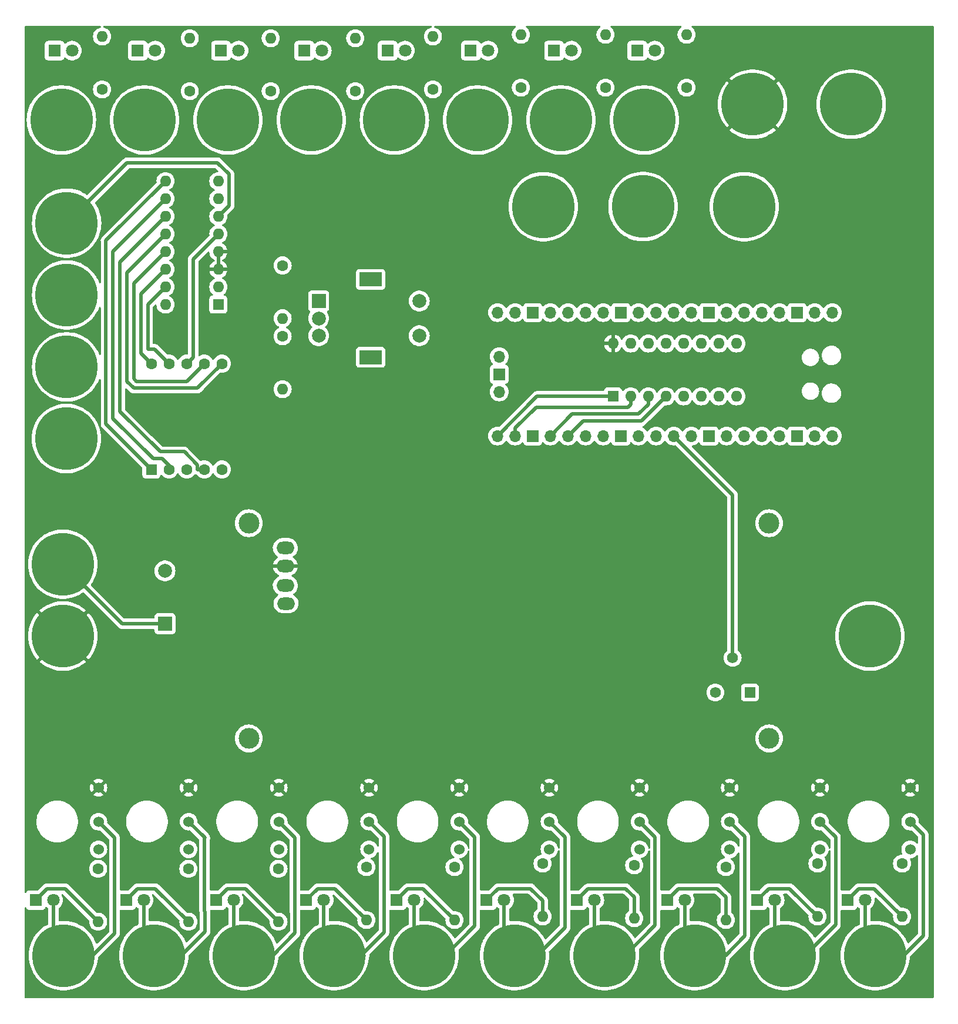
<source format=gbr>
%TF.GenerationSoftware,KiCad,Pcbnew,7.0.6*%
%TF.CreationDate,2023-07-29T11:39:48+05:30*%
%TF.ProjectId,Copy of Trainer Kit Prototype,436f7079-206f-4662-9054-7261696e6572,rev?*%
%TF.SameCoordinates,Original*%
%TF.FileFunction,Copper,L1,Top*%
%TF.FilePolarity,Positive*%
%FSLAX46Y46*%
G04 Gerber Fmt 4.6, Leading zero omitted, Abs format (unit mm)*
G04 Created by KiCad (PCBNEW 7.0.6) date 2023-07-29 11:39:48*
%MOMM*%
%LPD*%
G01*
G04 APERTURE LIST*
%TA.AperFunction,ComponentPad*%
%ADD10C,3.000000*%
%TD*%
%TA.AperFunction,ComponentPad*%
%ADD11O,2.600000X1.800000*%
%TD*%
%TA.AperFunction,ComponentPad*%
%ADD12C,1.600000*%
%TD*%
%TA.AperFunction,ComponentPad*%
%ADD13O,1.600000X1.600000*%
%TD*%
%TA.AperFunction,ComponentPad*%
%ADD14C,1.524000*%
%TD*%
%TA.AperFunction,ComponentPad*%
%ADD15C,5.900000*%
%TD*%
%TA.AperFunction,ConnectorPad*%
%ADD16C,9.000000*%
%TD*%
%TA.AperFunction,ComponentPad*%
%ADD17R,1.560000X1.560000*%
%TD*%
%TA.AperFunction,ComponentPad*%
%ADD18C,1.560000*%
%TD*%
%TA.AperFunction,ComponentPad*%
%ADD19R,2.000000X2.000000*%
%TD*%
%TA.AperFunction,ComponentPad*%
%ADD20C,2.000000*%
%TD*%
%TA.AperFunction,ComponentPad*%
%ADD21R,3.200000X2.000000*%
%TD*%
%TA.AperFunction,ComponentPad*%
%ADD22R,1.800000X1.800000*%
%TD*%
%TA.AperFunction,ComponentPad*%
%ADD23C,1.800000*%
%TD*%
%TA.AperFunction,ComponentPad*%
%ADD24R,1.600000X1.600000*%
%TD*%
%TA.AperFunction,ComponentPad*%
%ADD25O,1.700000X1.700000*%
%TD*%
%TA.AperFunction,ComponentPad*%
%ADD26R,1.700000X1.700000*%
%TD*%
%TA.AperFunction,Conductor*%
%ADD27C,0.500000*%
%TD*%
G04 APERTURE END LIST*
D10*
%TO.P,U5,*%
%TO.N,*%
X32327900Y-71624000D03*
X32327900Y-102624700D03*
X107326480Y-102624700D03*
X107327000Y-71624000D03*
D11*
%TO.P,U5,1,VSS*%
%TO.N,GNDREF*%
X37592000Y-75184000D03*
%TO.P,U5,2,VDD*%
%TO.N,+5V*%
X37592000Y-77784000D03*
%TO.P,U5,3,VO*%
%TO.N,Net-(U3-GPIO0)*%
X37592000Y-80584000D03*
%TO.P,U5,4,RS*%
%TO.N,Net-(U3-GPIO1)*%
X37692000Y-83184000D03*
%TD*%
D12*
%TO.P,R7,1*%
%TO.N,GNDREF*%
X87884000Y-120904000D03*
D13*
%TO.P,R7,2*%
%TO.N,Net-(D7-K)*%
X87884000Y-128524000D03*
%TD*%
D14*
%TO.P,SW4,1,A*%
%TO.N,+5V*%
X49654000Y-109728000D03*
%TO.P,SW4,2,B*%
%TO.N,Net-(BP35-A)*%
X49654000Y-114608000D03*
%TO.P,SW4,3,C*%
%TO.N,GNDREF*%
X49654000Y-118608000D03*
%TD*%
D12*
%TO.P,R9,1*%
%TO.N,GNDREF*%
X114300000Y-120650000D03*
D13*
%TO.P,R9,2*%
%TO.N,Net-(D9-K)*%
X114300000Y-128270000D03*
%TD*%
D12*
%TO.P,R10,1*%
%TO.N,GNDREF*%
X126492000Y-120650000D03*
D13*
%TO.P,R10,2*%
%TO.N,Net-(D10-K)*%
X126492000Y-128270000D03*
%TD*%
D14*
%TO.P,SW5,1,A*%
%TO.N,+5V*%
X62654000Y-109728000D03*
%TO.P,SW5,2,B*%
%TO.N,Net-(BP36-A)*%
X62654000Y-114608000D03*
%TO.P,SW5,3,C*%
%TO.N,GNDREF*%
X62654000Y-118608000D03*
%TD*%
D15*
%TO.P,BP44,1,A*%
%TO.N,+5V*%
X5509000Y-87884000D03*
D16*
X5509000Y-87884000D03*
%TD*%
D17*
%TO.P,RV1,1,1*%
%TO.N,Net-(BP1-A)*%
X104568000Y-96012000D03*
D18*
%TO.P,RV1,2,2*%
%TO.N,Net-(U3-GPIO26_ADC0)*%
X102068000Y-91012000D03*
%TO.P,RV1,3,3*%
%TO.N,GNDREF*%
X99568000Y-96012000D03*
%TD*%
D15*
%TO.P,BP25,1,A*%
%TO.N,Net-(BP25-A)*%
X41313000Y-13556000D03*
D16*
X41313000Y-13556000D03*
%TD*%
D15*
%TO.P,BP38,1,A*%
%TO.N,Net-(BP38-A)*%
X83604000Y-133908000D03*
D16*
X83604000Y-133908000D03*
%TD*%
D12*
%TO.P,R3,1*%
%TO.N,GNDREF*%
X36604000Y-121408000D03*
D13*
%TO.P,R3,2*%
%TO.N,Net-(D3-K)*%
X36604000Y-129028000D03*
%TD*%
D19*
%TO.P,SW11,A,A*%
%TO.N,Net-(U3-GPIO15)*%
X42396000Y-39624000D03*
D20*
%TO.P,SW11,B,B*%
%TO.N,Net-(U3-GPIO14)*%
X42396000Y-44624000D03*
%TO.P,SW11,C,C*%
%TO.N,GNDREF*%
X42396000Y-42124000D03*
D21*
%TO.P,SW11,MP*%
%TO.N,N/C*%
X49896000Y-36524000D03*
X49896000Y-47724000D03*
D20*
%TO.P,SW11,S1,S1*%
%TO.N,GNDREF*%
X56896000Y-44624000D03*
%TO.P,SW11,S2,S2*%
%TO.N,Net-(U3-GPIO13)*%
X56896000Y-39624000D03*
%TD*%
D14*
%TO.P,SW10,1,A*%
%TO.N,+5V*%
X127654000Y-109728000D03*
%TO.P,SW10,2,B*%
%TO.N,Net-(BP41-A)*%
X127654000Y-114608000D03*
%TO.P,SW10,3,C*%
%TO.N,GNDREF*%
X127654000Y-118608000D03*
%TD*%
D15*
%TO.P,BP24,1,A*%
%TO.N,Net-(BP24-A)*%
X29313000Y-13556000D03*
D16*
X29313000Y-13556000D03*
%TD*%
D22*
%TO.P,D8,1,K*%
%TO.N,Net-(D8-K)*%
X92604000Y-125908000D03*
D23*
%TO.P,D8,2,A*%
%TO.N,Net-(BP39-A)*%
X95144000Y-125908000D03*
%TD*%
D12*
%TO.P,R11,1*%
%TO.N,GNDREF*%
X11176000Y-9144000D03*
D13*
%TO.P,R11,2*%
%TO.N,Net-(D11-K)*%
X11176000Y-1524000D03*
%TD*%
D22*
%TO.P,D16,1,K*%
%TO.N,Net-(D16-K)*%
X64313000Y-3556000D03*
D23*
%TO.P,D16,2,A*%
%TO.N,Net-(BP27-A)*%
X66853000Y-3556000D03*
%TD*%
D22*
%TO.P,D10,1,K*%
%TO.N,Net-(D10-K)*%
X118604000Y-125908000D03*
D23*
%TO.P,D10,2,A*%
%TO.N,Net-(BP41-A)*%
X121144000Y-125908000D03*
%TD*%
D24*
%TO.P,U2,1,E*%
%TO.N,Net-(U1-Qe)*%
X18288000Y-63885500D03*
D12*
%TO.P,U2,2,D*%
%TO.N,Net-(U1-Qd)*%
X20828000Y-63885500D03*
%TO.P,U2,3,CC*%
%TO.N,GNDREF*%
X23368000Y-63885500D03*
%TO.P,U2,4,C*%
%TO.N,Net-(U1-Qc)*%
X25908000Y-63885500D03*
%TO.P,U2,5,DP*%
%TO.N,unconnected-(U2-DP-Pad5)*%
X28448000Y-63885500D03*
%TO.P,U2,6,B*%
%TO.N,Net-(U1-Qb)*%
X28448000Y-48645500D03*
%TO.P,U2,7,A*%
%TO.N,Net-(U1-Qa)*%
X25908000Y-48645500D03*
%TO.P,U2,8,CC*%
%TO.N,GNDREF*%
X23368000Y-48645500D03*
%TO.P,U2,9,F*%
%TO.N,Net-(U1-Qf)*%
X20828000Y-48645500D03*
%TO.P,U2,10,G*%
%TO.N,Net-(U1-Qg)*%
X18288000Y-48645500D03*
%TD*%
D15*
%TO.P,BP43,1,A*%
%TO.N,Net-(BP43-A)*%
X5509000Y-77534000D03*
D16*
X5509000Y-77534000D03*
%TD*%
D15*
%TO.P,BP40,1,A*%
%TO.N,Net-(BP40-A)*%
X109604000Y-133908000D03*
D16*
X109604000Y-133908000D03*
%TD*%
D15*
%TO.P,,1,A*%
%TO.N,Net-(BP1-A)*%
X121841000Y-87884000D03*
D16*
X121841000Y-87884000D03*
%TD*%
D22*
%TO.P,D2,1,K*%
%TO.N,Net-(D2-K)*%
X14624000Y-125908000D03*
D23*
%TO.P,D2,2,A*%
%TO.N,Net-(BP33-A)*%
X17164000Y-125908000D03*
%TD*%
D15*
%TO.P,BP3,1,A*%
%TO.N,Net-(BP3-A)*%
X103744000Y-26047001D03*
D16*
X103744000Y-26047001D03*
%TD*%
D14*
%TO.P,SW8,1,A*%
%TO.N,+5V*%
X101654000Y-109728000D03*
%TO.P,SW8,2,B*%
%TO.N,Net-(BP39-A)*%
X101654000Y-114608000D03*
%TO.P,SW8,3,C*%
%TO.N,GNDREF*%
X101654000Y-118608000D03*
%TD*%
D15*
%TO.P,BP32,1,A*%
%TO.N,Net-(BP32-A)*%
X5604000Y-133908000D03*
D16*
X5604000Y-133908000D03*
%TD*%
D22*
%TO.P,D3,1,K*%
%TO.N,Net-(D3-K)*%
X27604000Y-125908000D03*
D23*
%TO.P,D3,2,A*%
%TO.N,Net-(BP34-A)*%
X30144000Y-125908000D03*
%TD*%
D12*
%TO.P,R6,1*%
%TO.N,GNDREF*%
X74676000Y-120650000D03*
D13*
%TO.P,R6,2*%
%TO.N,Net-(D6-K)*%
X74676000Y-128270000D03*
%TD*%
D14*
%TO.P,SW6,1,A*%
%TO.N,+5V*%
X75654000Y-109728000D03*
%TO.P,SW6,2,B*%
%TO.N,Net-(BP37-A)*%
X75654000Y-114608000D03*
%TO.P,SW6,3,C*%
%TO.N,GNDREF*%
X75654000Y-118608000D03*
%TD*%
D24*
%TO.P,U1,1,DB*%
%TO.N,Net-(BP19-A)*%
X27940000Y-40132000D03*
D13*
%TO.P,U1,2,DC*%
%TO.N,Net-(BP20-A)*%
X27940000Y-37592000D03*
%TO.P,U1,3,~{LT}*%
%TO.N,+5V*%
X27940000Y-35052000D03*
%TO.P,U1,4,~{BI}*%
X27940000Y-32512000D03*
%TO.P,U1,5,~{EL}*%
%TO.N,GNDREF*%
X27940000Y-29972000D03*
%TO.P,U1,6,DD*%
%TO.N,Net-(BP21-A)*%
X27940000Y-27432000D03*
%TO.P,U1,7,DA*%
%TO.N,Net-(BP18-A)*%
X27940000Y-24892000D03*
%TO.P,U1,8,Vss*%
%TO.N,Vss*%
X27940000Y-22352000D03*
%TO.P,U1,9,Qe*%
%TO.N,Net-(U1-Qe)*%
X20320000Y-22352000D03*
%TO.P,U1,10,Qd*%
%TO.N,Net-(U1-Qd)*%
X20320000Y-24892000D03*
%TO.P,U1,11,Qc*%
%TO.N,Net-(U1-Qc)*%
X20320000Y-27432000D03*
%TO.P,U1,12,Qb*%
%TO.N,Net-(U1-Qb)*%
X20320000Y-29972000D03*
%TO.P,U1,13,Qa*%
%TO.N,Net-(U1-Qa)*%
X20320000Y-32512000D03*
%TO.P,U1,14,Qg*%
%TO.N,Net-(U1-Qg)*%
X20320000Y-35052000D03*
%TO.P,U1,15,Qf*%
%TO.N,Net-(U1-Qf)*%
X20320000Y-37592000D03*
%TO.P,U1,16,Vdd*%
%TO.N,Vdd*%
X20320000Y-40132000D03*
%TD*%
D15*
%TO.P,BP22,1,A*%
%TO.N,Net-(BP22-A)*%
X5313000Y-13556000D03*
D16*
X5313000Y-13556000D03*
%TD*%
D22*
%TO.P,D13,1,K*%
%TO.N,Net-(D13-K)*%
X28313000Y-3556000D03*
D23*
%TO.P,D13,2,A*%
%TO.N,Net-(BP24-A)*%
X30853000Y-3556000D03*
%TD*%
D15*
%TO.P,BP18,1,A*%
%TO.N,Net-(BP18-A)*%
X6017000Y-59436000D03*
D16*
X6017000Y-59436000D03*
%TD*%
D12*
%TO.P,R14,1*%
%TO.N,GNDREF*%
X47673000Y-9398000D03*
D13*
%TO.P,R14,2*%
%TO.N,Net-(D14-K)*%
X47673000Y-1778000D03*
%TD*%
D12*
%TO.P,R13,1*%
%TO.N,GNDREF*%
X35481000Y-9398000D03*
D13*
%TO.P,R13,2*%
%TO.N,Net-(D13-K)*%
X35481000Y-1778000D03*
%TD*%
D15*
%TO.P,BP31,1,A*%
%TO.N,+5V*%
X104949000Y-11291000D03*
D16*
X104949000Y-11291000D03*
%TD*%
D15*
%TO.P,BP37,1,A*%
%TO.N,Net-(BP37-A)*%
X70604000Y-133908000D03*
D16*
X70604000Y-133908000D03*
%TD*%
D12*
%TO.P,R16,1*%
%TO.N,GNDREF*%
X71549000Y-8890000D03*
D13*
%TO.P,R16,2*%
%TO.N,Net-(D16-K)*%
X71549000Y-1270000D03*
%TD*%
D14*
%TO.P,SW1,1,A*%
%TO.N,+5V*%
X10654000Y-109728000D03*
%TO.P,SW1,2,B*%
%TO.N,Net-(BP32-A)*%
X10654000Y-114608000D03*
%TO.P,SW1,3,C*%
%TO.N,GNDREF*%
X10654000Y-118608000D03*
%TD*%
D15*
%TO.P,BP29,1,A*%
%TO.N,Net-(BP29-A)*%
X89313000Y-13556000D03*
D16*
X89313000Y-13556000D03*
%TD*%
D15*
%TO.P,BP30,1,A*%
%TO.N,GNDREF*%
X119173000Y-11291000D03*
D16*
X119173000Y-11291000D03*
%TD*%
D15*
%TO.P,BP35,1,A*%
%TO.N,Net-(BP35-A)*%
X44604000Y-133908000D03*
D16*
X44604000Y-133908000D03*
%TD*%
D15*
%TO.P,BP2,1,A*%
%TO.N,Net-(BP2-A)*%
X89140000Y-26027001D03*
D16*
X89140000Y-26027001D03*
%TD*%
D22*
%TO.P,D15,1,K*%
%TO.N,Net-(D15-K)*%
X52313000Y-3556000D03*
D23*
%TO.P,D15,2,A*%
%TO.N,Net-(BP26-A)*%
X54853000Y-3556000D03*
%TD*%
D15*
%TO.P,BP4,1,A*%
%TO.N,Net-(BP4-A)*%
X74788000Y-26047001D03*
D16*
X74788000Y-26047001D03*
%TD*%
D12*
%TO.P,R15,1*%
%TO.N,GNDREF*%
X58863000Y-9144000D03*
D13*
%TO.P,R15,2*%
%TO.N,Net-(D15-K)*%
X58863000Y-1524000D03*
%TD*%
D22*
%TO.P,D14,1,K*%
%TO.N,Net-(D14-K)*%
X40313000Y-3556000D03*
D23*
%TO.P,D14,2,A*%
%TO.N,Net-(BP25-A)*%
X42853000Y-3556000D03*
%TD*%
D15*
%TO.P,BP34,1,A*%
%TO.N,Net-(BP34-A)*%
X31604000Y-133908000D03*
D16*
X31604000Y-133908000D03*
%TD*%
D15*
%TO.P,BP19,1,A*%
%TO.N,Net-(BP19-A)*%
X6069000Y-49114000D03*
D16*
X6069000Y-49114000D03*
%TD*%
D12*
%TO.P,R12,1*%
%TO.N,GNDREF*%
X23811000Y-9398000D03*
D13*
%TO.P,R12,2*%
%TO.N,Net-(D12-K)*%
X23811000Y-1778000D03*
%TD*%
D12*
%TO.P,R5,1*%
%TO.N,GNDREF*%
X61976000Y-121158000D03*
D13*
%TO.P,R5,2*%
%TO.N,Net-(D5-K)*%
X61976000Y-128778000D03*
%TD*%
D22*
%TO.P,D11,1,K*%
%TO.N,Net-(D11-K)*%
X4313000Y-3556000D03*
D23*
%TO.P,D11,2,A*%
%TO.N,Net-(BP22-A)*%
X6853000Y-3556000D03*
%TD*%
D12*
%TO.P,R26,1*%
%TO.N,Net-(U3-GPIO15)*%
X37196000Y-34504000D03*
D13*
%TO.P,R26,2*%
%TO.N,+3V3*%
X37196000Y-42124000D03*
%TD*%
D22*
%TO.P,D9,1,K*%
%TO.N,Net-(D9-K)*%
X105604000Y-125908000D03*
D23*
%TO.P,D9,2,A*%
%TO.N,Net-(BP40-A)*%
X108144000Y-125908000D03*
%TD*%
D22*
%TO.P,D12,1,K*%
%TO.N,Net-(D12-K)*%
X16313000Y-3556000D03*
D23*
%TO.P,D12,2,A*%
%TO.N,Net-(BP23-A)*%
X18853000Y-3556000D03*
%TD*%
D14*
%TO.P,SW9,1,A*%
%TO.N,+5V*%
X114654000Y-109728000D03*
%TO.P,SW9,2,B*%
%TO.N,Net-(BP40-A)*%
X114654000Y-114608000D03*
%TO.P,SW9,3,C*%
%TO.N,GNDREF*%
X114654000Y-118608000D03*
%TD*%
D15*
%TO.P,BP26,1,A*%
%TO.N,Net-(BP26-A)*%
X53313000Y-13556000D03*
D16*
X53313000Y-13556000D03*
%TD*%
D12*
%TO.P,R4,1*%
%TO.N,GNDREF*%
X49276000Y-121158000D03*
D13*
%TO.P,R4,2*%
%TO.N,Net-(D4-K)*%
X49276000Y-128778000D03*
%TD*%
D12*
%TO.P,R18,1*%
%TO.N,GNDREF*%
X95425000Y-8890000D03*
D13*
%TO.P,R18,2*%
%TO.N,Net-(D18-K)*%
X95425000Y-1270000D03*
%TD*%
D15*
%TO.P,BP28,1,A*%
%TO.N,Net-(BP28-A)*%
X77313000Y-13556000D03*
D16*
X77313000Y-13556000D03*
%TD*%
D12*
%TO.P,R1,1*%
%TO.N,GNDREF*%
X10604000Y-121408000D03*
D13*
%TO.P,R1,2*%
%TO.N,Net-(D1-K)*%
X10604000Y-129028000D03*
%TD*%
D14*
%TO.P,SW3,1,A*%
%TO.N,+5V*%
X36654000Y-109728000D03*
%TO.P,SW3,2,B*%
%TO.N,Net-(BP34-A)*%
X36654000Y-114608000D03*
%TO.P,SW3,3,C*%
%TO.N,GNDREF*%
X36654000Y-118608000D03*
%TD*%
D24*
%TO.P,U7,1,+I1-G*%
%TO.N,Net-(U3-GPIO16)*%
X84836000Y-53364001D03*
D13*
%TO.P,U7,2,V+*%
%TO.N,Net-(U3-GPIO17)*%
X87376000Y-53364001D03*
%TO.P,U7,3,-IG*%
%TO.N,Net-(U3-GPIO18)*%
X89916000Y-53364001D03*
%TO.P,U7,4,-I1-G*%
%TO.N,Net-(U3-GPIO19)*%
X92456000Y-53364001D03*
%TO.P,U7,5,COMP1*%
%TO.N,Net-(U3-GPIO20)*%
X94996000Y-53364001D03*
%TO.P,U7,6,+IN*%
%TO.N,Net-(U3-GPIO21)*%
X97536000Y-53364001D03*
%TO.P,U7,7,-IN*%
%TO.N,Net-(U3-GPIO22)*%
X100076000Y-53364001D03*
%TO.P,U7,8,COMP2*%
%TO.N,GNDREF*%
X102616000Y-53364001D03*
%TO.P,U7,9,COMP3*%
%TO.N,Net-(U3-GPIO2)*%
X102616000Y-45744001D03*
%TO.P,U7,10,V-*%
%TO.N,Net-(U3-GPIO3)*%
X100076000Y-45744001D03*
%TO.P,U7,11,VC*%
%TO.N,Net-(U3-GPIO4)*%
X97536000Y-45744001D03*
%TO.P,U7,12,MODE*%
%TO.N,Net-(U3-GPIO5)*%
X94996000Y-45744001D03*
%TO.P,U7,13,GND*%
%TO.N,Net-(U3-GPIO6)*%
X92456000Y-45744001D03*
%TO.P,U7,14,VG*%
%TO.N,Net-(U3-GPIO7)*%
X89916000Y-45744001D03*
%TO.P,U7,15,BAL*%
%TO.N,Net-(U3-GPIO8)*%
X87376000Y-45744001D03*
%TO.P,U7,16,V1-G*%
%TO.N,+5V*%
X84836000Y-45744001D03*
%TD*%
D22*
%TO.P,D5,1,K*%
%TO.N,Net-(D5-K)*%
X53604000Y-125908000D03*
D23*
%TO.P,D5,2,A*%
%TO.N,Net-(BP36-A)*%
X56144000Y-125908000D03*
%TD*%
D15*
%TO.P,BP23,1,A*%
%TO.N,Net-(BP23-A)*%
X17313000Y-13556000D03*
D16*
X17313000Y-13556000D03*
%TD*%
D15*
%TO.P,BP27,1,A*%
%TO.N,Net-(BP27-A)*%
X65313000Y-13556000D03*
D16*
X65313000Y-13556000D03*
%TD*%
D15*
%TO.P,BP20,1,A*%
%TO.N,Net-(BP20-A)*%
X6069000Y-38764000D03*
D16*
X6069000Y-38764000D03*
%TD*%
D15*
%TO.P,BP41,1,A*%
%TO.N,Net-(BP41-A)*%
X122604000Y-133908000D03*
D16*
X122604000Y-133908000D03*
%TD*%
D12*
%TO.P,R17,1*%
%TO.N,GNDREF*%
X83741000Y-8890000D03*
D13*
%TO.P,R17,2*%
%TO.N,Net-(D17-K)*%
X83741000Y-1270000D03*
%TD*%
D22*
%TO.P,D1,1,K*%
%TO.N,Net-(D1-K)*%
X1604000Y-125908000D03*
D23*
%TO.P,D1,2,A*%
%TO.N,Net-(BP32-A)*%
X4144000Y-125908000D03*
%TD*%
D12*
%TO.P,R8,1*%
%TO.N,GNDREF*%
X101092000Y-121158000D03*
D13*
%TO.P,R8,2*%
%TO.N,Net-(D8-K)*%
X101092000Y-128778000D03*
%TD*%
D22*
%TO.P,D6,1,K*%
%TO.N,Net-(D6-K)*%
X66604000Y-125908000D03*
D23*
%TO.P,D6,2,A*%
%TO.N,Net-(BP37-A)*%
X69144000Y-125908000D03*
%TD*%
D19*
%TO.P,D21,1,K*%
%TO.N,Net-(BP43-A)*%
X20241000Y-86096000D03*
D20*
%TO.P,D21,2,A*%
%TO.N,GNDREF*%
X20241000Y-78496000D03*
%TD*%
D15*
%TO.P,BP39,1,A*%
%TO.N,Net-(BP39-A)*%
X96604000Y-133908000D03*
D16*
X96604000Y-133908000D03*
%TD*%
D14*
%TO.P,SW,1,A*%
%TO.N,+5V*%
X23654000Y-109728000D03*
%TO.P,SW,2,B*%
%TO.N,Net-(BP33-A)*%
X23654000Y-114608000D03*
%TO.P,SW,3,C*%
%TO.N,GNDREF*%
X23654000Y-118608000D03*
%TD*%
D12*
%TO.P,R25,1*%
%TO.N,+3V3*%
X37196000Y-44704000D03*
D13*
%TO.P,R25,2*%
%TO.N,Net-(U3-GPIO14)*%
X37196000Y-52324000D03*
%TD*%
D22*
%TO.P,D17,1,K*%
%TO.N,Net-(D17-K)*%
X76313000Y-3556000D03*
D23*
%TO.P,D17,2,A*%
%TO.N,Net-(BP28-A)*%
X78853000Y-3556000D03*
%TD*%
D22*
%TO.P,D7,1,K*%
%TO.N,Net-(D7-K)*%
X79604000Y-125908000D03*
D23*
%TO.P,D7,2,A*%
%TO.N,Net-(BP38-A)*%
X82144000Y-125908000D03*
%TD*%
D15*
%TO.P,BP33,1,A*%
%TO.N,Net-(BP33-A)*%
X18624000Y-133908000D03*
D16*
X18624000Y-133908000D03*
%TD*%
D14*
%TO.P,SW7,1,A*%
%TO.N,+5V*%
X88654000Y-109728000D03*
%TO.P,SW7,2,B*%
%TO.N,Net-(BP38-A)*%
X88654000Y-114608000D03*
%TO.P,SW7,3,C*%
%TO.N,GNDREF*%
X88654000Y-118608000D03*
%TD*%
D22*
%TO.P,D4,1,K*%
%TO.N,Net-(D4-K)*%
X40604000Y-125908000D03*
D23*
%TO.P,D4,2,A*%
%TO.N,Net-(BP35-A)*%
X43144000Y-125908000D03*
%TD*%
D15*
%TO.P,BP36,1,A*%
%TO.N,Net-(BP36-A)*%
X57604000Y-133908000D03*
D16*
X57604000Y-133908000D03*
%TD*%
D22*
%TO.P,D18,1,K*%
%TO.N,Net-(D18-K)*%
X88313000Y-3556000D03*
D23*
%TO.P,D18,2,A*%
%TO.N,Net-(BP29-A)*%
X90853000Y-3556000D03*
%TD*%
D12*
%TO.P,R2,1*%
%TO.N,GNDREF*%
X23624000Y-121408000D03*
D13*
%TO.P,R2,2*%
%TO.N,Net-(D2-K)*%
X23624000Y-129028000D03*
%TD*%
D15*
%TO.P,BP21,1,A*%
%TO.N,Net-(BP21-A)*%
X6069000Y-28414000D03*
D16*
X6069000Y-28414000D03*
%TD*%
D25*
%TO.P,U3,1,GPIO0*%
%TO.N,Net-(U3-GPIO0)*%
X116443999Y-41287002D03*
%TO.P,U3,2,GPIO1*%
%TO.N,Net-(U3-GPIO1)*%
X113903999Y-41287000D03*
D26*
%TO.P,U3,3,GND*%
%TO.N,unconnected-(U3-GND-Pad3)*%
X111364000Y-41287002D03*
D25*
%TO.P,U3,4,GPIO2*%
%TO.N,Net-(U3-GPIO2)*%
X108823999Y-41287000D03*
%TO.P,U3,5,GPIO3*%
%TO.N,Net-(U3-GPIO3)*%
X106283999Y-41287002D03*
%TO.P,U3,6,GPIO4*%
%TO.N,Net-(U3-GPIO4)*%
X103744000Y-41287001D03*
%TO.P,U3,7,GPIO5*%
%TO.N,Net-(U3-GPIO5)*%
X101204000Y-41287000D03*
D26*
%TO.P,U3,8,GND*%
%TO.N,GNDREF*%
X98663999Y-41287000D03*
D25*
%TO.P,U3,9,GPIO6*%
%TO.N,Net-(U3-GPIO6)*%
X96124000Y-41287001D03*
%TO.P,U3,10,GPIO7*%
%TO.N,Net-(U3-GPIO7)*%
X93583999Y-41287002D03*
%TO.P,U3,11,GPIO8*%
%TO.N,Net-(U3-GPIO8)*%
X91044000Y-41287000D03*
%TO.P,U3,12,GPIO9*%
%TO.N,Net-(BP3-A)*%
X88504000Y-41287002D03*
D26*
%TO.P,U3,13,GND*%
%TO.N,unconnected-(U3-GND-Pad13)*%
X85963999Y-41287002D03*
D25*
%TO.P,U3,14,GPIO10*%
%TO.N,Net-(BP2-A)*%
X83423999Y-41287002D03*
%TO.P,U3,15,GPIO11*%
%TO.N,Net-(BP4-A)*%
X80884000Y-41287001D03*
%TO.P,U3,16,GPIO12*%
%TO.N,unconnected-(U3-GPIO12-Pad16)*%
X78344000Y-41287000D03*
%TO.P,U3,17,GPIO13*%
%TO.N,Net-(U3-GPIO13)*%
X75803999Y-41287000D03*
D26*
%TO.P,U3,18,GND*%
%TO.N,GNDREF*%
X73264000Y-41287001D03*
D25*
%TO.P,U3,19,GPIO14*%
%TO.N,Net-(U3-GPIO14)*%
X70723999Y-41287002D03*
%TO.P,U3,20,GPIO15*%
%TO.N,Net-(U3-GPIO15)*%
X68184000Y-41287000D03*
%TO.P,U3,21,GPIO16*%
%TO.N,Net-(U3-GPIO16)*%
X68184000Y-59067001D03*
%TO.P,U3,22,GPIO17*%
%TO.N,Net-(U3-GPIO17)*%
X70724000Y-59067002D03*
D26*
%TO.P,U3,23,GND*%
%TO.N,unconnected-(U3-GND-Pad23)*%
X73264000Y-59067000D03*
D25*
%TO.P,U3,24,GPIO18*%
%TO.N,Net-(U3-GPIO18)*%
X75804000Y-59067000D03*
%TO.P,U3,25,GPIO19*%
%TO.N,Net-(U3-GPIO19)*%
X78344000Y-59067001D03*
%TO.P,U3,26,GPIO20*%
%TO.N,Net-(U3-GPIO20)*%
X80883999Y-59067000D03*
%TO.P,U3,27,GPIO21*%
%TO.N,Net-(U3-GPIO21)*%
X83424000Y-59067002D03*
D26*
%TO.P,U3,28,GND*%
%TO.N,unconnected-(U3-GND-Pad28)*%
X85964000Y-59067000D03*
D25*
%TO.P,U3,29,GPIO22*%
%TO.N,Net-(U3-GPIO22)*%
X88504000Y-59067001D03*
%TO.P,U3,30,RUN*%
%TO.N,unconnected-(U3-RUN-Pad30)*%
X91044000Y-59067001D03*
%TO.P,U3,31,GPIO26_ADC0*%
%TO.N,Net-(U3-GPIO26_ADC0)*%
X93584000Y-59067002D03*
%TO.P,U3,32,GPIO27_ADC1*%
%TO.N,unconnected-(U3-GPIO27_ADC1-Pad32)*%
X96124000Y-59067000D03*
D26*
%TO.P,U3,33,AGND*%
%TO.N,unconnected-(U3-AGND-Pad33)*%
X98664000Y-59067000D03*
D25*
%TO.P,U3,34,GPIO28_ADC2*%
%TO.N,unconnected-(U3-GPIO28_ADC2-Pad34)*%
X101204000Y-59067001D03*
%TO.P,U3,35,ADC_VREF*%
%TO.N,unconnected-(U3-ADC_VREF-Pad35)*%
X103743999Y-59067000D03*
%TO.P,U3,36,3V3*%
%TO.N,+3V3*%
X106284000Y-59067002D03*
%TO.P,U3,37,3V3_EN*%
%TO.N,unconnected-(U3-3V3_EN-Pad37)*%
X108824000Y-59067000D03*
D26*
%TO.P,U3,38,GND*%
%TO.N,unconnected-(U3-GND-Pad38)*%
X111364000Y-59067001D03*
D25*
%TO.P,U3,39,VSYS*%
%TO.N,unconnected-(U3-VSYS-Pad39)*%
X113903999Y-59067001D03*
%TO.P,U3,40,VBUS*%
%TO.N,unconnected-(U3-VBUS-Pad40)*%
X116444000Y-59067002D03*
%TO.P,U3,41,SWCLK*%
%TO.N,unconnected-(U3-SWCLK-Pad41)*%
X68413999Y-47637002D03*
D26*
%TO.P,U3,42,GND*%
%TO.N,GNDREF*%
X68413999Y-50177002D03*
D25*
%TO.P,U3,43,SWDIO*%
%TO.N,unconnected-(U3-SWDIO-Pad43)*%
X68413999Y-52717000D03*
%TD*%
D27*
%TO.N,GNDREF*%
X24300000Y-33612000D02*
X27940000Y-29972000D01*
X24300000Y-47713500D02*
X24300000Y-33612000D01*
X23368000Y-48645500D02*
X24300000Y-47713500D01*
%TO.N,Net-(D1-K)*%
X1604000Y-125908000D02*
X3254000Y-124258000D01*
X3254000Y-124258000D02*
X5834000Y-124258000D01*
X5834000Y-124258000D02*
X10604000Y-129028000D01*
%TO.N,Net-(D3-K)*%
X31834000Y-124258000D02*
X36604000Y-129028000D01*
X29254000Y-124258000D02*
X31834000Y-124258000D01*
X27604000Y-125908000D02*
X29254000Y-124258000D01*
%TO.N,Net-(D4-K)*%
X42254000Y-124258000D02*
X40604000Y-125908000D01*
X44756000Y-124258000D02*
X42254000Y-124258000D01*
X49276000Y-128778000D02*
X44756000Y-124258000D01*
%TO.N,Net-(D5-K)*%
X55254000Y-124258000D02*
X57456000Y-124258000D01*
X53604000Y-125908000D02*
X55254000Y-124258000D01*
X57456000Y-124258000D02*
X61976000Y-128778000D01*
%TO.N,Net-(D6-K)*%
X68254000Y-124258000D02*
X66604000Y-125908000D01*
X74676000Y-125984000D02*
X72950000Y-124258000D01*
X74676000Y-128270000D02*
X74676000Y-125984000D01*
X72950000Y-124258000D02*
X68254000Y-124258000D01*
%TO.N,Net-(D7-K)*%
X81254000Y-124258000D02*
X86666000Y-124258000D01*
X79604000Y-125908000D02*
X81254000Y-124258000D01*
X86666000Y-124258000D02*
X87884000Y-125476000D01*
X87884000Y-125476000D02*
X87884000Y-128524000D01*
%TO.N,Net-(D8-K)*%
X99874000Y-124258000D02*
X101092000Y-125476000D01*
X94254000Y-124258000D02*
X99874000Y-124258000D01*
X92604000Y-125908000D02*
X94254000Y-124258000D01*
X101092000Y-125476000D02*
X101092000Y-128778000D01*
%TO.N,Net-(D9-K)*%
X107254000Y-124258000D02*
X110288000Y-124258000D01*
X105604000Y-125908000D02*
X107254000Y-124258000D01*
X110288000Y-124258000D02*
X114300000Y-128270000D01*
%TO.N,Net-(D10-K)*%
X120254000Y-124258000D02*
X122480000Y-124258000D01*
X118604000Y-125908000D02*
X120254000Y-124258000D01*
X122480000Y-124258000D02*
X126492000Y-128270000D01*
%TO.N,Net-(D2-K)*%
X14624000Y-125908000D02*
X16274000Y-124258000D01*
X16274000Y-124258000D02*
X18854000Y-124258000D01*
X18854000Y-124258000D02*
X23624000Y-129028000D01*
%TO.N,Net-(U3-GPIO26_ADC0)*%
X102068000Y-91012000D02*
X102068000Y-67551002D01*
X102068000Y-67551002D02*
X93584000Y-59067002D01*
%TO.N,Net-(U3-GPIO16)*%
X73887000Y-53364001D02*
X68184000Y-59067001D01*
X84836000Y-53364001D02*
X73887000Y-53364001D01*
%TO.N,Net-(U3-GPIO17)*%
X87376000Y-54495371D02*
X86957370Y-54914001D01*
X70724000Y-57941215D02*
X70724000Y-59067002D01*
X73751214Y-54914001D02*
X70724000Y-57941215D01*
X87376000Y-53364001D02*
X87376000Y-54495371D01*
X86957370Y-54914001D02*
X73751214Y-54914001D01*
%TO.N,Net-(U3-GPIO18)*%
X89916000Y-53364001D02*
X89916000Y-54495371D01*
X78956999Y-55914001D02*
X75804000Y-59067000D01*
X89916000Y-54495371D02*
X88497370Y-55914001D01*
X88497370Y-55914001D02*
X78956999Y-55914001D01*
%TO.N,Net-(U3-GPIO19)*%
X88911584Y-56914001D02*
X80497000Y-56914001D01*
X92456000Y-53364001D02*
X92456000Y-53369585D01*
X80497000Y-56914001D02*
X78344000Y-59067001D01*
X92456000Y-53369585D02*
X88911584Y-56914001D01*
%TO.N,Net-(BP21-A)*%
X29490000Y-25882000D02*
X27940000Y-27432000D01*
X14783000Y-19700000D02*
X27828000Y-19700000D01*
X27828000Y-19700000D02*
X29490000Y-21362000D01*
X6069000Y-28414000D02*
X14783000Y-19700000D01*
X29490000Y-21362000D02*
X29490000Y-25882000D01*
%TO.N,Net-(U1-Qe)*%
X18288000Y-63885500D02*
X11732000Y-57329500D01*
X11732000Y-30940000D02*
X20320000Y-22352000D01*
X11732000Y-57329500D02*
X11732000Y-30940000D01*
%TO.N,Net-(U1-Qd)*%
X20828000Y-63885500D02*
X20828000Y-63325500D01*
X12732000Y-56532000D02*
X12732000Y-32480000D01*
X18535500Y-62335500D02*
X12732000Y-56532000D01*
X19838000Y-62335500D02*
X18535500Y-62335500D01*
X12732000Y-32480000D02*
X20320000Y-24892000D01*
X20828000Y-63325500D02*
X19838000Y-62335500D01*
%TO.N,Net-(U1-Qc)*%
X19535499Y-61335499D02*
X13732000Y-55532000D01*
X13732000Y-34020000D02*
X20320000Y-27432000D01*
X23010031Y-61335499D02*
X19535499Y-61335499D01*
X13732000Y-55532000D02*
X13732000Y-34020000D01*
X24918000Y-63243468D02*
X23010031Y-61335499D01*
X24918000Y-63885500D02*
X24918000Y-63243468D01*
X25908000Y-63885500D02*
X24918000Y-63885500D01*
%TO.N,Net-(U1-Qb)*%
X14732000Y-51198214D02*
X14732000Y-35560000D01*
X24898000Y-52195500D02*
X15729287Y-52195501D01*
X28448000Y-48645500D02*
X24898000Y-52195500D01*
X14732000Y-35560000D02*
X20320000Y-29972000D01*
X15729287Y-52195501D02*
X14732000Y-51198214D01*
%TO.N,Net-(U1-Qa)*%
X16143500Y-51195500D02*
X15738000Y-50790000D01*
X25908000Y-48645500D02*
X23358000Y-51195500D01*
X23358000Y-51195500D02*
X16143500Y-51195500D01*
X15738000Y-50790000D02*
X15738000Y-37094000D01*
X15738000Y-37094000D02*
X20320000Y-32512000D01*
%TO.N,Net-(U1-Qg)*%
X16764000Y-47121500D02*
X18288000Y-48645500D01*
X16764000Y-38608000D02*
X16764000Y-47121500D01*
X20320000Y-35052000D02*
X16764000Y-38608000D01*
%TO.N,Net-(U1-Qf)*%
X17764000Y-40148000D02*
X17764000Y-46587500D01*
X20320000Y-37592000D02*
X17764000Y-40148000D01*
X18770000Y-46587500D02*
X20828000Y-48645500D01*
X17764000Y-46587500D02*
X18770000Y-46587500D01*
%TO.N,Net-(BP39-A)*%
X103800000Y-116754000D02*
X101654000Y-114608000D01*
X95144000Y-132448000D02*
X96604000Y-133908000D01*
X95144000Y-125908000D02*
X95144000Y-132448000D01*
X96604000Y-133908000D02*
X100992000Y-133908000D01*
X103800000Y-131100000D02*
X103800000Y-116754000D01*
X100992000Y-133908000D02*
X103800000Y-131100000D01*
%TO.N,Net-(BP38-A)*%
X90900000Y-129572000D02*
X90900000Y-116854000D01*
X83604000Y-133908000D02*
X86564000Y-133908000D01*
X86564000Y-133908000D02*
X90900000Y-129572000D01*
X82144000Y-132448000D02*
X83604000Y-133908000D01*
X90900000Y-116854000D02*
X88654000Y-114608000D01*
X82144000Y-125908000D02*
X82144000Y-132448000D01*
%TO.N,Net-(BP37-A)*%
X73864000Y-133908000D02*
X77900000Y-129872000D01*
X69144000Y-132448000D02*
X70604000Y-133908000D01*
X77900000Y-129872000D02*
X77900000Y-116854000D01*
X69144000Y-125908000D02*
X69144000Y-132448000D01*
X70604000Y-133908000D02*
X73864000Y-133908000D01*
X77900000Y-116854000D02*
X75654000Y-114608000D01*
%TO.N,Net-(BP36-A)*%
X64900000Y-129664000D02*
X64900000Y-116854000D01*
X56144000Y-125908000D02*
X56144000Y-132448000D01*
X57604000Y-133908000D02*
X60656000Y-133908000D01*
X56144000Y-132448000D02*
X57604000Y-133908000D01*
X60656000Y-133908000D02*
X64900000Y-129664000D01*
X64900000Y-116854000D02*
X62654000Y-114608000D01*
%TO.N,Net-(BP35-A)*%
X51816000Y-130556000D02*
X48464000Y-133908000D01*
X51816000Y-116770000D02*
X51816000Y-130556000D01*
X49654000Y-114608000D02*
X51816000Y-116770000D01*
X44604000Y-133908000D02*
X48972000Y-133908000D01*
X43144000Y-125908000D02*
X43144000Y-132448000D01*
X48464000Y-133908000D02*
X44604000Y-133908000D01*
X43144000Y-132448000D02*
X44604000Y-133908000D01*
%TO.N,Net-(BP43-A)*%
X14071000Y-86096000D02*
X5509000Y-77534000D01*
X20241000Y-86096000D02*
X14071000Y-86096000D01*
%TO.N,Net-(BP33-A)*%
X25954000Y-117000000D02*
X25954000Y-127512000D01*
X23654000Y-114608000D02*
X26000000Y-116954000D01*
X26000000Y-116954000D02*
X25954000Y-117000000D01*
X17164000Y-132448000D02*
X18624000Y-133908000D01*
X17164000Y-125908000D02*
X17164000Y-132448000D01*
X26000000Y-130464000D02*
X22556000Y-133908000D01*
X22556000Y-133908000D02*
X18624000Y-133908000D01*
X25954000Y-127512000D02*
X26000000Y-127558000D01*
X26000000Y-127558000D02*
X26000000Y-130464000D01*
%TO.N,Net-(BP32-A)*%
X4144000Y-125908000D02*
X4144000Y-132448000D01*
X9775930Y-133908000D02*
X5604000Y-133908000D01*
X12974000Y-116928000D02*
X12974000Y-130709930D01*
X4144000Y-132448000D02*
X5604000Y-133908000D01*
X10654000Y-114608000D02*
X12974000Y-116928000D01*
X12974000Y-130709930D02*
X9775930Y-133908000D01*
%TO.N,Net-(BP34-A)*%
X38954000Y-117000000D02*
X38954000Y-127512000D01*
X30144000Y-132448000D02*
X31604000Y-133908000D01*
X30144000Y-125908000D02*
X30144000Y-132448000D01*
X36654000Y-114608000D02*
X39000000Y-116954000D01*
X39000000Y-127558000D02*
X39000000Y-130672000D01*
X39000000Y-116954000D02*
X38954000Y-117000000D01*
X39000000Y-130672000D02*
X35764000Y-133908000D01*
X38954000Y-127512000D02*
X39000000Y-127558000D01*
X35764000Y-133908000D02*
X31604000Y-133908000D01*
%TO.N,Net-(BP41-A)*%
X126696000Y-133908000D02*
X129540000Y-131064000D01*
X129540000Y-131064000D02*
X129540000Y-116494000D01*
X122604000Y-133908000D02*
X126696000Y-133908000D01*
X129540000Y-116494000D02*
X127654000Y-114608000D01*
X121144000Y-132448000D02*
X122604000Y-133908000D01*
X121144000Y-125908000D02*
X121144000Y-132448000D01*
%TO.N,Net-(BP40-A)*%
X108144000Y-125908000D02*
X108144000Y-132448000D01*
X109604000Y-133908000D02*
X112472000Y-133908000D01*
X108144000Y-132448000D02*
X109604000Y-133908000D01*
X116900000Y-116854000D02*
X114654000Y-114608000D01*
X116900000Y-129480000D02*
X116900000Y-116854000D01*
X112472000Y-133908000D02*
X116900000Y-129480000D01*
%TD*%
%TA.AperFunction,Conductor*%
%TO.N,+5V*%
G36*
X28190000Y-34736314D02*
G01*
X28178045Y-34724359D01*
X28065148Y-34666835D01*
X27971481Y-34652000D01*
X27908519Y-34652000D01*
X27814852Y-34666835D01*
X27701955Y-34724359D01*
X27690000Y-34736313D01*
X27690000Y-32827686D01*
X27701955Y-32839641D01*
X27814852Y-32897165D01*
X27908519Y-32912000D01*
X27971481Y-32912000D01*
X28065148Y-32897165D01*
X28178045Y-32839641D01*
X28190000Y-32827686D01*
X28190000Y-34736314D01*
G37*
%TD.AperFunction*%
%TA.AperFunction,Conductor*%
G36*
X10962198Y-20185D02*
G01*
X11007953Y-72989D01*
X11017897Y-142147D01*
X10988872Y-205703D01*
X10930094Y-243477D01*
X10927263Y-244271D01*
X10904920Y-250258D01*
X10729511Y-297258D01*
X10729502Y-297261D01*
X10523267Y-393431D01*
X10523265Y-393432D01*
X10336858Y-523954D01*
X10175954Y-684858D01*
X10045432Y-871265D01*
X10045431Y-871267D01*
X9949261Y-1077502D01*
X9949258Y-1077511D01*
X9890366Y-1297302D01*
X9890364Y-1297313D01*
X9870532Y-1523998D01*
X9870532Y-1524001D01*
X9890364Y-1750686D01*
X9890366Y-1750697D01*
X9949258Y-1970488D01*
X9949261Y-1970497D01*
X10045431Y-2176732D01*
X10045432Y-2176734D01*
X10175954Y-2363141D01*
X10336858Y-2524045D01*
X10347017Y-2531158D01*
X10523266Y-2654568D01*
X10729504Y-2750739D01*
X10949308Y-2809635D01*
X11111230Y-2823801D01*
X11175998Y-2829468D01*
X11176000Y-2829468D01*
X11176002Y-2829468D01*
X11232672Y-2824509D01*
X11402692Y-2809635D01*
X11622496Y-2750739D01*
X11828734Y-2654568D01*
X12015139Y-2524047D01*
X12176047Y-2363139D01*
X12306568Y-2176734D01*
X12402739Y-1970496D01*
X12454318Y-1778001D01*
X22505532Y-1778001D01*
X22525364Y-2004686D01*
X22525366Y-2004697D01*
X22584258Y-2224488D01*
X22584261Y-2224497D01*
X22680431Y-2430732D01*
X22680432Y-2430734D01*
X22810954Y-2617141D01*
X22971858Y-2778045D01*
X22971861Y-2778047D01*
X23158266Y-2908568D01*
X23364504Y-3004739D01*
X23584308Y-3063635D01*
X23746230Y-3077801D01*
X23810998Y-3083468D01*
X23811000Y-3083468D01*
X23811002Y-3083468D01*
X23867672Y-3078509D01*
X24037692Y-3063635D01*
X24257496Y-3004739D01*
X24463734Y-2908568D01*
X24650139Y-2778047D01*
X24811047Y-2617139D01*
X24941568Y-2430734D01*
X25037739Y-2224496D01*
X25096635Y-2004692D01*
X25116468Y-1778001D01*
X34175532Y-1778001D01*
X34195364Y-2004686D01*
X34195366Y-2004697D01*
X34254258Y-2224488D01*
X34254261Y-2224497D01*
X34350431Y-2430732D01*
X34350432Y-2430734D01*
X34480954Y-2617141D01*
X34641858Y-2778045D01*
X34641861Y-2778047D01*
X34828266Y-2908568D01*
X35034504Y-3004739D01*
X35254308Y-3063635D01*
X35416230Y-3077801D01*
X35480998Y-3083468D01*
X35481000Y-3083468D01*
X35481002Y-3083468D01*
X35537673Y-3078509D01*
X35707692Y-3063635D01*
X35927496Y-3004739D01*
X36133734Y-2908568D01*
X36320139Y-2778047D01*
X36481047Y-2617139D01*
X36611568Y-2430734D01*
X36707739Y-2224496D01*
X36766635Y-2004692D01*
X36786468Y-1778001D01*
X46367532Y-1778001D01*
X46387364Y-2004686D01*
X46387366Y-2004697D01*
X46446258Y-2224488D01*
X46446261Y-2224497D01*
X46542431Y-2430732D01*
X46542432Y-2430734D01*
X46672954Y-2617141D01*
X46833858Y-2778045D01*
X46833861Y-2778047D01*
X47020266Y-2908568D01*
X47226504Y-3004739D01*
X47446308Y-3063635D01*
X47608230Y-3077801D01*
X47672998Y-3083468D01*
X47673000Y-3083468D01*
X47673002Y-3083468D01*
X47729673Y-3078509D01*
X47899692Y-3063635D01*
X48119496Y-3004739D01*
X48325734Y-2908568D01*
X48512139Y-2778047D01*
X48673047Y-2617139D01*
X48803568Y-2430734D01*
X48899739Y-2224496D01*
X48958635Y-2004692D01*
X48978468Y-1778000D01*
X48958635Y-1551308D01*
X48899739Y-1331504D01*
X48803568Y-1125266D01*
X48673047Y-938861D01*
X48673045Y-938858D01*
X48512141Y-777954D01*
X48325734Y-647432D01*
X48325732Y-647431D01*
X48119497Y-551261D01*
X48119488Y-551258D01*
X47899697Y-492366D01*
X47899693Y-492365D01*
X47899692Y-492365D01*
X47899691Y-492364D01*
X47899686Y-492364D01*
X47673002Y-472532D01*
X47672998Y-472532D01*
X47446313Y-492364D01*
X47446302Y-492366D01*
X47226511Y-551258D01*
X47226502Y-551261D01*
X47020267Y-647431D01*
X47020265Y-647432D01*
X46833858Y-777954D01*
X46672954Y-938858D01*
X46542432Y-1125265D01*
X46542431Y-1125267D01*
X46446261Y-1331502D01*
X46446258Y-1331511D01*
X46387366Y-1551302D01*
X46387364Y-1551313D01*
X46367532Y-1777998D01*
X46367532Y-1778001D01*
X36786468Y-1778001D01*
X36786468Y-1778000D01*
X36766635Y-1551308D01*
X36707739Y-1331504D01*
X36611568Y-1125266D01*
X36481047Y-938861D01*
X36481045Y-938858D01*
X36320141Y-777954D01*
X36133734Y-647432D01*
X36133732Y-647431D01*
X35927497Y-551261D01*
X35927488Y-551258D01*
X35707697Y-492366D01*
X35707693Y-492365D01*
X35707692Y-492365D01*
X35707691Y-492364D01*
X35707686Y-492364D01*
X35481002Y-472532D01*
X35480998Y-472532D01*
X35254313Y-492364D01*
X35254302Y-492366D01*
X35034511Y-551258D01*
X35034502Y-551261D01*
X34828267Y-647431D01*
X34828265Y-647432D01*
X34641858Y-777954D01*
X34480954Y-938858D01*
X34350432Y-1125265D01*
X34350431Y-1125267D01*
X34254261Y-1331502D01*
X34254258Y-1331511D01*
X34195366Y-1551302D01*
X34195364Y-1551313D01*
X34175532Y-1777998D01*
X34175532Y-1778001D01*
X25116468Y-1778001D01*
X25116468Y-1778000D01*
X25096635Y-1551308D01*
X25037739Y-1331504D01*
X24941568Y-1125266D01*
X24811047Y-938861D01*
X24811045Y-938858D01*
X24650141Y-777954D01*
X24463734Y-647432D01*
X24463732Y-647431D01*
X24257497Y-551261D01*
X24257488Y-551258D01*
X24037697Y-492366D01*
X24037693Y-492365D01*
X24037692Y-492365D01*
X24037691Y-492364D01*
X24037686Y-492364D01*
X23811002Y-472532D01*
X23810998Y-472532D01*
X23584313Y-492364D01*
X23584302Y-492366D01*
X23364511Y-551258D01*
X23364502Y-551261D01*
X23158267Y-647431D01*
X23158265Y-647432D01*
X22971858Y-777954D01*
X22810954Y-938858D01*
X22680432Y-1125265D01*
X22680431Y-1125267D01*
X22584261Y-1331502D01*
X22584258Y-1331511D01*
X22525366Y-1551302D01*
X22525364Y-1551313D01*
X22505532Y-1777998D01*
X22505532Y-1778001D01*
X12454318Y-1778001D01*
X12461635Y-1750692D01*
X12481468Y-1524000D01*
X12461635Y-1297308D01*
X12402739Y-1077504D01*
X12306568Y-871266D01*
X12176047Y-684861D01*
X12176045Y-684858D01*
X12015141Y-523954D01*
X11828734Y-393432D01*
X11828732Y-393431D01*
X11622497Y-297261D01*
X11622488Y-297258D01*
X11453066Y-251862D01*
X11424747Y-244274D01*
X11365087Y-207910D01*
X11334558Y-145063D01*
X11342853Y-75688D01*
X11387338Y-21810D01*
X11453890Y-535D01*
X11456841Y-500D01*
X58582159Y-500D01*
X58649198Y-20185D01*
X58694953Y-72989D01*
X58704897Y-142147D01*
X58675872Y-205703D01*
X58617094Y-243477D01*
X58614263Y-244271D01*
X58591920Y-250258D01*
X58416511Y-297258D01*
X58416502Y-297261D01*
X58210267Y-393431D01*
X58210265Y-393432D01*
X58023858Y-523954D01*
X57862954Y-684858D01*
X57732432Y-871265D01*
X57732431Y-871267D01*
X57636261Y-1077502D01*
X57636258Y-1077511D01*
X57577366Y-1297302D01*
X57577364Y-1297313D01*
X57557532Y-1523998D01*
X57557532Y-1524001D01*
X57577364Y-1750686D01*
X57577366Y-1750697D01*
X57636258Y-1970488D01*
X57636261Y-1970497D01*
X57732431Y-2176732D01*
X57732432Y-2176734D01*
X57862954Y-2363141D01*
X58023858Y-2524045D01*
X58034017Y-2531158D01*
X58210266Y-2654568D01*
X58416504Y-2750739D01*
X58636308Y-2809635D01*
X58798230Y-2823801D01*
X58862998Y-2829468D01*
X58863000Y-2829468D01*
X58863002Y-2829468D01*
X58919672Y-2824509D01*
X59089692Y-2809635D01*
X59309496Y-2750739D01*
X59515734Y-2654568D01*
X59702139Y-2524047D01*
X59863047Y-2363139D01*
X59993568Y-2176734D01*
X60089739Y-1970496D01*
X60148635Y-1750692D01*
X60168468Y-1524000D01*
X60148635Y-1297308D01*
X60089739Y-1077504D01*
X59993568Y-871266D01*
X59863047Y-684861D01*
X59863045Y-684858D01*
X59702141Y-523954D01*
X59515734Y-393432D01*
X59515732Y-393431D01*
X59309497Y-297261D01*
X59309488Y-297258D01*
X59140066Y-251862D01*
X59111747Y-244274D01*
X59052087Y-207910D01*
X59021558Y-145063D01*
X59029853Y-75688D01*
X59074338Y-21810D01*
X59140890Y-535D01*
X59143841Y-500D01*
X70701403Y-500D01*
X70768442Y-20185D01*
X70814197Y-72989D01*
X70824141Y-142147D01*
X70795116Y-205703D01*
X70772531Y-226071D01*
X70719496Y-263205D01*
X70709855Y-269957D01*
X70548954Y-430858D01*
X70418432Y-617265D01*
X70418431Y-617267D01*
X70322261Y-823502D01*
X70322258Y-823511D01*
X70263366Y-1043302D01*
X70263364Y-1043313D01*
X70243532Y-1269998D01*
X70243532Y-1270001D01*
X70263364Y-1496686D01*
X70263366Y-1496697D01*
X70322258Y-1716488D01*
X70322261Y-1716497D01*
X70418431Y-1922732D01*
X70418432Y-1922734D01*
X70548954Y-2109141D01*
X70709858Y-2270045D01*
X70709861Y-2270047D01*
X70896266Y-2400568D01*
X71102504Y-2496739D01*
X71322308Y-2555635D01*
X71484230Y-2569801D01*
X71548998Y-2575468D01*
X71549000Y-2575468D01*
X71549002Y-2575468D01*
X71605673Y-2570509D01*
X71775692Y-2555635D01*
X71995496Y-2496739D01*
X72201734Y-2400568D01*
X72388139Y-2270047D01*
X72549047Y-2109139D01*
X72679568Y-1922734D01*
X72775739Y-1716496D01*
X72834635Y-1496692D01*
X72854468Y-1270000D01*
X72834635Y-1043308D01*
X72775739Y-823504D01*
X72679568Y-617266D01*
X72549047Y-430861D01*
X72549045Y-430858D01*
X72388144Y-269957D01*
X72388140Y-269954D01*
X72388139Y-269953D01*
X72325471Y-226073D01*
X72281849Y-171499D01*
X72274655Y-102001D01*
X72306177Y-39646D01*
X72366407Y-4231D01*
X72396597Y-500D01*
X82893403Y-500D01*
X82960442Y-20185D01*
X83006197Y-72989D01*
X83016141Y-142147D01*
X82987116Y-205703D01*
X82964531Y-226071D01*
X82911496Y-263205D01*
X82901855Y-269957D01*
X82740954Y-430858D01*
X82610432Y-617265D01*
X82610431Y-617267D01*
X82514261Y-823502D01*
X82514258Y-823511D01*
X82455366Y-1043302D01*
X82455364Y-1043313D01*
X82435532Y-1269998D01*
X82435532Y-1270001D01*
X82455364Y-1496686D01*
X82455366Y-1496697D01*
X82514258Y-1716488D01*
X82514261Y-1716497D01*
X82610431Y-1922732D01*
X82610432Y-1922734D01*
X82740954Y-2109141D01*
X82901858Y-2270045D01*
X82901861Y-2270047D01*
X83088266Y-2400568D01*
X83294504Y-2496739D01*
X83514308Y-2555635D01*
X83676230Y-2569801D01*
X83740998Y-2575468D01*
X83741000Y-2575468D01*
X83741002Y-2575468D01*
X83797673Y-2570509D01*
X83967692Y-2555635D01*
X84187496Y-2496739D01*
X84393734Y-2400568D01*
X84580139Y-2270047D01*
X84741047Y-2109139D01*
X84871568Y-1922734D01*
X84967739Y-1716496D01*
X85026635Y-1496692D01*
X85046468Y-1270000D01*
X85026635Y-1043308D01*
X84967739Y-823504D01*
X84871568Y-617266D01*
X84741047Y-430861D01*
X84741045Y-430858D01*
X84580144Y-269957D01*
X84580140Y-269954D01*
X84580139Y-269953D01*
X84517471Y-226073D01*
X84473849Y-171499D01*
X84466655Y-102001D01*
X84498177Y-39646D01*
X84558407Y-4231D01*
X84588597Y-500D01*
X94577403Y-500D01*
X94644442Y-20185D01*
X94690197Y-72989D01*
X94700141Y-142147D01*
X94671116Y-205703D01*
X94648531Y-226071D01*
X94595496Y-263205D01*
X94585855Y-269957D01*
X94424954Y-430858D01*
X94294432Y-617265D01*
X94294431Y-617267D01*
X94198261Y-823502D01*
X94198258Y-823511D01*
X94139366Y-1043302D01*
X94139364Y-1043313D01*
X94119532Y-1269998D01*
X94119532Y-1270001D01*
X94139364Y-1496686D01*
X94139366Y-1496697D01*
X94198258Y-1716488D01*
X94198261Y-1716497D01*
X94294431Y-1922732D01*
X94294432Y-1922734D01*
X94424954Y-2109141D01*
X94585858Y-2270045D01*
X94585861Y-2270047D01*
X94772266Y-2400568D01*
X94978504Y-2496739D01*
X95198308Y-2555635D01*
X95360230Y-2569801D01*
X95424998Y-2575468D01*
X95425000Y-2575468D01*
X95425002Y-2575468D01*
X95481673Y-2570509D01*
X95651692Y-2555635D01*
X95871496Y-2496739D01*
X96077734Y-2400568D01*
X96264139Y-2270047D01*
X96425047Y-2109139D01*
X96555568Y-1922734D01*
X96651739Y-1716496D01*
X96710635Y-1496692D01*
X96730468Y-1270000D01*
X96710635Y-1043308D01*
X96651739Y-823504D01*
X96555568Y-617266D01*
X96425047Y-430861D01*
X96425045Y-430858D01*
X96264144Y-269957D01*
X96264140Y-269954D01*
X96264139Y-269953D01*
X96201471Y-226073D01*
X96157849Y-171499D01*
X96150655Y-102001D01*
X96182177Y-39646D01*
X96242407Y-4231D01*
X96272597Y-500D01*
X130939500Y-500D01*
X131006539Y-20185D01*
X131052294Y-72989D01*
X131063500Y-124500D01*
X131063500Y-139875500D01*
X131043815Y-139942539D01*
X130991011Y-139988294D01*
X130939500Y-139999500D01*
X124500Y-139999500D01*
X57461Y-139979815D01*
X11706Y-139927011D01*
X500Y-139875500D01*
X500Y-127041323D01*
X20185Y-126974284D01*
X72989Y-126928529D01*
X142147Y-126918585D01*
X205703Y-126947610D01*
X240682Y-126997991D01*
X260201Y-127050326D01*
X260206Y-127050335D01*
X346452Y-127165544D01*
X346455Y-127165547D01*
X461664Y-127251793D01*
X461671Y-127251797D01*
X596517Y-127302091D01*
X596516Y-127302091D01*
X603444Y-127302835D01*
X656127Y-127308500D01*
X2551872Y-127308499D01*
X2611483Y-127302091D01*
X2746331Y-127251796D01*
X2861546Y-127165546D01*
X2947796Y-127050331D01*
X2967318Y-126997991D01*
X2976455Y-126973493D01*
X3018326Y-126917559D01*
X3083790Y-126893141D01*
X3152063Y-126907992D01*
X3183866Y-126932843D01*
X3192216Y-126941913D01*
X3331517Y-127050335D01*
X3345662Y-127061344D01*
X3386475Y-127118055D01*
X3393500Y-127159198D01*
X3393500Y-129344469D01*
X3373815Y-129411508D01*
X3323302Y-129456189D01*
X3232040Y-129500139D01*
X3232033Y-129500142D01*
X2846458Y-129730512D01*
X2483108Y-129994502D01*
X2483080Y-129994524D01*
X2144868Y-130290011D01*
X2144865Y-130290014D01*
X2144859Y-130290019D01*
X2144858Y-130290021D01*
X2057299Y-130381601D01*
X1834465Y-130614667D01*
X1554429Y-130965821D01*
X1554428Y-130965822D01*
X1307004Y-131340654D01*
X1307004Y-131340655D01*
X1307001Y-131340660D01*
X1307000Y-131340662D01*
X1280072Y-131390703D01*
X1094165Y-131736175D01*
X1028298Y-131890279D01*
X927871Y-132125242D01*
X917636Y-132149187D01*
X778843Y-132576347D01*
X678901Y-133014223D01*
X618611Y-133459307D01*
X618610Y-133459316D01*
X598460Y-133907996D01*
X598460Y-133908003D01*
X618610Y-134356683D01*
X618611Y-134356692D01*
X678901Y-134801776D01*
X778843Y-135239652D01*
X778845Y-135239658D01*
X917639Y-135666821D01*
X1094164Y-136079822D01*
X1307000Y-136475338D01*
X1307004Y-136475344D01*
X1307004Y-136475345D01*
X1554428Y-136850177D01*
X1554429Y-136850178D01*
X1554433Y-136850183D01*
X1834471Y-137201339D01*
X2144858Y-137525979D01*
X2144865Y-137525985D01*
X2144868Y-137525988D01*
X2483080Y-137821475D01*
X2483089Y-137821482D01*
X2483097Y-137821489D01*
X2483107Y-137821496D01*
X2483108Y-137821497D01*
X2846458Y-138085487D01*
X3232033Y-138315857D01*
X3232039Y-138315860D01*
X3636688Y-138510729D01*
X3636702Y-138510735D01*
X4057189Y-138668546D01*
X4057193Y-138668547D01*
X4057203Y-138668551D01*
X4490163Y-138788041D01*
X4932090Y-138868239D01*
X5379427Y-138908500D01*
X5379434Y-138908500D01*
X5828566Y-138908500D01*
X5828573Y-138908500D01*
X6275910Y-138868239D01*
X6717837Y-138788041D01*
X7150797Y-138668551D01*
X7571303Y-138510733D01*
X7975969Y-138315856D01*
X8361537Y-138085490D01*
X8724903Y-137821489D01*
X9063142Y-137525979D01*
X9373529Y-137201339D01*
X9653567Y-136850183D01*
X9901000Y-136475338D01*
X10113836Y-136079822D01*
X10290361Y-135666821D01*
X10429155Y-135239658D01*
X10529099Y-134801774D01*
X10589389Y-134356693D01*
X10596670Y-134194547D01*
X10619342Y-134128461D01*
X10632858Y-134112438D01*
X13459642Y-131285654D01*
X13473271Y-131273877D01*
X13492530Y-131259540D01*
X13520281Y-131226467D01*
X13526101Y-131219531D01*
X13529761Y-131215536D01*
X13535590Y-131209708D01*
X13555941Y-131183969D01*
X13565104Y-131173049D01*
X13605302Y-131125144D01*
X13605306Y-131125135D01*
X13609274Y-131119105D01*
X13609325Y-131119138D01*
X13613372Y-131112786D01*
X13613320Y-131112754D01*
X13617112Y-131106605D01*
X13649575Y-131036988D01*
X13682457Y-130971514D01*
X13684040Y-130968363D01*
X13684042Y-130968351D01*
X13686509Y-130961576D01*
X13686567Y-130961597D01*
X13689043Y-130954476D01*
X13688986Y-130954458D01*
X13691257Y-130947603D01*
X13706792Y-130872364D01*
X13707508Y-130869341D01*
X13724500Y-130797651D01*
X13724500Y-130797640D01*
X13725338Y-130790478D01*
X13725398Y-130790485D01*
X13726164Y-130782985D01*
X13726105Y-130782980D01*
X13726734Y-130775790D01*
X13726266Y-130759721D01*
X13724500Y-130699013D01*
X13724500Y-127432499D01*
X13744185Y-127365460D01*
X13796989Y-127319705D01*
X13848500Y-127308499D01*
X15571871Y-127308499D01*
X15571872Y-127308499D01*
X15631483Y-127302091D01*
X15766331Y-127251796D01*
X15881546Y-127165546D01*
X15967796Y-127050331D01*
X15987318Y-126997991D01*
X15996455Y-126973493D01*
X16038326Y-126917559D01*
X16103790Y-126893141D01*
X16172063Y-126907992D01*
X16203866Y-126932843D01*
X16211302Y-126940920D01*
X16212215Y-126941912D01*
X16212222Y-126941918D01*
X16365661Y-127061345D01*
X16406474Y-127118055D01*
X16413499Y-127159198D01*
X16413500Y-129344469D01*
X16393815Y-129411508D01*
X16343302Y-129456189D01*
X16252040Y-129500139D01*
X16252033Y-129500142D01*
X15866458Y-129730512D01*
X15503108Y-129994502D01*
X15503080Y-129994524D01*
X15164868Y-130290011D01*
X15164865Y-130290014D01*
X15164859Y-130290019D01*
X15164858Y-130290021D01*
X15077299Y-130381601D01*
X14854465Y-130614667D01*
X14574429Y-130965821D01*
X14574428Y-130965822D01*
X14327004Y-131340654D01*
X14327004Y-131340655D01*
X14327001Y-131340660D01*
X14327000Y-131340662D01*
X14300072Y-131390703D01*
X14114165Y-131736175D01*
X14048298Y-131890279D01*
X13947871Y-132125242D01*
X13937636Y-132149187D01*
X13798843Y-132576347D01*
X13698901Y-133014223D01*
X13638611Y-133459307D01*
X13638610Y-133459316D01*
X13618460Y-133907996D01*
X13618460Y-133908003D01*
X13638610Y-134356683D01*
X13638611Y-134356692D01*
X13698901Y-134801776D01*
X13798843Y-135239652D01*
X13798845Y-135239658D01*
X13937639Y-135666821D01*
X14114164Y-136079822D01*
X14327000Y-136475338D01*
X14327004Y-136475344D01*
X14327004Y-136475345D01*
X14574428Y-136850177D01*
X14574429Y-136850178D01*
X14574433Y-136850183D01*
X14854471Y-137201339D01*
X15164858Y-137525979D01*
X15164865Y-137525985D01*
X15164868Y-137525988D01*
X15503080Y-137821475D01*
X15503089Y-137821482D01*
X15503097Y-137821489D01*
X15503107Y-137821496D01*
X15503108Y-137821497D01*
X15866458Y-138085487D01*
X16252033Y-138315857D01*
X16252039Y-138315860D01*
X16656688Y-138510729D01*
X16656702Y-138510735D01*
X17077189Y-138668546D01*
X17077193Y-138668547D01*
X17077203Y-138668551D01*
X17510163Y-138788041D01*
X17952090Y-138868239D01*
X18399427Y-138908500D01*
X18399434Y-138908500D01*
X18848566Y-138908500D01*
X18848573Y-138908500D01*
X19295910Y-138868239D01*
X19737837Y-138788041D01*
X20170797Y-138668551D01*
X20591303Y-138510733D01*
X20995969Y-138315856D01*
X21381537Y-138085490D01*
X21744903Y-137821489D01*
X22083142Y-137525979D01*
X22393529Y-137201339D01*
X22673567Y-136850183D01*
X22921000Y-136475338D01*
X23133836Y-136079822D01*
X23310361Y-135666821D01*
X23449155Y-135239658D01*
X23549099Y-134801774D01*
X23609389Y-134356693D01*
X23627953Y-133943335D01*
X23650625Y-133877247D01*
X23664141Y-133861224D01*
X26485638Y-131039727D01*
X26499267Y-131027950D01*
X26518530Y-131013610D01*
X26518532Y-131013606D01*
X26518534Y-131013606D01*
X26536663Y-130991999D01*
X26552113Y-130973585D01*
X26555767Y-130969599D01*
X26557003Y-130968363D01*
X26561591Y-130963776D01*
X26581930Y-130938052D01*
X26631302Y-130879214D01*
X26631306Y-130879205D01*
X26635274Y-130873175D01*
X26635325Y-130873208D01*
X26639369Y-130866860D01*
X26639317Y-130866828D01*
X26643104Y-130860685D01*
X26643111Y-130860677D01*
X26675572Y-130791063D01*
X26710040Y-130722433D01*
X26710041Y-130722427D01*
X26712508Y-130715650D01*
X26712566Y-130715671D01*
X26715043Y-130708544D01*
X26714986Y-130708526D01*
X26717255Y-130701679D01*
X26717256Y-130701674D01*
X26717257Y-130701672D01*
X26732790Y-130626441D01*
X26750500Y-130551721D01*
X26750500Y-130551719D01*
X26751339Y-130544548D01*
X26751398Y-130544554D01*
X26752164Y-130537054D01*
X26752105Y-130537049D01*
X26752734Y-130529859D01*
X26750500Y-130453082D01*
X26750500Y-127621706D01*
X26751809Y-127603734D01*
X26754074Y-127588275D01*
X26755289Y-127579977D01*
X26750734Y-127527929D01*
X26750499Y-127522520D01*
X26750500Y-127514291D01*
X26746693Y-127481724D01*
X26743332Y-127443305D01*
X26757099Y-127374807D01*
X26805714Y-127324623D01*
X26866860Y-127308499D01*
X28551871Y-127308499D01*
X28551872Y-127308499D01*
X28611483Y-127302091D01*
X28746331Y-127251796D01*
X28861546Y-127165546D01*
X28947796Y-127050331D01*
X28967318Y-126997991D01*
X28976455Y-126973493D01*
X29018326Y-126917559D01*
X29083790Y-126893141D01*
X29152063Y-126907992D01*
X29183866Y-126932843D01*
X29192216Y-126941913D01*
X29345662Y-127061344D01*
X29386474Y-127118052D01*
X29393499Y-127159196D01*
X29393499Y-129344469D01*
X29373814Y-129411508D01*
X29323302Y-129456188D01*
X29232049Y-129500134D01*
X29232033Y-129500142D01*
X28846458Y-129730512D01*
X28483108Y-129994502D01*
X28483080Y-129994524D01*
X28144868Y-130290011D01*
X28144865Y-130290014D01*
X28144859Y-130290019D01*
X28144858Y-130290021D01*
X28057299Y-130381601D01*
X27834465Y-130614667D01*
X27554429Y-130965821D01*
X27554428Y-130965822D01*
X27307004Y-131340654D01*
X27307004Y-131340655D01*
X27307001Y-131340660D01*
X27307000Y-131340662D01*
X27280072Y-131390703D01*
X27094165Y-131736175D01*
X27028298Y-131890279D01*
X26927871Y-132125242D01*
X26917636Y-132149187D01*
X26778843Y-132576347D01*
X26678901Y-133014223D01*
X26618611Y-133459307D01*
X26618610Y-133459316D01*
X26598460Y-133907996D01*
X26598460Y-133908003D01*
X26618610Y-134356683D01*
X26618611Y-134356692D01*
X26678901Y-134801776D01*
X26778843Y-135239652D01*
X26778845Y-135239658D01*
X26917639Y-135666821D01*
X27094164Y-136079822D01*
X27307000Y-136475338D01*
X27307004Y-136475344D01*
X27307004Y-136475345D01*
X27554428Y-136850177D01*
X27554429Y-136850178D01*
X27554433Y-136850183D01*
X27834471Y-137201339D01*
X28144858Y-137525979D01*
X28144865Y-137525985D01*
X28144868Y-137525988D01*
X28483080Y-137821475D01*
X28483089Y-137821482D01*
X28483097Y-137821489D01*
X28483107Y-137821496D01*
X28483108Y-137821497D01*
X28846458Y-138085487D01*
X29232033Y-138315857D01*
X29232039Y-138315860D01*
X29636688Y-138510729D01*
X29636702Y-138510735D01*
X30057189Y-138668546D01*
X30057193Y-138668547D01*
X30057203Y-138668551D01*
X30490163Y-138788041D01*
X30932090Y-138868239D01*
X31379427Y-138908500D01*
X31379434Y-138908500D01*
X31828566Y-138908500D01*
X31828573Y-138908500D01*
X32275910Y-138868239D01*
X32717837Y-138788041D01*
X33150797Y-138668551D01*
X33571303Y-138510733D01*
X33975969Y-138315856D01*
X34361537Y-138085490D01*
X34724903Y-137821489D01*
X35063142Y-137525979D01*
X35373529Y-137201339D01*
X35653567Y-136850183D01*
X35901000Y-136475338D01*
X36113836Y-136079822D01*
X36290361Y-135666821D01*
X36429155Y-135239658D01*
X36529099Y-134801774D01*
X36589389Y-134356693D01*
X36597231Y-134182056D01*
X36619903Y-134115970D01*
X36633419Y-134099947D01*
X39485642Y-131247724D01*
X39499271Y-131235947D01*
X39518530Y-131221610D01*
X39552101Y-131181601D01*
X39555761Y-131177606D01*
X39561590Y-131171778D01*
X39581941Y-131146039D01*
X39595520Y-131129856D01*
X39631302Y-131087214D01*
X39631306Y-131087205D01*
X39635274Y-131081175D01*
X39635325Y-131081208D01*
X39639372Y-131074856D01*
X39639320Y-131074824D01*
X39643112Y-131068675D01*
X39675575Y-130999058D01*
X39693294Y-130963776D01*
X39710040Y-130930433D01*
X39710042Y-130930421D01*
X39712509Y-130923646D01*
X39712567Y-130923667D01*
X39715043Y-130916546D01*
X39714986Y-130916527D01*
X39717255Y-130909678D01*
X39717255Y-130909676D01*
X39717257Y-130909673D01*
X39732788Y-130834449D01*
X39750500Y-130759721D01*
X39750500Y-130759718D01*
X39751339Y-130752548D01*
X39751397Y-130752554D01*
X39752164Y-130745056D01*
X39752104Y-130745051D01*
X39752733Y-130737860D01*
X39752087Y-130715671D01*
X39750500Y-130661102D01*
X39750500Y-127621704D01*
X39751809Y-127603735D01*
X39752129Y-127601547D01*
X39755289Y-127579977D01*
X39750735Y-127527931D01*
X39750500Y-127522528D01*
X39750500Y-127514297D01*
X39750500Y-127514291D01*
X39746693Y-127481724D01*
X39743332Y-127443305D01*
X39757099Y-127374807D01*
X39805714Y-127324623D01*
X39866860Y-127308499D01*
X41551871Y-127308499D01*
X41551872Y-127308499D01*
X41611483Y-127302091D01*
X41746331Y-127251796D01*
X41861546Y-127165546D01*
X41947796Y-127050331D01*
X41967318Y-126997991D01*
X41976455Y-126973493D01*
X42018326Y-126917559D01*
X42083790Y-126893141D01*
X42152063Y-126907992D01*
X42183866Y-126932843D01*
X42192216Y-126941913D01*
X42331517Y-127050335D01*
X42345662Y-127061344D01*
X42386475Y-127118055D01*
X42393500Y-127159198D01*
X42393500Y-129344469D01*
X42373815Y-129411508D01*
X42323302Y-129456189D01*
X42232040Y-129500139D01*
X42232033Y-129500142D01*
X41846458Y-129730512D01*
X41483108Y-129994502D01*
X41483080Y-129994524D01*
X41144868Y-130290011D01*
X41144865Y-130290014D01*
X41144859Y-130290019D01*
X41144858Y-130290021D01*
X41057299Y-130381601D01*
X40834465Y-130614667D01*
X40554429Y-130965821D01*
X40554428Y-130965822D01*
X40307004Y-131340654D01*
X40307004Y-131340655D01*
X40307001Y-131340660D01*
X40307000Y-131340662D01*
X40280072Y-131390703D01*
X40094165Y-131736175D01*
X40028298Y-131890279D01*
X39927871Y-132125242D01*
X39917636Y-132149187D01*
X39778843Y-132576347D01*
X39678901Y-133014223D01*
X39618611Y-133459307D01*
X39618610Y-133459316D01*
X39598460Y-133907996D01*
X39598460Y-133908003D01*
X39618610Y-134356683D01*
X39618611Y-134356692D01*
X39678901Y-134801776D01*
X39778843Y-135239652D01*
X39778845Y-135239658D01*
X39917639Y-135666821D01*
X40094164Y-136079822D01*
X40307000Y-136475338D01*
X40307004Y-136475344D01*
X40307004Y-136475345D01*
X40554428Y-136850177D01*
X40554429Y-136850178D01*
X40554433Y-136850183D01*
X40834471Y-137201339D01*
X41144858Y-137525979D01*
X41144865Y-137525985D01*
X41144868Y-137525988D01*
X41483080Y-137821475D01*
X41483089Y-137821482D01*
X41483097Y-137821489D01*
X41483107Y-137821496D01*
X41483108Y-137821497D01*
X41846458Y-138085487D01*
X42232033Y-138315857D01*
X42232039Y-138315860D01*
X42636688Y-138510729D01*
X42636702Y-138510735D01*
X43057189Y-138668546D01*
X43057193Y-138668547D01*
X43057203Y-138668551D01*
X43490163Y-138788041D01*
X43932090Y-138868239D01*
X44379427Y-138908500D01*
X44379434Y-138908500D01*
X44828566Y-138908500D01*
X44828573Y-138908500D01*
X45275910Y-138868239D01*
X45717837Y-138788041D01*
X46150797Y-138668551D01*
X46571303Y-138510733D01*
X46975969Y-138315856D01*
X47361537Y-138085490D01*
X47724903Y-137821489D01*
X48063142Y-137525979D01*
X48373529Y-137201339D01*
X48653567Y-136850183D01*
X48901000Y-136475338D01*
X49113836Y-136079822D01*
X49290361Y-135666821D01*
X49429155Y-135239658D01*
X49529099Y-134801774D01*
X49589127Y-134358625D01*
X49604616Y-134313273D01*
X49665812Y-134207281D01*
X49716130Y-134039210D01*
X49726331Y-133864065D01*
X49714001Y-133794142D01*
X49721744Y-133724706D01*
X49748433Y-133684933D01*
X52301642Y-131131724D01*
X52315271Y-131119947D01*
X52316402Y-131119105D01*
X52334530Y-131105610D01*
X52365520Y-131068677D01*
X52368101Y-131065601D01*
X52371761Y-131061606D01*
X52377590Y-131055778D01*
X52397941Y-131030039D01*
X52411730Y-131013606D01*
X52447302Y-130971214D01*
X52447306Y-130971205D01*
X52451274Y-130965175D01*
X52451325Y-130965208D01*
X52455372Y-130958856D01*
X52455320Y-130958824D01*
X52459112Y-130952675D01*
X52491575Y-130883058D01*
X52526036Y-130814440D01*
X52526040Y-130814433D01*
X52526042Y-130814421D01*
X52528509Y-130807646D01*
X52528567Y-130807667D01*
X52531043Y-130800546D01*
X52530986Y-130800528D01*
X52533257Y-130793673D01*
X52548792Y-130718434D01*
X52566498Y-130643728D01*
X52566500Y-130643721D01*
X52566500Y-130643710D01*
X52567338Y-130636548D01*
X52567398Y-130636555D01*
X52568164Y-130629055D01*
X52568105Y-130629050D01*
X52568734Y-130621860D01*
X52566500Y-130545082D01*
X52566500Y-127432499D01*
X52586185Y-127365460D01*
X52638989Y-127319705D01*
X52690495Y-127308499D01*
X54551872Y-127308499D01*
X54611483Y-127302091D01*
X54746331Y-127251796D01*
X54861546Y-127165546D01*
X54947796Y-127050331D01*
X54967318Y-126997991D01*
X54976455Y-126973493D01*
X55018326Y-126917559D01*
X55083790Y-126893141D01*
X55152063Y-126907992D01*
X55183866Y-126932843D01*
X55192216Y-126941913D01*
X55331517Y-127050335D01*
X55345662Y-127061344D01*
X55386475Y-127118055D01*
X55393500Y-127159198D01*
X55393500Y-129344469D01*
X55373815Y-129411508D01*
X55323302Y-129456189D01*
X55232040Y-129500139D01*
X55232033Y-129500142D01*
X54846458Y-129730512D01*
X54483108Y-129994502D01*
X54483080Y-129994524D01*
X54144868Y-130290011D01*
X54144865Y-130290014D01*
X54144859Y-130290019D01*
X54144858Y-130290021D01*
X54057299Y-130381601D01*
X53834465Y-130614667D01*
X53554429Y-130965821D01*
X53554428Y-130965822D01*
X53307004Y-131340654D01*
X53307004Y-131340655D01*
X53307001Y-131340660D01*
X53307000Y-131340662D01*
X53280072Y-131390703D01*
X53094165Y-131736175D01*
X53028298Y-131890279D01*
X52927871Y-132125242D01*
X52917636Y-132149187D01*
X52778843Y-132576347D01*
X52678901Y-133014223D01*
X52618611Y-133459307D01*
X52618610Y-133459316D01*
X52598460Y-133907996D01*
X52598460Y-133908003D01*
X52618610Y-134356683D01*
X52618611Y-134356692D01*
X52678901Y-134801776D01*
X52778843Y-135239652D01*
X52778845Y-135239658D01*
X52917639Y-135666821D01*
X53094164Y-136079822D01*
X53307000Y-136475338D01*
X53307004Y-136475344D01*
X53307004Y-136475345D01*
X53554428Y-136850177D01*
X53554429Y-136850178D01*
X53554433Y-136850183D01*
X53834471Y-137201339D01*
X54144858Y-137525979D01*
X54144865Y-137525985D01*
X54144868Y-137525988D01*
X54483080Y-137821475D01*
X54483089Y-137821482D01*
X54483097Y-137821489D01*
X54483107Y-137821496D01*
X54483108Y-137821497D01*
X54846458Y-138085487D01*
X55232033Y-138315857D01*
X55232039Y-138315860D01*
X55636688Y-138510729D01*
X55636702Y-138510735D01*
X56057189Y-138668546D01*
X56057193Y-138668547D01*
X56057203Y-138668551D01*
X56490163Y-138788041D01*
X56932090Y-138868239D01*
X57379427Y-138908500D01*
X57379434Y-138908500D01*
X57828566Y-138908500D01*
X57828573Y-138908500D01*
X58275910Y-138868239D01*
X58717837Y-138788041D01*
X59150797Y-138668551D01*
X59571303Y-138510733D01*
X59975969Y-138315856D01*
X60361537Y-138085490D01*
X60724903Y-137821489D01*
X61063142Y-137525979D01*
X61373529Y-137201339D01*
X61653567Y-136850183D01*
X61901000Y-136475338D01*
X62113836Y-136079822D01*
X62290361Y-135666821D01*
X62429155Y-135239658D01*
X62529099Y-134801774D01*
X62589389Y-134356693D01*
X62609540Y-133908000D01*
X62589389Y-133459307D01*
X62547132Y-133147359D01*
X62557640Y-133078288D01*
X62582326Y-133043040D01*
X65385638Y-130239727D01*
X65399267Y-130227950D01*
X65418530Y-130213610D01*
X65418532Y-130213606D01*
X65418534Y-130213606D01*
X65438802Y-130189450D01*
X65452113Y-130173585D01*
X65455767Y-130169599D01*
X65461589Y-130163778D01*
X65481928Y-130138054D01*
X65495728Y-130121608D01*
X65531302Y-130079214D01*
X65531304Y-130079209D01*
X65535272Y-130073179D01*
X65535323Y-130073212D01*
X65539369Y-130066860D01*
X65539317Y-130066828D01*
X65543109Y-130060679D01*
X65543111Y-130060677D01*
X65575569Y-129991069D01*
X65610040Y-129922433D01*
X65610043Y-129922417D01*
X65612510Y-129915644D01*
X65612568Y-129915665D01*
X65615043Y-129908546D01*
X65614985Y-129908527D01*
X65617256Y-129901672D01*
X65618590Y-129895214D01*
X65632784Y-129826467D01*
X65650500Y-129751721D01*
X65650500Y-129751720D01*
X65651339Y-129744548D01*
X65651397Y-129744554D01*
X65652164Y-129737056D01*
X65652104Y-129737051D01*
X65652733Y-129729860D01*
X65652378Y-129717672D01*
X65650500Y-129653102D01*
X65650500Y-127432499D01*
X65670185Y-127365460D01*
X65722989Y-127319705D01*
X65774495Y-127308499D01*
X67551872Y-127308499D01*
X67611483Y-127302091D01*
X67746331Y-127251796D01*
X67861546Y-127165546D01*
X67947796Y-127050331D01*
X67967318Y-126997991D01*
X67976455Y-126973493D01*
X68018326Y-126917559D01*
X68083790Y-126893141D01*
X68152063Y-126907992D01*
X68183866Y-126932843D01*
X68192216Y-126941913D01*
X68331517Y-127050335D01*
X68345662Y-127061344D01*
X68386475Y-127118055D01*
X68393500Y-127159198D01*
X68393500Y-129344469D01*
X68373815Y-129411508D01*
X68323302Y-129456189D01*
X68232040Y-129500139D01*
X68232033Y-129500142D01*
X67846458Y-129730512D01*
X67483108Y-129994502D01*
X67483080Y-129994524D01*
X67144868Y-130290011D01*
X67144865Y-130290014D01*
X67144859Y-130290019D01*
X67144858Y-130290021D01*
X67057299Y-130381601D01*
X66834465Y-130614667D01*
X66554429Y-130965821D01*
X66554428Y-130965822D01*
X66307004Y-131340654D01*
X66307004Y-131340655D01*
X66307001Y-131340660D01*
X66307000Y-131340662D01*
X66280072Y-131390703D01*
X66094165Y-131736175D01*
X66028298Y-131890279D01*
X65927871Y-132125242D01*
X65917636Y-132149187D01*
X65778843Y-132576347D01*
X65678901Y-133014223D01*
X65618611Y-133459307D01*
X65618610Y-133459316D01*
X65598460Y-133907996D01*
X65598460Y-133908003D01*
X65618610Y-134356683D01*
X65618611Y-134356692D01*
X65678901Y-134801776D01*
X65778843Y-135239652D01*
X65778845Y-135239658D01*
X65917639Y-135666821D01*
X66094164Y-136079822D01*
X66307000Y-136475338D01*
X66307004Y-136475344D01*
X66307004Y-136475345D01*
X66554428Y-136850177D01*
X66554429Y-136850178D01*
X66554433Y-136850183D01*
X66834471Y-137201339D01*
X67144858Y-137525979D01*
X67144865Y-137525985D01*
X67144868Y-137525988D01*
X67483080Y-137821475D01*
X67483089Y-137821482D01*
X67483097Y-137821489D01*
X67483107Y-137821496D01*
X67483108Y-137821497D01*
X67846458Y-138085487D01*
X68232033Y-138315857D01*
X68232039Y-138315860D01*
X68636688Y-138510729D01*
X68636702Y-138510735D01*
X69057189Y-138668546D01*
X69057193Y-138668547D01*
X69057203Y-138668551D01*
X69490163Y-138788041D01*
X69932090Y-138868239D01*
X70379427Y-138908500D01*
X70379434Y-138908500D01*
X70828566Y-138908500D01*
X70828573Y-138908500D01*
X71275910Y-138868239D01*
X71717837Y-138788041D01*
X72150797Y-138668551D01*
X72571303Y-138510733D01*
X72975969Y-138315856D01*
X73361537Y-138085490D01*
X73724903Y-137821489D01*
X74063142Y-137525979D01*
X74373529Y-137201339D01*
X74653567Y-136850183D01*
X74901000Y-136475338D01*
X75113836Y-136079822D01*
X75290361Y-135666821D01*
X75429155Y-135239658D01*
X75529099Y-134801774D01*
X75589389Y-134356693D01*
X75609540Y-133908000D01*
X75589389Y-133459307D01*
X75571947Y-133330547D01*
X75582455Y-133261473D01*
X75607141Y-133226225D01*
X78385642Y-130447724D01*
X78399271Y-130435947D01*
X78400033Y-130435380D01*
X78418530Y-130421610D01*
X78452101Y-130381601D01*
X78455761Y-130377606D01*
X78461590Y-130371778D01*
X78481941Y-130346039D01*
X78492489Y-130333468D01*
X78531302Y-130287214D01*
X78531306Y-130287205D01*
X78535274Y-130281175D01*
X78535325Y-130281208D01*
X78539372Y-130274856D01*
X78539320Y-130274824D01*
X78543112Y-130268675D01*
X78575575Y-130199058D01*
X78606212Y-130138055D01*
X78610040Y-130130433D01*
X78610042Y-130130421D01*
X78612509Y-130123646D01*
X78612567Y-130123667D01*
X78615043Y-130116546D01*
X78614986Y-130116528D01*
X78617257Y-130109673D01*
X78632792Y-130034434D01*
X78643420Y-129989593D01*
X78650500Y-129959721D01*
X78650500Y-129959710D01*
X78651338Y-129952548D01*
X78651398Y-129952555D01*
X78652164Y-129945055D01*
X78652105Y-129945050D01*
X78652734Y-129937860D01*
X78651880Y-129908527D01*
X78650500Y-129861083D01*
X78650500Y-127432499D01*
X78670185Y-127365460D01*
X78722989Y-127319705D01*
X78774495Y-127308499D01*
X80551872Y-127308499D01*
X80611483Y-127302091D01*
X80746331Y-127251796D01*
X80861546Y-127165546D01*
X80947796Y-127050331D01*
X80967318Y-126997991D01*
X80976455Y-126973493D01*
X81018326Y-126917559D01*
X81083790Y-126893141D01*
X81152063Y-126907992D01*
X81183866Y-126932843D01*
X81192216Y-126941913D01*
X81331517Y-127050335D01*
X81345662Y-127061344D01*
X81386475Y-127118055D01*
X81393500Y-127159198D01*
X81393500Y-129344469D01*
X81373815Y-129411508D01*
X81323302Y-129456189D01*
X81232040Y-129500139D01*
X81232033Y-129500142D01*
X80846458Y-129730512D01*
X80483108Y-129994502D01*
X80483080Y-129994524D01*
X80144868Y-130290011D01*
X80144865Y-130290014D01*
X80144859Y-130290019D01*
X80144858Y-130290021D01*
X80057299Y-130381601D01*
X79834465Y-130614667D01*
X79554429Y-130965821D01*
X79554428Y-130965822D01*
X79307004Y-131340654D01*
X79307004Y-131340655D01*
X79307001Y-131340660D01*
X79307000Y-131340662D01*
X79280072Y-131390703D01*
X79094165Y-131736175D01*
X79028298Y-131890279D01*
X78927871Y-132125242D01*
X78917636Y-132149187D01*
X78778843Y-132576347D01*
X78678901Y-133014223D01*
X78618611Y-133459307D01*
X78618610Y-133459316D01*
X78598460Y-133907996D01*
X78598460Y-133908003D01*
X78618610Y-134356683D01*
X78618611Y-134356692D01*
X78678901Y-134801776D01*
X78778843Y-135239652D01*
X78778845Y-135239658D01*
X78917639Y-135666821D01*
X79094164Y-136079822D01*
X79307000Y-136475338D01*
X79307004Y-136475344D01*
X79307004Y-136475345D01*
X79554428Y-136850177D01*
X79554429Y-136850178D01*
X79554433Y-136850183D01*
X79834471Y-137201339D01*
X80144858Y-137525979D01*
X80144865Y-137525985D01*
X80144868Y-137525988D01*
X80483080Y-137821475D01*
X80483089Y-137821482D01*
X80483097Y-137821489D01*
X80483107Y-137821496D01*
X80483108Y-137821497D01*
X80846458Y-138085487D01*
X81232033Y-138315857D01*
X81232039Y-138315860D01*
X81636688Y-138510729D01*
X81636702Y-138510735D01*
X82057189Y-138668546D01*
X82057193Y-138668547D01*
X82057203Y-138668551D01*
X82490163Y-138788041D01*
X82932090Y-138868239D01*
X83379427Y-138908500D01*
X83379434Y-138908500D01*
X83828566Y-138908500D01*
X83828573Y-138908500D01*
X84275910Y-138868239D01*
X84717837Y-138788041D01*
X85150797Y-138668551D01*
X85571303Y-138510733D01*
X85975969Y-138315856D01*
X86361537Y-138085490D01*
X86724903Y-137821489D01*
X87063142Y-137525979D01*
X87373529Y-137201339D01*
X87653567Y-136850183D01*
X87901000Y-136475338D01*
X88113836Y-136079822D01*
X88290361Y-135666821D01*
X88429155Y-135239658D01*
X88529099Y-134801774D01*
X88589389Y-134356693D01*
X88609540Y-133908000D01*
X88589389Y-133459307D01*
X88536157Y-133066334D01*
X88546665Y-132997263D01*
X88571351Y-132962015D01*
X91385642Y-130147724D01*
X91399271Y-130135947D01*
X91418530Y-130121610D01*
X91452101Y-130081601D01*
X91455761Y-130077606D01*
X91461590Y-130071778D01*
X91481941Y-130046039D01*
X91497040Y-130028045D01*
X91531302Y-129987214D01*
X91531306Y-129987205D01*
X91535274Y-129981175D01*
X91535325Y-129981208D01*
X91539372Y-129974856D01*
X91539320Y-129974824D01*
X91543112Y-129968675D01*
X91575575Y-129899058D01*
X91610036Y-129830440D01*
X91610040Y-129830433D01*
X91610042Y-129830421D01*
X91612509Y-129823646D01*
X91612567Y-129823667D01*
X91615043Y-129816546D01*
X91614986Y-129816528D01*
X91617257Y-129809673D01*
X91632792Y-129734434D01*
X91650500Y-129659722D01*
X91651339Y-129652545D01*
X91651400Y-129652552D01*
X91652166Y-129645060D01*
X91652104Y-129645055D01*
X91652732Y-129637863D01*
X91652734Y-129637856D01*
X91650500Y-129561083D01*
X91650500Y-127432499D01*
X91670185Y-127365460D01*
X91722989Y-127319705D01*
X91774495Y-127308499D01*
X93551872Y-127308499D01*
X93611483Y-127302091D01*
X93746331Y-127251796D01*
X93861546Y-127165546D01*
X93947796Y-127050331D01*
X93967318Y-126997991D01*
X93976455Y-126973493D01*
X94018326Y-126917559D01*
X94083790Y-126893141D01*
X94152063Y-126907992D01*
X94183866Y-126932843D01*
X94192216Y-126941913D01*
X94331517Y-127050335D01*
X94345662Y-127061344D01*
X94386475Y-127118055D01*
X94393500Y-127159198D01*
X94393500Y-129344469D01*
X94373815Y-129411508D01*
X94323302Y-129456189D01*
X94232040Y-129500139D01*
X94232033Y-129500142D01*
X93846458Y-129730512D01*
X93483108Y-129994502D01*
X93483080Y-129994524D01*
X93144868Y-130290011D01*
X93144865Y-130290014D01*
X93144859Y-130290019D01*
X93144858Y-130290021D01*
X93057299Y-130381601D01*
X92834465Y-130614667D01*
X92554429Y-130965821D01*
X92554428Y-130965822D01*
X92307004Y-131340654D01*
X92307004Y-131340655D01*
X92307001Y-131340660D01*
X92307000Y-131340662D01*
X92280072Y-131390703D01*
X92094165Y-131736175D01*
X92028298Y-131890279D01*
X91927871Y-132125242D01*
X91917636Y-132149187D01*
X91778843Y-132576347D01*
X91678901Y-133014223D01*
X91618611Y-133459307D01*
X91618610Y-133459316D01*
X91598460Y-133907996D01*
X91598460Y-133908003D01*
X91618610Y-134356683D01*
X91618611Y-134356692D01*
X91678901Y-134801776D01*
X91778843Y-135239652D01*
X91778845Y-135239658D01*
X91917639Y-135666821D01*
X92094164Y-136079822D01*
X92307000Y-136475338D01*
X92307004Y-136475344D01*
X92307004Y-136475345D01*
X92554428Y-136850177D01*
X92554429Y-136850178D01*
X92554433Y-136850183D01*
X92834471Y-137201339D01*
X93144858Y-137525979D01*
X93144865Y-137525985D01*
X93144868Y-137525988D01*
X93483080Y-137821475D01*
X93483089Y-137821482D01*
X93483097Y-137821489D01*
X93483107Y-137821496D01*
X93483108Y-137821497D01*
X93846458Y-138085487D01*
X94232033Y-138315857D01*
X94232039Y-138315860D01*
X94636688Y-138510729D01*
X94636702Y-138510735D01*
X95057189Y-138668546D01*
X95057193Y-138668547D01*
X95057203Y-138668551D01*
X95490163Y-138788041D01*
X95932090Y-138868239D01*
X96379427Y-138908500D01*
X96379434Y-138908500D01*
X96828566Y-138908500D01*
X96828573Y-138908500D01*
X97275910Y-138868239D01*
X97717837Y-138788041D01*
X98150797Y-138668551D01*
X98571303Y-138510733D01*
X98975969Y-138315856D01*
X99361537Y-138085490D01*
X99724903Y-137821489D01*
X100063142Y-137525979D01*
X100373529Y-137201339D01*
X100653567Y-136850183D01*
X100901000Y-136475338D01*
X101113836Y-136079822D01*
X101290361Y-135666821D01*
X101429155Y-135239658D01*
X101529099Y-134801774D01*
X101581377Y-134415825D01*
X101609882Y-134352037D01*
X101616561Y-134344804D01*
X104285638Y-131675727D01*
X104299267Y-131663950D01*
X104318530Y-131649610D01*
X104318532Y-131649606D01*
X104318534Y-131649606D01*
X104348737Y-131613610D01*
X104352113Y-131609585D01*
X104355767Y-131605599D01*
X104361591Y-131599776D01*
X104381930Y-131574052D01*
X104431302Y-131515214D01*
X104431306Y-131515205D01*
X104435274Y-131509175D01*
X104435325Y-131509208D01*
X104439372Y-131502856D01*
X104439320Y-131502824D01*
X104443112Y-131496675D01*
X104475575Y-131427058D01*
X104504996Y-131368476D01*
X104510040Y-131358433D01*
X104510042Y-131358421D01*
X104512509Y-131351646D01*
X104512567Y-131351667D01*
X104515043Y-131344546D01*
X104514986Y-131344527D01*
X104517255Y-131337680D01*
X104517256Y-131337675D01*
X104517257Y-131337673D01*
X104532791Y-131262437D01*
X104550500Y-131187721D01*
X104550500Y-131187719D01*
X104551339Y-131180548D01*
X104551398Y-131180554D01*
X104552164Y-131173054D01*
X104552105Y-131173049D01*
X104552734Y-131165859D01*
X104550500Y-131089082D01*
X104550500Y-127432499D01*
X104570185Y-127365460D01*
X104622989Y-127319705D01*
X104674495Y-127308499D01*
X106551872Y-127308499D01*
X106611483Y-127302091D01*
X106746331Y-127251796D01*
X106861546Y-127165546D01*
X106947796Y-127050331D01*
X106967318Y-126997991D01*
X106976455Y-126973493D01*
X107018326Y-126917559D01*
X107083790Y-126893141D01*
X107152063Y-126907992D01*
X107183866Y-126932843D01*
X107192216Y-126941913D01*
X107331517Y-127050335D01*
X107345662Y-127061344D01*
X107386475Y-127118055D01*
X107393500Y-127159198D01*
X107393500Y-129344469D01*
X107373815Y-129411508D01*
X107323302Y-129456189D01*
X107232040Y-129500139D01*
X107232033Y-129500142D01*
X106846458Y-129730512D01*
X106483108Y-129994502D01*
X106483080Y-129994524D01*
X106144868Y-130290011D01*
X106144865Y-130290014D01*
X106144859Y-130290019D01*
X106144858Y-130290021D01*
X106057299Y-130381601D01*
X105834465Y-130614667D01*
X105554429Y-130965821D01*
X105554428Y-130965822D01*
X105307004Y-131340654D01*
X105307004Y-131340655D01*
X105307001Y-131340660D01*
X105307000Y-131340662D01*
X105280072Y-131390703D01*
X105094165Y-131736175D01*
X105028298Y-131890279D01*
X104927871Y-132125242D01*
X104917636Y-132149187D01*
X104778843Y-132576347D01*
X104678901Y-133014223D01*
X104618611Y-133459307D01*
X104618610Y-133459316D01*
X104598460Y-133907996D01*
X104598460Y-133908003D01*
X104618610Y-134356683D01*
X104618611Y-134356692D01*
X104678901Y-134801776D01*
X104778843Y-135239652D01*
X104778845Y-135239658D01*
X104917639Y-135666821D01*
X105094164Y-136079822D01*
X105307000Y-136475338D01*
X105307004Y-136475344D01*
X105307004Y-136475345D01*
X105554428Y-136850177D01*
X105554429Y-136850178D01*
X105554433Y-136850183D01*
X105834471Y-137201339D01*
X106144858Y-137525979D01*
X106144865Y-137525985D01*
X106144868Y-137525988D01*
X106483080Y-137821475D01*
X106483089Y-137821482D01*
X106483097Y-137821489D01*
X106483107Y-137821496D01*
X106483108Y-137821497D01*
X106846458Y-138085487D01*
X107232033Y-138315857D01*
X107232039Y-138315860D01*
X107636688Y-138510729D01*
X107636702Y-138510735D01*
X108057189Y-138668546D01*
X108057193Y-138668547D01*
X108057203Y-138668551D01*
X108490163Y-138788041D01*
X108932090Y-138868239D01*
X109379427Y-138908500D01*
X109379434Y-138908500D01*
X109828566Y-138908500D01*
X109828573Y-138908500D01*
X110275910Y-138868239D01*
X110717837Y-138788041D01*
X111150797Y-138668551D01*
X111571303Y-138510733D01*
X111975969Y-138315856D01*
X112361537Y-138085490D01*
X112724903Y-137821489D01*
X113063142Y-137525979D01*
X113373529Y-137201339D01*
X113653567Y-136850183D01*
X113901000Y-136475338D01*
X114113836Y-136079822D01*
X114290361Y-135666821D01*
X114429155Y-135239658D01*
X114529099Y-134801774D01*
X114589389Y-134356693D01*
X114609540Y-133908000D01*
X114589389Y-133459307D01*
X114529099Y-133014226D01*
X114525402Y-132998029D01*
X114529672Y-132928295D01*
X114558609Y-132882757D01*
X117385638Y-130055727D01*
X117399267Y-130043950D01*
X117418530Y-130029610D01*
X117418532Y-130029606D01*
X117418534Y-130029606D01*
X117450869Y-129991069D01*
X117452113Y-129989585D01*
X117455767Y-129985599D01*
X117461591Y-129979776D01*
X117481930Y-129954052D01*
X117531302Y-129895214D01*
X117531306Y-129895205D01*
X117535274Y-129889175D01*
X117535325Y-129889208D01*
X117539369Y-129882860D01*
X117539317Y-129882828D01*
X117543104Y-129876685D01*
X117543111Y-129876677D01*
X117575572Y-129807063D01*
X117610040Y-129738433D01*
X117610041Y-129738427D01*
X117612508Y-129731650D01*
X117612566Y-129731671D01*
X117615043Y-129724544D01*
X117614986Y-129724526D01*
X117617255Y-129717679D01*
X117617256Y-129717674D01*
X117617257Y-129717672D01*
X117632790Y-129642441D01*
X117650500Y-129567721D01*
X117650500Y-129567719D01*
X117651339Y-129560548D01*
X117651398Y-129560554D01*
X117652164Y-129553054D01*
X117652105Y-129553049D01*
X117652734Y-129545859D01*
X117650500Y-129469082D01*
X117650500Y-127432499D01*
X117670185Y-127365460D01*
X117722989Y-127319705D01*
X117774495Y-127308499D01*
X119551872Y-127308499D01*
X119611483Y-127302091D01*
X119746331Y-127251796D01*
X119861546Y-127165546D01*
X119947796Y-127050331D01*
X119967318Y-126997991D01*
X119976455Y-126973493D01*
X120018326Y-126917559D01*
X120083790Y-126893141D01*
X120152063Y-126907992D01*
X120183866Y-126932843D01*
X120191302Y-126940920D01*
X120192215Y-126941912D01*
X120192222Y-126941918D01*
X120345661Y-127061345D01*
X120386474Y-127118055D01*
X120393499Y-127159198D01*
X120393499Y-129344470D01*
X120373814Y-129411509D01*
X120323302Y-129456189D01*
X120232036Y-129500141D01*
X120232029Y-129500145D01*
X119976943Y-129652552D01*
X119867939Y-129717679D01*
X119846453Y-129730516D01*
X119483108Y-129994502D01*
X119483080Y-129994524D01*
X119144868Y-130290011D01*
X119144865Y-130290014D01*
X119144859Y-130290019D01*
X119144858Y-130290021D01*
X119057299Y-130381601D01*
X118834465Y-130614667D01*
X118554429Y-130965821D01*
X118554428Y-130965822D01*
X118307004Y-131340654D01*
X118307004Y-131340655D01*
X118307001Y-131340660D01*
X118307000Y-131340662D01*
X118280072Y-131390703D01*
X118094165Y-131736175D01*
X118028298Y-131890279D01*
X117927871Y-132125242D01*
X117917636Y-132149187D01*
X117778843Y-132576347D01*
X117678901Y-133014223D01*
X117618611Y-133459307D01*
X117618610Y-133459316D01*
X117598460Y-133907996D01*
X117598460Y-133908003D01*
X117618610Y-134356683D01*
X117618611Y-134356692D01*
X117678901Y-134801776D01*
X117778843Y-135239652D01*
X117778845Y-135239658D01*
X117917639Y-135666821D01*
X118094164Y-136079822D01*
X118307000Y-136475338D01*
X118307004Y-136475344D01*
X118307004Y-136475345D01*
X118554428Y-136850177D01*
X118554429Y-136850178D01*
X118554433Y-136850183D01*
X118834471Y-137201339D01*
X119144858Y-137525979D01*
X119144865Y-137525985D01*
X119144868Y-137525988D01*
X119483080Y-137821475D01*
X119483089Y-137821482D01*
X119483097Y-137821489D01*
X119483107Y-137821496D01*
X119483108Y-137821497D01*
X119846458Y-138085487D01*
X120232033Y-138315857D01*
X120232039Y-138315860D01*
X120636688Y-138510729D01*
X120636702Y-138510735D01*
X121057189Y-138668546D01*
X121057193Y-138668547D01*
X121057203Y-138668551D01*
X121490163Y-138788041D01*
X121932090Y-138868239D01*
X122379427Y-138908500D01*
X122379434Y-138908500D01*
X122828566Y-138908500D01*
X122828573Y-138908500D01*
X123275910Y-138868239D01*
X123717837Y-138788041D01*
X124150797Y-138668551D01*
X124571303Y-138510733D01*
X124975969Y-138315856D01*
X125361537Y-138085490D01*
X125724903Y-137821489D01*
X126063142Y-137525979D01*
X126373529Y-137201339D01*
X126653567Y-136850183D01*
X126901000Y-136475338D01*
X127113836Y-136079822D01*
X127290361Y-135666821D01*
X127429155Y-135239658D01*
X127529099Y-134801774D01*
X127589389Y-134356693D01*
X127600428Y-134110859D01*
X127623100Y-134044773D01*
X127636616Y-134028750D01*
X130025638Y-131639727D01*
X130039267Y-131627950D01*
X130058530Y-131613610D01*
X130058532Y-131613606D01*
X130058534Y-131613606D01*
X130091722Y-131574052D01*
X130092113Y-131573585D01*
X130095767Y-131569599D01*
X130101589Y-131563778D01*
X130121928Y-131538054D01*
X130130633Y-131527680D01*
X130171302Y-131479214D01*
X130171304Y-131479209D01*
X130175272Y-131473179D01*
X130175323Y-131473212D01*
X130179369Y-131466860D01*
X130179317Y-131466828D01*
X130183109Y-131460679D01*
X130183111Y-131460677D01*
X130215569Y-131391069D01*
X130250040Y-131322433D01*
X130250043Y-131322417D01*
X130252510Y-131315644D01*
X130252568Y-131315665D01*
X130255043Y-131308546D01*
X130254985Y-131308527D01*
X130257256Y-131301672D01*
X130261882Y-131279270D01*
X130272784Y-131226467D01*
X130290500Y-131151721D01*
X130290500Y-131151720D01*
X130291339Y-131144548D01*
X130291397Y-131144554D01*
X130292164Y-131137056D01*
X130292104Y-131137051D01*
X130292733Y-131129860D01*
X130292056Y-131106605D01*
X130290500Y-131053102D01*
X130290500Y-116557705D01*
X130291809Y-116539735D01*
X130292551Y-116534666D01*
X130295289Y-116515977D01*
X130295193Y-116514883D01*
X130290736Y-116463934D01*
X130290500Y-116458528D01*
X130290500Y-116450297D01*
X130290500Y-116450291D01*
X130286693Y-116417724D01*
X130285388Y-116402805D01*
X130279999Y-116341201D01*
X130278539Y-116334129D01*
X130278597Y-116334116D01*
X130276965Y-116326757D01*
X130276906Y-116326772D01*
X130275242Y-116319753D01*
X130275241Y-116319745D01*
X130248974Y-116247576D01*
X130224814Y-116174666D01*
X130224809Y-116174659D01*
X130221760Y-116168118D01*
X130221815Y-116168091D01*
X130218533Y-116161313D01*
X130218480Y-116161340D01*
X130215235Y-116154880D01*
X130173028Y-116090708D01*
X130132710Y-116025342D01*
X130128234Y-116019682D01*
X130128281Y-116019644D01*
X130123519Y-116013799D01*
X130123473Y-116013838D01*
X130118833Y-116008308D01*
X130118830Y-116008304D01*
X130062965Y-115955597D01*
X128945640Y-114838272D01*
X128912155Y-114776949D01*
X128909793Y-114739786D01*
X128921323Y-114608000D01*
X128902070Y-114387932D01*
X128844894Y-114174550D01*
X128751534Y-113974339D01*
X128624826Y-113793380D01*
X128468620Y-113637174D01*
X128468616Y-113637171D01*
X128468615Y-113637170D01*
X128287666Y-113510468D01*
X128287662Y-113510466D01*
X128287660Y-113510465D01*
X128087450Y-113417106D01*
X128087447Y-113417105D01*
X128087445Y-113417104D01*
X127874070Y-113359930D01*
X127874062Y-113359929D01*
X127654002Y-113340677D01*
X127653998Y-113340677D01*
X127433937Y-113359929D01*
X127433929Y-113359930D01*
X127220554Y-113417104D01*
X127220548Y-113417107D01*
X127020340Y-113510465D01*
X127020338Y-113510466D01*
X126839377Y-113637175D01*
X126683175Y-113793377D01*
X126556466Y-113974338D01*
X126556465Y-113974340D01*
X126463107Y-114174548D01*
X126463104Y-114174554D01*
X126405930Y-114387929D01*
X126405929Y-114387937D01*
X126386677Y-114607997D01*
X126386677Y-114608002D01*
X126405929Y-114828062D01*
X126405930Y-114828070D01*
X126463104Y-115041445D01*
X126463105Y-115041447D01*
X126463106Y-115041450D01*
X126504358Y-115129916D01*
X126556466Y-115241662D01*
X126556468Y-115241666D01*
X126683170Y-115422615D01*
X126683175Y-115422621D01*
X126839378Y-115578824D01*
X126839384Y-115578829D01*
X127020333Y-115705531D01*
X127020335Y-115705532D01*
X127020338Y-115705534D01*
X127220550Y-115798894D01*
X127433932Y-115856070D01*
X127591123Y-115869822D01*
X127653998Y-115875323D01*
X127654000Y-115875323D01*
X127654001Y-115875323D01*
X127671521Y-115873790D01*
X127785784Y-115863793D01*
X127854283Y-115877559D01*
X127884272Y-115899640D01*
X128753181Y-116768549D01*
X128786666Y-116829872D01*
X128789500Y-116856230D01*
X128789500Y-117658691D01*
X128769815Y-117725730D01*
X128717011Y-117771485D01*
X128647853Y-117781429D01*
X128584297Y-117752404D01*
X128577819Y-117746373D01*
X128557176Y-117725730D01*
X128468620Y-117637174D01*
X128468616Y-117637171D01*
X128468615Y-117637170D01*
X128287666Y-117510468D01*
X128287662Y-117510466D01*
X128287660Y-117510465D01*
X128087450Y-117417106D01*
X128087447Y-117417105D01*
X128087445Y-117417104D01*
X127874070Y-117359930D01*
X127874062Y-117359929D01*
X127654002Y-117340677D01*
X127653998Y-117340677D01*
X127433937Y-117359929D01*
X127433929Y-117359930D01*
X127220554Y-117417104D01*
X127220548Y-117417107D01*
X127020340Y-117510465D01*
X127020338Y-117510466D01*
X126839377Y-117637175D01*
X126683175Y-117793377D01*
X126556466Y-117974338D01*
X126556465Y-117974340D01*
X126463107Y-118174548D01*
X126463104Y-118174554D01*
X126405930Y-118387929D01*
X126405929Y-118387937D01*
X126386677Y-118607997D01*
X126386677Y-118608002D01*
X126405929Y-118828062D01*
X126405930Y-118828070D01*
X126463104Y-119041445D01*
X126463108Y-119041456D01*
X126525186Y-119174583D01*
X126535678Y-119243660D01*
X126507158Y-119307444D01*
X126448681Y-119345683D01*
X126423612Y-119350515D01*
X126265312Y-119364364D01*
X126265302Y-119364366D01*
X126045511Y-119423258D01*
X126045502Y-119423261D01*
X125839267Y-119519431D01*
X125839265Y-119519432D01*
X125652858Y-119649954D01*
X125491954Y-119810858D01*
X125361432Y-119997265D01*
X125361431Y-119997267D01*
X125265261Y-120203502D01*
X125265258Y-120203511D01*
X125206366Y-120423302D01*
X125206364Y-120423313D01*
X125186532Y-120649998D01*
X125186532Y-120650001D01*
X125206364Y-120876686D01*
X125206366Y-120876697D01*
X125265258Y-121096488D01*
X125265261Y-121096497D01*
X125361431Y-121302732D01*
X125361432Y-121302734D01*
X125491954Y-121489141D01*
X125652858Y-121650045D01*
X125652861Y-121650047D01*
X125839266Y-121780568D01*
X126045504Y-121876739D01*
X126265308Y-121935635D01*
X126427230Y-121949801D01*
X126491998Y-121955468D01*
X126492000Y-121955468D01*
X126492002Y-121955468D01*
X126548673Y-121950509D01*
X126718692Y-121935635D01*
X126938496Y-121876739D01*
X127144734Y-121780568D01*
X127331139Y-121650047D01*
X127492047Y-121489139D01*
X127622568Y-121302734D01*
X127718739Y-121096496D01*
X127777635Y-120876692D01*
X127797468Y-120650000D01*
X127777635Y-120423308D01*
X127718739Y-120203504D01*
X127659190Y-120075801D01*
X127644008Y-120043243D01*
X127633516Y-119974165D01*
X127662036Y-119910381D01*
X127720512Y-119872142D01*
X127745578Y-119867311D01*
X127874068Y-119856070D01*
X128087450Y-119798894D01*
X128287662Y-119705534D01*
X128468620Y-119578826D01*
X128577819Y-119469626D01*
X128639142Y-119436142D01*
X128708834Y-119441126D01*
X128764767Y-119482998D01*
X128789184Y-119548462D01*
X128789500Y-119557308D01*
X128789500Y-130701770D01*
X128769815Y-130768809D01*
X128753181Y-130789451D01*
X127450874Y-132091757D01*
X127389551Y-132125242D01*
X127319859Y-132120258D01*
X127263926Y-132078386D01*
X127249172Y-132052811D01*
X127113841Y-131736188D01*
X127113837Y-131736180D01*
X127113834Y-131736175D01*
X126901000Y-131340662D01*
X126888967Y-131322433D01*
X126653571Y-130965822D01*
X126653570Y-130965821D01*
X126650201Y-130961597D01*
X126459475Y-130722434D01*
X126373534Y-130614667D01*
X126373532Y-130614665D01*
X126373529Y-130614661D01*
X126063142Y-130290021D01*
X126063131Y-130290011D01*
X125724919Y-129994524D01*
X125724907Y-129994515D01*
X125724903Y-129994511D01*
X125724891Y-129994502D01*
X125361541Y-129730512D01*
X124975966Y-129500142D01*
X124975960Y-129500139D01*
X124571311Y-129305270D01*
X124571297Y-129305264D01*
X124150810Y-129147453D01*
X124150785Y-129147445D01*
X123717843Y-129027960D01*
X123275916Y-128947762D01*
X123275915Y-128947761D01*
X123275910Y-128947761D01*
X122828573Y-128907500D01*
X122379427Y-128907500D01*
X122029613Y-128938983D01*
X121961081Y-128925388D01*
X121910777Y-128876898D01*
X121894500Y-128815483D01*
X121894500Y-127159198D01*
X121914185Y-127092159D01*
X121942338Y-127061344D01*
X121942341Y-127061342D01*
X122095784Y-126941913D01*
X122252979Y-126771153D01*
X122379924Y-126576849D01*
X122473157Y-126364300D01*
X122530134Y-126139305D01*
X122546624Y-125940297D01*
X122549300Y-125908006D01*
X122549300Y-125907994D01*
X122535179Y-125737576D01*
X122530313Y-125678857D01*
X122544394Y-125610423D01*
X122593239Y-125560464D01*
X122661340Y-125544843D01*
X122727075Y-125568520D01*
X122741570Y-125580938D01*
X125165282Y-128004650D01*
X125198767Y-128065973D01*
X125201129Y-128103137D01*
X125186532Y-128269996D01*
X125186532Y-128270001D01*
X125206364Y-128496686D01*
X125206366Y-128496697D01*
X125265258Y-128716488D01*
X125265261Y-128716497D01*
X125361431Y-128922732D01*
X125361432Y-128922734D01*
X125491954Y-129109141D01*
X125652858Y-129270045D01*
X125652861Y-129270047D01*
X125839266Y-129400568D01*
X126045504Y-129496739D01*
X126045509Y-129496740D01*
X126045511Y-129496741D01*
X126058215Y-129500145D01*
X126265308Y-129555635D01*
X126427230Y-129569801D01*
X126491998Y-129575468D01*
X126492000Y-129575468D01*
X126492002Y-129575468D01*
X126548672Y-129570509D01*
X126718692Y-129555635D01*
X126938496Y-129496739D01*
X127144734Y-129400568D01*
X127331139Y-129270047D01*
X127492047Y-129109139D01*
X127622568Y-128922734D01*
X127718739Y-128716496D01*
X127777635Y-128496692D01*
X127797468Y-128270000D01*
X127777635Y-128043308D01*
X127718739Y-127823504D01*
X127622568Y-127617266D01*
X127492047Y-127430861D01*
X127492045Y-127430858D01*
X127331141Y-127269954D01*
X127144734Y-127139432D01*
X127144732Y-127139431D01*
X126938497Y-127043261D01*
X126938488Y-127043258D01*
X126718697Y-126984366D01*
X126718693Y-126984365D01*
X126718692Y-126984365D01*
X126718691Y-126984364D01*
X126718686Y-126984364D01*
X126492002Y-126964532D01*
X126491997Y-126964532D01*
X126325137Y-126979129D01*
X126256637Y-126965362D01*
X126226650Y-126943282D01*
X123055729Y-123772361D01*
X123043949Y-123758730D01*
X123036482Y-123748701D01*
X123029612Y-123739472D01*
X123024323Y-123735034D01*
X122989587Y-123705886D01*
X122985612Y-123702244D01*
X122982690Y-123699322D01*
X122979780Y-123696411D01*
X122954040Y-123676059D01*
X122895209Y-123626694D01*
X122889180Y-123622729D01*
X122889212Y-123622680D01*
X122882853Y-123618628D01*
X122882822Y-123618679D01*
X122876680Y-123614891D01*
X122876678Y-123614890D01*
X122876677Y-123614889D01*
X122837474Y-123596608D01*
X122807058Y-123582424D01*
X122772894Y-123565267D01*
X122738433Y-123547960D01*
X122738431Y-123547959D01*
X122738430Y-123547959D01*
X122731645Y-123545489D01*
X122731665Y-123545433D01*
X122724549Y-123542959D01*
X122724531Y-123543015D01*
X122717671Y-123540742D01*
X122689841Y-123534996D01*
X122642434Y-123525207D01*
X122593472Y-123513603D01*
X122567719Y-123507499D01*
X122560547Y-123506661D01*
X122560553Y-123506601D01*
X122553055Y-123505835D01*
X122553050Y-123505895D01*
X122545860Y-123505265D01*
X122469083Y-123507500D01*
X120317705Y-123507500D01*
X120299735Y-123506191D01*
X120275972Y-123502710D01*
X120230890Y-123506655D01*
X120223933Y-123507264D01*
X120218532Y-123507500D01*
X120210288Y-123507500D01*
X120177707Y-123511308D01*
X120101199Y-123518001D01*
X120094133Y-123519461D01*
X120094121Y-123519404D01*
X120086754Y-123521038D01*
X120086768Y-123521094D01*
X120079751Y-123522756D01*
X120007573Y-123549026D01*
X119934662Y-123573187D01*
X119928119Y-123576238D01*
X119928094Y-123576186D01*
X119921314Y-123579468D01*
X119921340Y-123579520D01*
X119914881Y-123582764D01*
X119850709Y-123624970D01*
X119785345Y-123665288D01*
X119779677Y-123669770D01*
X119779641Y-123669724D01*
X119773798Y-123674484D01*
X119773835Y-123674528D01*
X119768310Y-123679164D01*
X119715598Y-123735034D01*
X118979450Y-124471181D01*
X118918127Y-124504666D01*
X118891769Y-124507500D01*
X117774500Y-124507500D01*
X117707461Y-124487815D01*
X117661706Y-124435011D01*
X117650500Y-124383500D01*
X117650500Y-116917705D01*
X117651809Y-116899735D01*
X117652129Y-116897547D01*
X117655289Y-116875977D01*
X117653561Y-116856230D01*
X117651256Y-116829872D01*
X117650735Y-116823931D01*
X117650500Y-116818528D01*
X117650500Y-116810297D01*
X117650500Y-116810291D01*
X117646693Y-116777724D01*
X117639999Y-116701203D01*
X117639999Y-116701201D01*
X117638539Y-116694129D01*
X117638597Y-116694116D01*
X117636965Y-116686757D01*
X117636906Y-116686772D01*
X117635242Y-116679753D01*
X117635241Y-116679745D01*
X117608974Y-116607576D01*
X117584814Y-116534666D01*
X117584809Y-116534659D01*
X117581760Y-116528118D01*
X117581815Y-116528091D01*
X117578533Y-116521313D01*
X117578480Y-116521340D01*
X117575235Y-116514880D01*
X117533028Y-116450708D01*
X117514914Y-116421340D01*
X117492712Y-116385345D01*
X117492711Y-116385344D01*
X117492710Y-116385342D01*
X117488234Y-116379682D01*
X117488281Y-116379644D01*
X117483519Y-116373799D01*
X117483474Y-116373838D01*
X117478834Y-116368308D01*
X117422964Y-116315596D01*
X115945640Y-114838272D01*
X115915328Y-114782759D01*
X118653500Y-114782759D01*
X118683737Y-115041450D01*
X118694077Y-115129914D01*
X118694077Y-115129916D01*
X118774680Y-115470009D01*
X118774681Y-115470012D01*
X118894223Y-115798452D01*
X118894226Y-115798458D01*
X119051088Y-116110796D01*
X119243146Y-116402805D01*
X119243152Y-116402813D01*
X119292174Y-116461235D01*
X119467817Y-116670558D01*
X119581406Y-116777724D01*
X119722044Y-116910410D01*
X119722050Y-116910415D01*
X120002402Y-117119129D01*
X120055129Y-117149571D01*
X120305096Y-117293889D01*
X120626029Y-117432326D01*
X120960864Y-117532569D01*
X120960866Y-117532569D01*
X120960872Y-117532571D01*
X121305061Y-117593260D01*
X121305062Y-117593260D01*
X121305073Y-117593262D01*
X121566695Y-117608500D01*
X121566697Y-117608500D01*
X121741303Y-117608500D01*
X121741305Y-117608500D01*
X122002927Y-117593262D01*
X122046854Y-117585516D01*
X122347127Y-117532571D01*
X122347130Y-117532569D01*
X122347136Y-117532569D01*
X122681971Y-117432326D01*
X123002904Y-117293889D01*
X123305596Y-117119130D01*
X123585953Y-116910412D01*
X123840183Y-116670558D01*
X124064849Y-116402811D01*
X124131585Y-116301345D01*
X124256911Y-116110796D01*
X124299827Y-116025345D01*
X124413777Y-115798451D01*
X124533319Y-115470011D01*
X124613923Y-115129914D01*
X124654500Y-114782759D01*
X124654500Y-114433241D01*
X124613923Y-114086086D01*
X124533319Y-113745989D01*
X124413777Y-113417549D01*
X124256913Y-113105207D01*
X124256911Y-113105203D01*
X124064853Y-112813194D01*
X124064847Y-112813186D01*
X123988251Y-112721903D01*
X123840183Y-112545442D01*
X123717253Y-112429463D01*
X123585955Y-112305589D01*
X123585949Y-112305584D01*
X123305597Y-112096870D01*
X123002908Y-111922113D01*
X123002895Y-111922107D01*
X122681972Y-111783674D01*
X122347134Y-111683430D01*
X122347127Y-111683428D01*
X122002938Y-111622739D01*
X122002927Y-111622738D01*
X122002926Y-111622737D01*
X121741305Y-111607500D01*
X121566695Y-111607500D01*
X121392280Y-111617658D01*
X121305072Y-111622738D01*
X121305061Y-111622739D01*
X120960872Y-111683428D01*
X120960865Y-111683430D01*
X120626027Y-111783674D01*
X120305104Y-111922107D01*
X120305091Y-111922113D01*
X120002402Y-112096870D01*
X119722050Y-112305584D01*
X119722044Y-112305589D01*
X119467819Y-112545440D01*
X119467817Y-112545442D01*
X119243152Y-112813186D01*
X119243146Y-112813194D01*
X119051088Y-113105203D01*
X118894226Y-113417541D01*
X118894223Y-113417547D01*
X118774681Y-113745987D01*
X118774680Y-113745990D01*
X118694077Y-114086083D01*
X118694077Y-114086085D01*
X118694077Y-114086086D01*
X118653500Y-114433241D01*
X118653500Y-114782759D01*
X115915328Y-114782759D01*
X115912155Y-114776949D01*
X115909793Y-114739786D01*
X115921323Y-114608000D01*
X115902070Y-114387932D01*
X115844894Y-114174550D01*
X115751534Y-113974339D01*
X115624826Y-113793380D01*
X115468620Y-113637174D01*
X115468616Y-113637171D01*
X115468615Y-113637170D01*
X115287666Y-113510468D01*
X115287662Y-113510466D01*
X115287660Y-113510465D01*
X115087450Y-113417106D01*
X115087447Y-113417105D01*
X115087445Y-113417104D01*
X114874070Y-113359930D01*
X114874062Y-113359929D01*
X114654002Y-113340677D01*
X114653998Y-113340677D01*
X114433937Y-113359929D01*
X114433929Y-113359930D01*
X114220554Y-113417104D01*
X114220548Y-113417107D01*
X114020340Y-113510465D01*
X114020338Y-113510466D01*
X113839377Y-113637175D01*
X113683175Y-113793377D01*
X113556466Y-113974338D01*
X113556465Y-113974340D01*
X113463107Y-114174548D01*
X113463104Y-114174554D01*
X113405930Y-114387929D01*
X113405929Y-114387937D01*
X113386677Y-114607997D01*
X113386677Y-114608002D01*
X113405929Y-114828062D01*
X113405930Y-114828070D01*
X113463104Y-115041445D01*
X113463105Y-115041447D01*
X113463106Y-115041450D01*
X113504358Y-115129916D01*
X113556466Y-115241662D01*
X113556468Y-115241666D01*
X113683170Y-115422615D01*
X113683175Y-115422621D01*
X113839378Y-115578824D01*
X113839384Y-115578829D01*
X114020333Y-115705531D01*
X114020335Y-115705532D01*
X114020338Y-115705534D01*
X114220550Y-115798894D01*
X114433932Y-115856070D01*
X114591123Y-115869822D01*
X114653998Y-115875323D01*
X114654000Y-115875323D01*
X114654001Y-115875323D01*
X114671521Y-115873790D01*
X114785784Y-115863793D01*
X114854283Y-115877559D01*
X114884272Y-115899640D01*
X116113181Y-117128548D01*
X116146666Y-117189871D01*
X116149500Y-117216229D01*
X116149500Y-118376005D01*
X116129815Y-118443044D01*
X116077011Y-118488799D01*
X116007853Y-118498743D01*
X115944297Y-118469718D01*
X115906523Y-118410940D01*
X115903182Y-118393230D01*
X115903009Y-118393261D01*
X115902069Y-118387929D01*
X115845480Y-118176739D01*
X115844894Y-118174550D01*
X115751534Y-117974339D01*
X115624826Y-117793380D01*
X115468620Y-117637174D01*
X115468616Y-117637171D01*
X115468615Y-117637170D01*
X115287666Y-117510468D01*
X115287662Y-117510466D01*
X115287660Y-117510465D01*
X115087450Y-117417106D01*
X115087447Y-117417105D01*
X115087445Y-117417104D01*
X114874070Y-117359930D01*
X114874062Y-117359929D01*
X114654002Y-117340677D01*
X114653998Y-117340677D01*
X114433937Y-117359929D01*
X114433929Y-117359930D01*
X114220554Y-117417104D01*
X114220548Y-117417107D01*
X114020340Y-117510465D01*
X114020338Y-117510466D01*
X113839377Y-117637175D01*
X113683175Y-117793377D01*
X113556466Y-117974338D01*
X113556465Y-117974340D01*
X113463107Y-118174548D01*
X113463104Y-118174554D01*
X113405930Y-118387929D01*
X113405929Y-118387937D01*
X113386677Y-118607997D01*
X113386677Y-118608002D01*
X113405929Y-118828062D01*
X113405930Y-118828070D01*
X113463104Y-119041445D01*
X113463105Y-119041447D01*
X113463106Y-119041450D01*
X113518500Y-119160243D01*
X113556466Y-119241662D01*
X113556468Y-119241666D01*
X113645723Y-119369136D01*
X113668050Y-119435342D01*
X113651040Y-119503110D01*
X113615271Y-119541834D01*
X113460859Y-119649953D01*
X113299954Y-119810858D01*
X113169432Y-119997265D01*
X113169431Y-119997267D01*
X113073261Y-120203502D01*
X113073258Y-120203511D01*
X113014366Y-120423302D01*
X113014364Y-120423313D01*
X112994532Y-120649998D01*
X112994532Y-120650001D01*
X113014364Y-120876686D01*
X113014366Y-120876697D01*
X113073258Y-121096488D01*
X113073261Y-121096497D01*
X113169431Y-121302732D01*
X113169432Y-121302734D01*
X113299954Y-121489141D01*
X113460858Y-121650045D01*
X113460861Y-121650047D01*
X113647266Y-121780568D01*
X113853504Y-121876739D01*
X114073308Y-121935635D01*
X114235230Y-121949801D01*
X114299998Y-121955468D01*
X114300000Y-121955468D01*
X114300002Y-121955468D01*
X114356673Y-121950509D01*
X114526692Y-121935635D01*
X114746496Y-121876739D01*
X114952734Y-121780568D01*
X115139139Y-121650047D01*
X115300047Y-121489139D01*
X115430568Y-121302734D01*
X115526739Y-121096496D01*
X115585635Y-120876692D01*
X115605468Y-120650000D01*
X115585635Y-120423308D01*
X115526739Y-120203504D01*
X115430568Y-119997266D01*
X115317607Y-119835940D01*
X115295281Y-119769735D01*
X115312291Y-119701967D01*
X115348060Y-119663243D01*
X115438647Y-119599813D01*
X115468620Y-119578826D01*
X115624826Y-119422620D01*
X115751534Y-119241662D01*
X115844894Y-119041450D01*
X115902070Y-118828068D01*
X115902070Y-118828060D01*
X115903009Y-118822739D01*
X115904398Y-118822983D01*
X115927424Y-118764118D01*
X115984015Y-118723139D01*
X116053777Y-118719261D01*
X116114561Y-118753715D01*
X116147069Y-118815561D01*
X116149500Y-118839994D01*
X116149500Y-129117769D01*
X116129815Y-129184808D01*
X116113181Y-129205450D01*
X114039057Y-131279573D01*
X113977734Y-131313058D01*
X113908042Y-131308074D01*
X113852109Y-131266202D01*
X113847889Y-131260203D01*
X113847451Y-131259540D01*
X113758867Y-131125340D01*
X113653571Y-130965822D01*
X113653570Y-130965821D01*
X113650201Y-130961597D01*
X113459475Y-130722434D01*
X113373534Y-130614667D01*
X113373532Y-130614665D01*
X113373529Y-130614661D01*
X113063142Y-130290021D01*
X113063131Y-130290011D01*
X112724919Y-129994524D01*
X112724907Y-129994515D01*
X112724903Y-129994511D01*
X112724891Y-129994502D01*
X112361541Y-129730512D01*
X111975966Y-129500142D01*
X111975960Y-129500139D01*
X111571311Y-129305270D01*
X111571297Y-129305264D01*
X111150810Y-129147453D01*
X111150785Y-129147445D01*
X110717843Y-129027960D01*
X110275916Y-128947762D01*
X110275915Y-128947761D01*
X110275910Y-128947761D01*
X109828573Y-128907500D01*
X109379427Y-128907500D01*
X109029613Y-128938983D01*
X108961081Y-128925388D01*
X108910777Y-128876898D01*
X108894500Y-128815483D01*
X108894500Y-128004650D01*
X108894500Y-127159194D01*
X108914184Y-127092159D01*
X108942333Y-127061347D01*
X109095784Y-126941913D01*
X109252979Y-126771153D01*
X109379924Y-126576849D01*
X109473157Y-126364300D01*
X109530134Y-126139305D01*
X109546624Y-125940297D01*
X109549300Y-125908006D01*
X109549300Y-125907993D01*
X109530135Y-125676702D01*
X109530133Y-125676691D01*
X109473157Y-125451699D01*
X109379923Y-125239149D01*
X109354556Y-125200322D01*
X109334368Y-125133433D01*
X109353547Y-125066247D01*
X109406006Y-125020096D01*
X109458364Y-125008500D01*
X109925770Y-125008500D01*
X109992809Y-125028185D01*
X110013451Y-125044819D01*
X112973282Y-128004650D01*
X113006767Y-128065973D01*
X113009129Y-128103137D01*
X112994532Y-128269996D01*
X112994532Y-128270001D01*
X113014364Y-128496686D01*
X113014366Y-128496697D01*
X113073258Y-128716488D01*
X113073261Y-128716497D01*
X113169431Y-128922732D01*
X113169432Y-128922734D01*
X113299954Y-129109141D01*
X113460858Y-129270045D01*
X113460861Y-129270047D01*
X113647266Y-129400568D01*
X113853504Y-129496739D01*
X113853509Y-129496740D01*
X113853511Y-129496741D01*
X113866215Y-129500145D01*
X114073308Y-129555635D01*
X114235230Y-129569801D01*
X114299998Y-129575468D01*
X114300000Y-129575468D01*
X114300002Y-129575468D01*
X114356672Y-129570509D01*
X114526692Y-129555635D01*
X114746496Y-129496739D01*
X114952734Y-129400568D01*
X115139139Y-129270047D01*
X115300047Y-129109139D01*
X115430568Y-128922734D01*
X115526739Y-128716496D01*
X115585635Y-128496692D01*
X115605468Y-128270000D01*
X115585635Y-128043308D01*
X115526739Y-127823504D01*
X115430568Y-127617266D01*
X115300047Y-127430861D01*
X115300045Y-127430858D01*
X115139141Y-127269954D01*
X114952734Y-127139432D01*
X114952732Y-127139431D01*
X114746497Y-127043261D01*
X114746488Y-127043258D01*
X114526697Y-126984366D01*
X114526693Y-126984365D01*
X114526692Y-126984365D01*
X114526691Y-126984364D01*
X114526686Y-126984364D01*
X114300002Y-126964532D01*
X114299997Y-126964532D01*
X114133137Y-126979129D01*
X114064637Y-126965362D01*
X114034650Y-126943282D01*
X110863729Y-123772361D01*
X110851949Y-123758730D01*
X110844482Y-123748701D01*
X110837612Y-123739472D01*
X110832323Y-123735034D01*
X110797587Y-123705886D01*
X110793612Y-123702244D01*
X110790690Y-123699322D01*
X110787780Y-123696411D01*
X110762040Y-123676059D01*
X110703209Y-123626694D01*
X110697180Y-123622729D01*
X110697212Y-123622680D01*
X110690853Y-123618628D01*
X110690822Y-123618679D01*
X110684680Y-123614891D01*
X110684678Y-123614890D01*
X110684677Y-123614889D01*
X110645474Y-123596608D01*
X110615058Y-123582424D01*
X110580894Y-123565267D01*
X110546433Y-123547960D01*
X110546431Y-123547959D01*
X110546430Y-123547959D01*
X110539645Y-123545489D01*
X110539665Y-123545433D01*
X110532549Y-123542959D01*
X110532531Y-123543015D01*
X110525671Y-123540742D01*
X110497841Y-123534996D01*
X110450434Y-123525207D01*
X110401472Y-123513603D01*
X110375719Y-123507499D01*
X110368547Y-123506661D01*
X110368553Y-123506601D01*
X110361055Y-123505835D01*
X110361050Y-123505895D01*
X110353860Y-123505265D01*
X110277083Y-123507500D01*
X107317705Y-123507500D01*
X107299735Y-123506191D01*
X107275972Y-123502710D01*
X107230890Y-123506655D01*
X107223933Y-123507264D01*
X107218532Y-123507500D01*
X107210288Y-123507500D01*
X107177707Y-123511308D01*
X107101199Y-123518001D01*
X107094133Y-123519461D01*
X107094121Y-123519404D01*
X107086754Y-123521038D01*
X107086768Y-123521094D01*
X107079751Y-123522756D01*
X107007573Y-123549026D01*
X106934662Y-123573187D01*
X106928119Y-123576238D01*
X106928094Y-123576186D01*
X106921314Y-123579468D01*
X106921340Y-123579520D01*
X106914881Y-123582764D01*
X106850709Y-123624970D01*
X106785345Y-123665288D01*
X106779677Y-123669770D01*
X106779641Y-123669724D01*
X106773798Y-123674484D01*
X106773835Y-123674528D01*
X106768310Y-123679164D01*
X106715598Y-123735034D01*
X105979450Y-124471181D01*
X105918127Y-124504666D01*
X105891769Y-124507500D01*
X104674500Y-124507500D01*
X104607461Y-124487815D01*
X104561706Y-124435011D01*
X104550500Y-124383500D01*
X104550500Y-116817705D01*
X104551809Y-116799735D01*
X104555289Y-116775974D01*
X104550736Y-116723939D01*
X104550500Y-116718532D01*
X104550500Y-116710297D01*
X104550500Y-116710291D01*
X104546691Y-116677707D01*
X104546065Y-116670557D01*
X104542926Y-116634668D01*
X104539998Y-116601202D01*
X104539996Y-116601197D01*
X104538538Y-116594133D01*
X104538597Y-116594120D01*
X104536967Y-116586764D01*
X104536908Y-116586779D01*
X104535242Y-116579753D01*
X104535241Y-116579745D01*
X104508973Y-116507573D01*
X104494513Y-116463934D01*
X104484815Y-116434666D01*
X104481763Y-116428121D01*
X104481817Y-116428095D01*
X104478533Y-116421312D01*
X104478480Y-116421340D01*
X104475238Y-116414886D01*
X104475237Y-116414883D01*
X104433038Y-116350723D01*
X104392712Y-116285344D01*
X104392711Y-116285343D01*
X104392710Y-116285341D01*
X104388234Y-116279681D01*
X104388280Y-116279643D01*
X104383519Y-116273799D01*
X104383474Y-116273838D01*
X104378834Y-116268308D01*
X104322982Y-116215613D01*
X102945640Y-114838272D01*
X102915328Y-114782759D01*
X105653500Y-114782759D01*
X105683737Y-115041450D01*
X105694077Y-115129914D01*
X105694077Y-115129916D01*
X105774680Y-115470009D01*
X105774681Y-115470012D01*
X105894223Y-115798452D01*
X105894226Y-115798458D01*
X106051088Y-116110796D01*
X106243146Y-116402805D01*
X106243152Y-116402813D01*
X106292174Y-116461235D01*
X106467817Y-116670558D01*
X106581406Y-116777724D01*
X106722044Y-116910410D01*
X106722050Y-116910415D01*
X107002402Y-117119129D01*
X107055129Y-117149571D01*
X107305096Y-117293889D01*
X107626029Y-117432326D01*
X107960864Y-117532569D01*
X107960866Y-117532569D01*
X107960872Y-117532571D01*
X108305061Y-117593260D01*
X108305062Y-117593260D01*
X108305073Y-117593262D01*
X108566695Y-117608500D01*
X108566697Y-117608500D01*
X108741303Y-117608500D01*
X108741305Y-117608500D01*
X109002927Y-117593262D01*
X109046854Y-117585516D01*
X109347127Y-117532571D01*
X109347130Y-117532569D01*
X109347136Y-117532569D01*
X109681971Y-117432326D01*
X110002904Y-117293889D01*
X110305596Y-117119130D01*
X110585953Y-116910412D01*
X110840183Y-116670558D01*
X111064849Y-116402811D01*
X111131585Y-116301345D01*
X111256911Y-116110796D01*
X111299827Y-116025345D01*
X111413777Y-115798451D01*
X111533319Y-115470011D01*
X111613923Y-115129914D01*
X111654500Y-114782759D01*
X111654500Y-114433241D01*
X111613923Y-114086086D01*
X111533319Y-113745989D01*
X111413777Y-113417549D01*
X111256913Y-113105207D01*
X111256911Y-113105203D01*
X111064853Y-112813194D01*
X111064847Y-112813186D01*
X110988251Y-112721903D01*
X110840183Y-112545442D01*
X110717253Y-112429463D01*
X110585955Y-112305589D01*
X110585949Y-112305584D01*
X110305597Y-112096870D01*
X110002908Y-111922113D01*
X110002895Y-111922107D01*
X109681972Y-111783674D01*
X109347134Y-111683430D01*
X109347127Y-111683428D01*
X109002938Y-111622739D01*
X109002927Y-111622738D01*
X109002926Y-111622737D01*
X108741305Y-111607500D01*
X108566695Y-111607500D01*
X108392280Y-111617658D01*
X108305072Y-111622738D01*
X108305061Y-111622739D01*
X107960872Y-111683428D01*
X107960865Y-111683430D01*
X107626027Y-111783674D01*
X107305104Y-111922107D01*
X107305091Y-111922113D01*
X107002402Y-112096870D01*
X106722050Y-112305584D01*
X106722044Y-112305589D01*
X106467819Y-112545440D01*
X106467817Y-112545442D01*
X106243152Y-112813186D01*
X106243146Y-112813194D01*
X106051088Y-113105203D01*
X105894226Y-113417541D01*
X105894223Y-113417547D01*
X105774681Y-113745987D01*
X105774680Y-113745990D01*
X105694077Y-114086083D01*
X105694077Y-114086085D01*
X105694077Y-114086086D01*
X105653500Y-114433241D01*
X105653500Y-114782759D01*
X102915328Y-114782759D01*
X102912155Y-114776949D01*
X102909793Y-114739786D01*
X102921323Y-114608000D01*
X102902070Y-114387932D01*
X102844894Y-114174550D01*
X102751534Y-113974339D01*
X102624826Y-113793380D01*
X102468620Y-113637174D01*
X102468616Y-113637171D01*
X102468615Y-113637170D01*
X102287666Y-113510468D01*
X102287662Y-113510466D01*
X102287660Y-113510465D01*
X102087450Y-113417106D01*
X102087447Y-113417105D01*
X102087445Y-113417104D01*
X101874070Y-113359930D01*
X101874062Y-113359929D01*
X101654002Y-113340677D01*
X101653998Y-113340677D01*
X101433937Y-113359929D01*
X101433929Y-113359930D01*
X101220554Y-113417104D01*
X101220548Y-113417107D01*
X101020340Y-113510465D01*
X101020338Y-113510466D01*
X100839377Y-113637175D01*
X100683175Y-113793377D01*
X100556466Y-113974338D01*
X100556465Y-113974340D01*
X100463107Y-114174548D01*
X100463104Y-114174554D01*
X100405930Y-114387929D01*
X100405929Y-114387937D01*
X100386677Y-114607997D01*
X100386677Y-114608002D01*
X100405929Y-114828062D01*
X100405930Y-114828070D01*
X100463104Y-115041445D01*
X100463105Y-115041447D01*
X100463106Y-115041450D01*
X100504358Y-115129916D01*
X100556466Y-115241662D01*
X100556468Y-115241666D01*
X100683170Y-115422615D01*
X100683175Y-115422621D01*
X100839378Y-115578824D01*
X100839384Y-115578829D01*
X101020333Y-115705531D01*
X101020335Y-115705532D01*
X101020338Y-115705534D01*
X101220550Y-115798894D01*
X101433932Y-115856070D01*
X101591123Y-115869822D01*
X101653998Y-115875323D01*
X101654000Y-115875323D01*
X101654001Y-115875323D01*
X101671521Y-115873790D01*
X101785784Y-115863793D01*
X101854283Y-115877559D01*
X101884272Y-115899640D01*
X103013181Y-117028548D01*
X103046666Y-117089871D01*
X103049500Y-117116229D01*
X103049500Y-118054001D01*
X103029815Y-118121040D01*
X102977011Y-118166795D01*
X102907853Y-118176739D01*
X102844297Y-118147714D01*
X102813118Y-118106406D01*
X102751534Y-117974340D01*
X102751533Y-117974338D01*
X102624827Y-117793381D01*
X102557176Y-117725730D01*
X102468620Y-117637174D01*
X102468616Y-117637171D01*
X102468615Y-117637170D01*
X102287666Y-117510468D01*
X102287662Y-117510466D01*
X102287660Y-117510465D01*
X102087450Y-117417106D01*
X102087447Y-117417105D01*
X102087445Y-117417104D01*
X101874070Y-117359930D01*
X101874062Y-117359929D01*
X101654002Y-117340677D01*
X101653998Y-117340677D01*
X101433937Y-117359929D01*
X101433929Y-117359930D01*
X101220554Y-117417104D01*
X101220548Y-117417107D01*
X101020340Y-117510465D01*
X101020338Y-117510466D01*
X100839377Y-117637175D01*
X100683175Y-117793377D01*
X100556466Y-117974338D01*
X100556465Y-117974340D01*
X100463107Y-118174548D01*
X100463104Y-118174554D01*
X100405930Y-118387929D01*
X100405929Y-118387937D01*
X100386677Y-118607997D01*
X100386677Y-118608002D01*
X100405929Y-118828062D01*
X100405930Y-118828070D01*
X100463104Y-119041445D01*
X100463105Y-119041447D01*
X100463106Y-119041450D01*
X100518500Y-119160243D01*
X100556466Y-119241662D01*
X100556468Y-119241666D01*
X100683170Y-119422615D01*
X100683175Y-119422621D01*
X100839378Y-119578824D01*
X100839384Y-119578829D01*
X100935840Y-119646368D01*
X100979465Y-119700945D01*
X100986659Y-119770443D01*
X100955136Y-119832798D01*
X100894907Y-119868212D01*
X100875527Y-119871470D01*
X100874908Y-119871525D01*
X100865311Y-119872364D01*
X100865302Y-119872366D01*
X100645511Y-119931258D01*
X100645502Y-119931261D01*
X100439267Y-120027431D01*
X100439265Y-120027432D01*
X100252858Y-120157954D01*
X100091954Y-120318858D01*
X99961432Y-120505265D01*
X99961431Y-120505267D01*
X99865261Y-120711502D01*
X99865258Y-120711511D01*
X99806366Y-120931302D01*
X99806364Y-120931313D01*
X99786532Y-121157998D01*
X99786532Y-121158001D01*
X99806364Y-121384686D01*
X99806366Y-121384697D01*
X99865258Y-121604488D01*
X99865261Y-121604497D01*
X99961431Y-121810732D01*
X99961432Y-121810734D01*
X100091954Y-121997141D01*
X100252858Y-122158045D01*
X100252861Y-122158047D01*
X100439266Y-122288568D01*
X100645504Y-122384739D01*
X100865308Y-122443635D01*
X101027230Y-122457801D01*
X101091998Y-122463468D01*
X101092000Y-122463468D01*
X101092002Y-122463468D01*
X101148673Y-122458509D01*
X101318692Y-122443635D01*
X101538496Y-122384739D01*
X101744734Y-122288568D01*
X101931139Y-122158047D01*
X102092047Y-121997139D01*
X102222568Y-121810734D01*
X102318739Y-121604496D01*
X102377635Y-121384692D01*
X102397468Y-121158000D01*
X102377635Y-120931308D01*
X102318739Y-120711504D01*
X102222568Y-120505266D01*
X102092047Y-120318861D01*
X102092045Y-120318858D01*
X101931141Y-120157954D01*
X101820475Y-120080466D01*
X101776850Y-120025890D01*
X101769656Y-119956391D01*
X101801178Y-119894036D01*
X101861408Y-119858622D01*
X101870076Y-119856773D01*
X101874058Y-119856070D01*
X101874068Y-119856070D01*
X102087450Y-119798894D01*
X102287662Y-119705534D01*
X102468620Y-119578826D01*
X102624826Y-119422620D01*
X102751534Y-119241662D01*
X102813118Y-119109593D01*
X102859290Y-119057154D01*
X102926483Y-119038002D01*
X102993365Y-119058217D01*
X103038699Y-119111383D01*
X103049500Y-119161998D01*
X103049500Y-130737769D01*
X103029815Y-130804808D01*
X103013181Y-130825450D01*
X101531315Y-132307315D01*
X101469992Y-132340800D01*
X101400300Y-132335816D01*
X101344367Y-132293944D01*
X101325703Y-132257952D01*
X101300777Y-132181238D01*
X101290361Y-132149179D01*
X101113836Y-131736178D01*
X100901000Y-131340662D01*
X100888967Y-131322433D01*
X100653571Y-130965822D01*
X100653570Y-130965821D01*
X100650201Y-130961597D01*
X100459475Y-130722434D01*
X100373534Y-130614667D01*
X100373532Y-130614665D01*
X100373529Y-130614661D01*
X100063142Y-130290021D01*
X100063131Y-130290011D01*
X99724919Y-129994524D01*
X99724907Y-129994515D01*
X99724903Y-129994511D01*
X99724891Y-129994502D01*
X99361541Y-129730512D01*
X98975966Y-129500142D01*
X98975960Y-129500139D01*
X98571311Y-129305270D01*
X98571297Y-129305264D01*
X98150810Y-129147453D01*
X98150785Y-129147445D01*
X97717843Y-129027960D01*
X97275916Y-128947762D01*
X97275915Y-128947761D01*
X97275910Y-128947761D01*
X96828573Y-128907500D01*
X96379427Y-128907500D01*
X96029613Y-128938983D01*
X95961081Y-128925388D01*
X95910777Y-128876898D01*
X95894500Y-128815483D01*
X95894500Y-127159198D01*
X95914185Y-127092159D01*
X95942338Y-127061344D01*
X95942341Y-127061342D01*
X96095784Y-126941913D01*
X96252979Y-126771153D01*
X96379924Y-126576849D01*
X96473157Y-126364300D01*
X96530134Y-126139305D01*
X96546624Y-125940297D01*
X96549300Y-125908006D01*
X96549300Y-125907993D01*
X96530135Y-125676702D01*
X96530133Y-125676691D01*
X96473157Y-125451699D01*
X96379923Y-125239149D01*
X96354556Y-125200322D01*
X96334368Y-125133433D01*
X96353547Y-125066247D01*
X96406006Y-125020096D01*
X96458364Y-125008500D01*
X99511770Y-125008500D01*
X99578809Y-125028185D01*
X99599451Y-125044819D01*
X100305181Y-125750548D01*
X100338666Y-125811871D01*
X100341500Y-125838229D01*
X100341500Y-127651336D01*
X100321815Y-127718375D01*
X100288625Y-127752910D01*
X100252863Y-127777951D01*
X100091951Y-127938862D01*
X99961432Y-128125265D01*
X99961431Y-128125267D01*
X99865261Y-128331502D01*
X99865258Y-128331511D01*
X99806366Y-128551302D01*
X99806364Y-128551313D01*
X99786532Y-128777998D01*
X99786532Y-128778001D01*
X99806364Y-129004686D01*
X99806366Y-129004697D01*
X99865258Y-129224488D01*
X99865261Y-129224497D01*
X99961431Y-129430732D01*
X99961432Y-129430734D01*
X100091954Y-129617141D01*
X100252858Y-129778045D01*
X100252861Y-129778047D01*
X100439266Y-129908568D01*
X100645504Y-130004739D01*
X100865308Y-130063635D01*
X101024997Y-130077606D01*
X101091998Y-130083468D01*
X101092000Y-130083468D01*
X101092002Y-130083468D01*
X101159003Y-130077606D01*
X101318692Y-130063635D01*
X101538496Y-130004739D01*
X101744734Y-129908568D01*
X101931139Y-129778047D01*
X102092047Y-129617139D01*
X102222568Y-129430734D01*
X102318739Y-129224496D01*
X102377635Y-129004692D01*
X102397468Y-128778000D01*
X102377635Y-128551308D01*
X102318739Y-128331504D01*
X102222568Y-128125266D01*
X102092047Y-127938861D01*
X101931139Y-127777953D01*
X101922530Y-127771925D01*
X101895375Y-127752910D01*
X101851751Y-127698332D01*
X101842500Y-127651336D01*
X101842500Y-125539706D01*
X101843809Y-125521734D01*
X101847289Y-125497977D01*
X101847289Y-125497975D01*
X101842735Y-125445937D01*
X101842499Y-125440522D01*
X101842500Y-125432291D01*
X101838691Y-125399705D01*
X101831998Y-125323203D01*
X101831995Y-125323194D01*
X101830538Y-125316135D01*
X101830598Y-125316122D01*
X101828966Y-125308764D01*
X101828908Y-125308778D01*
X101827241Y-125301747D01*
X101827241Y-125301745D01*
X101800969Y-125229563D01*
X101776814Y-125156666D01*
X101773762Y-125150121D01*
X101773815Y-125150095D01*
X101770531Y-125143311D01*
X101770479Y-125143338D01*
X101767236Y-125136882D01*
X101725034Y-125072716D01*
X101684714Y-125007347D01*
X101680234Y-125001681D01*
X101680280Y-125001643D01*
X101675519Y-124995799D01*
X101675474Y-124995838D01*
X101670834Y-124990308D01*
X101614982Y-124937613D01*
X100449729Y-123772361D01*
X100437949Y-123758730D01*
X100430482Y-123748701D01*
X100423612Y-123739472D01*
X100418323Y-123735034D01*
X100383587Y-123705886D01*
X100379612Y-123702244D01*
X100376690Y-123699322D01*
X100373780Y-123696411D01*
X100348040Y-123676059D01*
X100289209Y-123626694D01*
X100283180Y-123622729D01*
X100283212Y-123622680D01*
X100276853Y-123618628D01*
X100276822Y-123618679D01*
X100270680Y-123614891D01*
X100270678Y-123614890D01*
X100270677Y-123614889D01*
X100231474Y-123596608D01*
X100201058Y-123582424D01*
X100166894Y-123565267D01*
X100132433Y-123547960D01*
X100132431Y-123547959D01*
X100132430Y-123547959D01*
X100125645Y-123545489D01*
X100125665Y-123545433D01*
X100118549Y-123542959D01*
X100118531Y-123543015D01*
X100111671Y-123540742D01*
X100083841Y-123534996D01*
X100036434Y-123525207D01*
X99987472Y-123513603D01*
X99961719Y-123507499D01*
X99954547Y-123506661D01*
X99954553Y-123506601D01*
X99947055Y-123505835D01*
X99947050Y-123505895D01*
X99939860Y-123505265D01*
X99863083Y-123507500D01*
X94317705Y-123507500D01*
X94299735Y-123506191D01*
X94275972Y-123502710D01*
X94230890Y-123506655D01*
X94223933Y-123507264D01*
X94218532Y-123507500D01*
X94210288Y-123507500D01*
X94177707Y-123511308D01*
X94101199Y-123518001D01*
X94094133Y-123519461D01*
X94094121Y-123519404D01*
X94086754Y-123521038D01*
X94086768Y-123521094D01*
X94079751Y-123522756D01*
X94007573Y-123549026D01*
X93934662Y-123573187D01*
X93928119Y-123576238D01*
X93928094Y-123576186D01*
X93921314Y-123579468D01*
X93921340Y-123579520D01*
X93914881Y-123582764D01*
X93850709Y-123624970D01*
X93785345Y-123665288D01*
X93779677Y-123669770D01*
X93779641Y-123669724D01*
X93773798Y-123674484D01*
X93773835Y-123674528D01*
X93768310Y-123679164D01*
X93715598Y-123735034D01*
X92979450Y-124471181D01*
X92918127Y-124504666D01*
X92891769Y-124507500D01*
X91774500Y-124507500D01*
X91707461Y-124487815D01*
X91661706Y-124435011D01*
X91650500Y-124383500D01*
X91650500Y-116917705D01*
X91651809Y-116899735D01*
X91652129Y-116897547D01*
X91655289Y-116875977D01*
X91653561Y-116856230D01*
X91651256Y-116829872D01*
X91650735Y-116823931D01*
X91650500Y-116818528D01*
X91650500Y-116810297D01*
X91650500Y-116810291D01*
X91646693Y-116777724D01*
X91639999Y-116701203D01*
X91639999Y-116701201D01*
X91638539Y-116694129D01*
X91638597Y-116694116D01*
X91636965Y-116686757D01*
X91636906Y-116686772D01*
X91635242Y-116679753D01*
X91635241Y-116679745D01*
X91608974Y-116607576D01*
X91584814Y-116534666D01*
X91584809Y-116534659D01*
X91581760Y-116528118D01*
X91581815Y-116528091D01*
X91578533Y-116521313D01*
X91578480Y-116521340D01*
X91575235Y-116514880D01*
X91533028Y-116450708D01*
X91514914Y-116421340D01*
X91492712Y-116385345D01*
X91492711Y-116385344D01*
X91492710Y-116385342D01*
X91488234Y-116379682D01*
X91488281Y-116379644D01*
X91483519Y-116373799D01*
X91483474Y-116373838D01*
X91478834Y-116368308D01*
X91422964Y-116315596D01*
X89945640Y-114838272D01*
X89915328Y-114782759D01*
X92653500Y-114782759D01*
X92683737Y-115041450D01*
X92694077Y-115129914D01*
X92694077Y-115129916D01*
X92774680Y-115470009D01*
X92774681Y-115470012D01*
X92894223Y-115798452D01*
X92894226Y-115798458D01*
X93051088Y-116110796D01*
X93243146Y-116402805D01*
X93243152Y-116402813D01*
X93292174Y-116461235D01*
X93467817Y-116670558D01*
X93581406Y-116777724D01*
X93722044Y-116910410D01*
X93722050Y-116910415D01*
X94002402Y-117119129D01*
X94055129Y-117149571D01*
X94305096Y-117293889D01*
X94626029Y-117432326D01*
X94960864Y-117532569D01*
X94960866Y-117532569D01*
X94960872Y-117532571D01*
X95305061Y-117593260D01*
X95305062Y-117593260D01*
X95305073Y-117593262D01*
X95566695Y-117608500D01*
X95566697Y-117608500D01*
X95741303Y-117608500D01*
X95741305Y-117608500D01*
X96002927Y-117593262D01*
X96046854Y-117585516D01*
X96347127Y-117532571D01*
X96347130Y-117532569D01*
X96347136Y-117532569D01*
X96681971Y-117432326D01*
X97002904Y-117293889D01*
X97305596Y-117119130D01*
X97585953Y-116910412D01*
X97840183Y-116670558D01*
X98064849Y-116402811D01*
X98131585Y-116301345D01*
X98256911Y-116110796D01*
X98299827Y-116025345D01*
X98413777Y-115798451D01*
X98533319Y-115470011D01*
X98613923Y-115129914D01*
X98654500Y-114782759D01*
X98654500Y-114433241D01*
X98613923Y-114086086D01*
X98533319Y-113745989D01*
X98413777Y-113417549D01*
X98256913Y-113105207D01*
X98256911Y-113105203D01*
X98064853Y-112813194D01*
X98064847Y-112813186D01*
X97988251Y-112721903D01*
X97840183Y-112545442D01*
X97717253Y-112429463D01*
X97585955Y-112305589D01*
X97585949Y-112305584D01*
X97305597Y-112096870D01*
X97002908Y-111922113D01*
X97002895Y-111922107D01*
X96681972Y-111783674D01*
X96347134Y-111683430D01*
X96347127Y-111683428D01*
X96002938Y-111622739D01*
X96002927Y-111622738D01*
X96002926Y-111622737D01*
X95741305Y-111607500D01*
X95566695Y-111607500D01*
X95392280Y-111617658D01*
X95305072Y-111622738D01*
X95305061Y-111622739D01*
X94960872Y-111683428D01*
X94960865Y-111683430D01*
X94626027Y-111783674D01*
X94305104Y-111922107D01*
X94305091Y-111922113D01*
X94002402Y-112096870D01*
X93722050Y-112305584D01*
X93722044Y-112305589D01*
X93467819Y-112545440D01*
X93467817Y-112545442D01*
X93243152Y-112813186D01*
X93243146Y-112813194D01*
X93051088Y-113105203D01*
X92894226Y-113417541D01*
X92894223Y-113417547D01*
X92774681Y-113745987D01*
X92774680Y-113745990D01*
X92694077Y-114086083D01*
X92694077Y-114086085D01*
X92694077Y-114086086D01*
X92653500Y-114433241D01*
X92653500Y-114782759D01*
X89915328Y-114782759D01*
X89912155Y-114776949D01*
X89909793Y-114739786D01*
X89921323Y-114608000D01*
X89902070Y-114387932D01*
X89844894Y-114174550D01*
X89751534Y-113974339D01*
X89624826Y-113793380D01*
X89468620Y-113637174D01*
X89468616Y-113637171D01*
X89468615Y-113637170D01*
X89287666Y-113510468D01*
X89287662Y-113510466D01*
X89287660Y-113510465D01*
X89087450Y-113417106D01*
X89087447Y-113417105D01*
X89087445Y-113417104D01*
X88874070Y-113359930D01*
X88874062Y-113359929D01*
X88654002Y-113340677D01*
X88653998Y-113340677D01*
X88433937Y-113359929D01*
X88433929Y-113359930D01*
X88220554Y-113417104D01*
X88220548Y-113417107D01*
X88020340Y-113510465D01*
X88020338Y-113510466D01*
X87839377Y-113637175D01*
X87683175Y-113793377D01*
X87556466Y-113974338D01*
X87556465Y-113974340D01*
X87463107Y-114174548D01*
X87463104Y-114174554D01*
X87405930Y-114387929D01*
X87405929Y-114387937D01*
X87386677Y-114607997D01*
X87386677Y-114608002D01*
X87405929Y-114828062D01*
X87405930Y-114828070D01*
X87463104Y-115041445D01*
X87463105Y-115041447D01*
X87463106Y-115041450D01*
X87504358Y-115129916D01*
X87556466Y-115241662D01*
X87556468Y-115241666D01*
X87683170Y-115422615D01*
X87683175Y-115422621D01*
X87839378Y-115578824D01*
X87839384Y-115578829D01*
X88020333Y-115705531D01*
X88020335Y-115705532D01*
X88020338Y-115705534D01*
X88220550Y-115798894D01*
X88433932Y-115856070D01*
X88591123Y-115869822D01*
X88653998Y-115875323D01*
X88654000Y-115875323D01*
X88654001Y-115875323D01*
X88671521Y-115873790D01*
X88785784Y-115863793D01*
X88854283Y-115877559D01*
X88884272Y-115899640D01*
X90113181Y-117128548D01*
X90146666Y-117189871D01*
X90149500Y-117216229D01*
X90149500Y-118376005D01*
X90129815Y-118443044D01*
X90077011Y-118488799D01*
X90007853Y-118498743D01*
X89944297Y-118469718D01*
X89906523Y-118410940D01*
X89903182Y-118393230D01*
X89903009Y-118393261D01*
X89902069Y-118387929D01*
X89845480Y-118176739D01*
X89844894Y-118174550D01*
X89751534Y-117974339D01*
X89624826Y-117793380D01*
X89468620Y-117637174D01*
X89468616Y-117637171D01*
X89468615Y-117637170D01*
X89287666Y-117510468D01*
X89287662Y-117510466D01*
X89287660Y-117510465D01*
X89087450Y-117417106D01*
X89087447Y-117417105D01*
X89087445Y-117417104D01*
X88874070Y-117359930D01*
X88874062Y-117359929D01*
X88654002Y-117340677D01*
X88653998Y-117340677D01*
X88433937Y-117359929D01*
X88433929Y-117359930D01*
X88220554Y-117417104D01*
X88220548Y-117417107D01*
X88020340Y-117510465D01*
X88020338Y-117510466D01*
X87839377Y-117637175D01*
X87683175Y-117793377D01*
X87556466Y-117974338D01*
X87556465Y-117974340D01*
X87463107Y-118174548D01*
X87463104Y-118174554D01*
X87405930Y-118387929D01*
X87405929Y-118387937D01*
X87386677Y-118607997D01*
X87386677Y-118608002D01*
X87405929Y-118828062D01*
X87405930Y-118828070D01*
X87463104Y-119041445D01*
X87463105Y-119041447D01*
X87463106Y-119041450D01*
X87518500Y-119160243D01*
X87556466Y-119241662D01*
X87556468Y-119241666D01*
X87683170Y-119422615D01*
X87686651Y-119426763D01*
X87684897Y-119428234D01*
X87713703Y-119480987D01*
X87708719Y-119550679D01*
X87666847Y-119606612D01*
X87624631Y-119627120D01*
X87437509Y-119677259D01*
X87437502Y-119677261D01*
X87231267Y-119773431D01*
X87231265Y-119773432D01*
X87044858Y-119903954D01*
X86883954Y-120064858D01*
X86753432Y-120251265D01*
X86753431Y-120251267D01*
X86657261Y-120457502D01*
X86657258Y-120457511D01*
X86598366Y-120677302D01*
X86598364Y-120677313D01*
X86578532Y-120903998D01*
X86578532Y-120904001D01*
X86598364Y-121130686D01*
X86598366Y-121130697D01*
X86657258Y-121350488D01*
X86657261Y-121350497D01*
X86753431Y-121556732D01*
X86753432Y-121556734D01*
X86883954Y-121743141D01*
X87044858Y-121904045D01*
X87044861Y-121904047D01*
X87231266Y-122034568D01*
X87437504Y-122130739D01*
X87657308Y-122189635D01*
X87819230Y-122203801D01*
X87883998Y-122209468D01*
X87884000Y-122209468D01*
X87884002Y-122209468D01*
X87940673Y-122204509D01*
X88110692Y-122189635D01*
X88330496Y-122130739D01*
X88536734Y-122034568D01*
X88723139Y-121904047D01*
X88884047Y-121743139D01*
X89014568Y-121556734D01*
X89110739Y-121350496D01*
X89169635Y-121130692D01*
X89189468Y-120904000D01*
X89169635Y-120677308D01*
X89110739Y-120457504D01*
X89014568Y-120251266D01*
X88901364Y-120089592D01*
X88884045Y-120064858D01*
X88869138Y-120049951D01*
X88835653Y-119988628D01*
X88840637Y-119918936D01*
X88882509Y-119863003D01*
X88924720Y-119842497D01*
X89087450Y-119798894D01*
X89287662Y-119705534D01*
X89468620Y-119578826D01*
X89624826Y-119422620D01*
X89751534Y-119241662D01*
X89844894Y-119041450D01*
X89902070Y-118828068D01*
X89902070Y-118828060D01*
X89903009Y-118822739D01*
X89904398Y-118822983D01*
X89927424Y-118764118D01*
X89984015Y-118723139D01*
X90053777Y-118719261D01*
X90114561Y-118753715D01*
X90147069Y-118815561D01*
X90149500Y-118839994D01*
X90149500Y-129209769D01*
X90129815Y-129276808D01*
X90113181Y-129297450D01*
X88075639Y-131334991D01*
X88014316Y-131368476D01*
X87944624Y-131363492D01*
X87888691Y-131321620D01*
X87884471Y-131315621D01*
X87653571Y-130965822D01*
X87653570Y-130965821D01*
X87650201Y-130961597D01*
X87459475Y-130722434D01*
X87373534Y-130614667D01*
X87373532Y-130614665D01*
X87373529Y-130614661D01*
X87063142Y-130290021D01*
X87063131Y-130290011D01*
X86724919Y-129994524D01*
X86724907Y-129994515D01*
X86724903Y-129994511D01*
X86724891Y-129994502D01*
X86361541Y-129730512D01*
X85975966Y-129500142D01*
X85975960Y-129500139D01*
X85571311Y-129305270D01*
X85571297Y-129305264D01*
X85150810Y-129147453D01*
X85150785Y-129147445D01*
X84717843Y-129027960D01*
X84275916Y-128947762D01*
X84275915Y-128947761D01*
X84275910Y-128947761D01*
X83828573Y-128907500D01*
X83379427Y-128907500D01*
X83029613Y-128938983D01*
X82961081Y-128925388D01*
X82910777Y-128876898D01*
X82894500Y-128815483D01*
X82894500Y-127159198D01*
X82914185Y-127092159D01*
X82942338Y-127061344D01*
X82942341Y-127061342D01*
X83095784Y-126941913D01*
X83252979Y-126771153D01*
X83379924Y-126576849D01*
X83473157Y-126364300D01*
X83530134Y-126139305D01*
X83546624Y-125940297D01*
X83549300Y-125908006D01*
X83549300Y-125907993D01*
X83530135Y-125676702D01*
X83530133Y-125676691D01*
X83473157Y-125451699D01*
X83379923Y-125239149D01*
X83354556Y-125200322D01*
X83334368Y-125133433D01*
X83353547Y-125066247D01*
X83406006Y-125020096D01*
X83458364Y-125008500D01*
X86303770Y-125008500D01*
X86370809Y-125028185D01*
X86391451Y-125044819D01*
X87097181Y-125750548D01*
X87130666Y-125811871D01*
X87133500Y-125838229D01*
X87133500Y-127397336D01*
X87113815Y-127464375D01*
X87080625Y-127498910D01*
X87044863Y-127523951D01*
X86883951Y-127684862D01*
X86753432Y-127871265D01*
X86753431Y-127871267D01*
X86657261Y-128077502D01*
X86657258Y-128077511D01*
X86598366Y-128297302D01*
X86598364Y-128297313D01*
X86578532Y-128523998D01*
X86578532Y-128524001D01*
X86598364Y-128750686D01*
X86598366Y-128750697D01*
X86657258Y-128970488D01*
X86657261Y-128970497D01*
X86753431Y-129176732D01*
X86753432Y-129176734D01*
X86883954Y-129363141D01*
X87044858Y-129524045D01*
X87044861Y-129524047D01*
X87231266Y-129654568D01*
X87437504Y-129750739D01*
X87437509Y-129750740D01*
X87437511Y-129750741D01*
X87490415Y-129764916D01*
X87657308Y-129809635D01*
X87817454Y-129823646D01*
X87883998Y-129829468D01*
X87884000Y-129829468D01*
X87884002Y-129829468D01*
X87940672Y-129824509D01*
X88110692Y-129809635D01*
X88330496Y-129750739D01*
X88536734Y-129654568D01*
X88723139Y-129524047D01*
X88884047Y-129363139D01*
X89014568Y-129176734D01*
X89110739Y-128970496D01*
X89169635Y-128750692D01*
X89189468Y-128524000D01*
X89169635Y-128297308D01*
X89110739Y-128077504D01*
X89014568Y-127871266D01*
X88920645Y-127737129D01*
X88884048Y-127684862D01*
X88811857Y-127612671D01*
X88723139Y-127523953D01*
X88709349Y-127514297D01*
X88687375Y-127498910D01*
X88643751Y-127444332D01*
X88634500Y-127397336D01*
X88634500Y-125539705D01*
X88635809Y-125521735D01*
X88639289Y-125497974D01*
X88634736Y-125445939D01*
X88634500Y-125440532D01*
X88634500Y-125432296D01*
X88634500Y-125432291D01*
X88630691Y-125399705D01*
X88623998Y-125323203D01*
X88623995Y-125323194D01*
X88622538Y-125316135D01*
X88622598Y-125316122D01*
X88620966Y-125308764D01*
X88620908Y-125308778D01*
X88619241Y-125301747D01*
X88619241Y-125301745D01*
X88592969Y-125229563D01*
X88568814Y-125156666D01*
X88565762Y-125150121D01*
X88565815Y-125150095D01*
X88562531Y-125143311D01*
X88562479Y-125143338D01*
X88559236Y-125136882D01*
X88517034Y-125072716D01*
X88476714Y-125007347D01*
X88472234Y-125001681D01*
X88472280Y-125001643D01*
X88467519Y-124995799D01*
X88467474Y-124995838D01*
X88462834Y-124990308D01*
X88406982Y-124937613D01*
X87241729Y-123772361D01*
X87229949Y-123758730D01*
X87222482Y-123748701D01*
X87215612Y-123739472D01*
X87210323Y-123735034D01*
X87175587Y-123705886D01*
X87171612Y-123702244D01*
X87168690Y-123699322D01*
X87165780Y-123696411D01*
X87140040Y-123676059D01*
X87081209Y-123626694D01*
X87075180Y-123622729D01*
X87075212Y-123622680D01*
X87068853Y-123618628D01*
X87068822Y-123618679D01*
X87062680Y-123614891D01*
X87062678Y-123614890D01*
X87062677Y-123614889D01*
X87023474Y-123596608D01*
X86993058Y-123582424D01*
X86958894Y-123565267D01*
X86924433Y-123547960D01*
X86924431Y-123547959D01*
X86924430Y-123547959D01*
X86917645Y-123545489D01*
X86917665Y-123545433D01*
X86910549Y-123542959D01*
X86910531Y-123543015D01*
X86903671Y-123540742D01*
X86875841Y-123534996D01*
X86828434Y-123525207D01*
X86779472Y-123513603D01*
X86753719Y-123507499D01*
X86746547Y-123506661D01*
X86746553Y-123506601D01*
X86739055Y-123505835D01*
X86739050Y-123505895D01*
X86731860Y-123505265D01*
X86655083Y-123507500D01*
X81317705Y-123507500D01*
X81299735Y-123506191D01*
X81275972Y-123502710D01*
X81230890Y-123506655D01*
X81223933Y-123507264D01*
X81218532Y-123507500D01*
X81210288Y-123507500D01*
X81177707Y-123511308D01*
X81101199Y-123518001D01*
X81094133Y-123519461D01*
X81094121Y-123519404D01*
X81086754Y-123521038D01*
X81086768Y-123521094D01*
X81079751Y-123522756D01*
X81007573Y-123549026D01*
X80934662Y-123573187D01*
X80928119Y-123576238D01*
X80928094Y-123576186D01*
X80921314Y-123579468D01*
X80921340Y-123579520D01*
X80914881Y-123582764D01*
X80850709Y-123624970D01*
X80785345Y-123665288D01*
X80779677Y-123669770D01*
X80779641Y-123669724D01*
X80773798Y-123674484D01*
X80773835Y-123674528D01*
X80768310Y-123679164D01*
X80715598Y-123735034D01*
X79979450Y-124471181D01*
X79918127Y-124504666D01*
X79891769Y-124507500D01*
X78774500Y-124507500D01*
X78707461Y-124487815D01*
X78661706Y-124435011D01*
X78650500Y-124383500D01*
X78650500Y-116917705D01*
X78651809Y-116899735D01*
X78652129Y-116897547D01*
X78655289Y-116875977D01*
X78653561Y-116856230D01*
X78651256Y-116829872D01*
X78650735Y-116823931D01*
X78650500Y-116818528D01*
X78650500Y-116810297D01*
X78650500Y-116810291D01*
X78646693Y-116777724D01*
X78639999Y-116701203D01*
X78639999Y-116701201D01*
X78638539Y-116694129D01*
X78638597Y-116694116D01*
X78636965Y-116686757D01*
X78636906Y-116686772D01*
X78635242Y-116679753D01*
X78635241Y-116679745D01*
X78608974Y-116607576D01*
X78584814Y-116534666D01*
X78584809Y-116534659D01*
X78581760Y-116528118D01*
X78581815Y-116528091D01*
X78578533Y-116521313D01*
X78578480Y-116521340D01*
X78575235Y-116514880D01*
X78533028Y-116450708D01*
X78514914Y-116421340D01*
X78492712Y-116385345D01*
X78492711Y-116385344D01*
X78492710Y-116385342D01*
X78488234Y-116379682D01*
X78488281Y-116379644D01*
X78483519Y-116373799D01*
X78483474Y-116373838D01*
X78478834Y-116368308D01*
X78422964Y-116315596D01*
X76945640Y-114838272D01*
X76915328Y-114782759D01*
X79653500Y-114782759D01*
X79683737Y-115041450D01*
X79694077Y-115129914D01*
X79694077Y-115129916D01*
X79774680Y-115470009D01*
X79774681Y-115470012D01*
X79894223Y-115798452D01*
X79894226Y-115798458D01*
X80051088Y-116110796D01*
X80243146Y-116402805D01*
X80243152Y-116402813D01*
X80292174Y-116461235D01*
X80467817Y-116670558D01*
X80581406Y-116777724D01*
X80722044Y-116910410D01*
X80722050Y-116910415D01*
X81002402Y-117119129D01*
X81055129Y-117149571D01*
X81305096Y-117293889D01*
X81626029Y-117432326D01*
X81960864Y-117532569D01*
X81960866Y-117532569D01*
X81960872Y-117532571D01*
X82305061Y-117593260D01*
X82305062Y-117593260D01*
X82305073Y-117593262D01*
X82566695Y-117608500D01*
X82566697Y-117608500D01*
X82741303Y-117608500D01*
X82741305Y-117608500D01*
X83002927Y-117593262D01*
X83046854Y-117585516D01*
X83347127Y-117532571D01*
X83347130Y-117532569D01*
X83347136Y-117532569D01*
X83681971Y-117432326D01*
X84002904Y-117293889D01*
X84305596Y-117119130D01*
X84585953Y-116910412D01*
X84840183Y-116670558D01*
X85064849Y-116402811D01*
X85131585Y-116301345D01*
X85256911Y-116110796D01*
X85299827Y-116025345D01*
X85413777Y-115798451D01*
X85533319Y-115470011D01*
X85613923Y-115129914D01*
X85654500Y-114782759D01*
X85654500Y-114433241D01*
X85613923Y-114086086D01*
X85533319Y-113745989D01*
X85413777Y-113417549D01*
X85256913Y-113105207D01*
X85256911Y-113105203D01*
X85064853Y-112813194D01*
X85064847Y-112813186D01*
X84988251Y-112721903D01*
X84840183Y-112545442D01*
X84717253Y-112429463D01*
X84585955Y-112305589D01*
X84585949Y-112305584D01*
X84305597Y-112096870D01*
X84002908Y-111922113D01*
X84002895Y-111922107D01*
X83681972Y-111783674D01*
X83347134Y-111683430D01*
X83347127Y-111683428D01*
X83002938Y-111622739D01*
X83002927Y-111622738D01*
X83002926Y-111622737D01*
X82741305Y-111607500D01*
X82566695Y-111607500D01*
X82392280Y-111617658D01*
X82305072Y-111622738D01*
X82305061Y-111622739D01*
X81960872Y-111683428D01*
X81960865Y-111683430D01*
X81626027Y-111783674D01*
X81305104Y-111922107D01*
X81305091Y-111922113D01*
X81002402Y-112096870D01*
X80722050Y-112305584D01*
X80722044Y-112305589D01*
X80467819Y-112545440D01*
X80467817Y-112545442D01*
X80243152Y-112813186D01*
X80243146Y-112813194D01*
X80051088Y-113105203D01*
X79894226Y-113417541D01*
X79894223Y-113417547D01*
X79774681Y-113745987D01*
X79774680Y-113745990D01*
X79694077Y-114086083D01*
X79694077Y-114086085D01*
X79694077Y-114086086D01*
X79653500Y-114433241D01*
X79653500Y-114782759D01*
X76915328Y-114782759D01*
X76912155Y-114776949D01*
X76909793Y-114739786D01*
X76921323Y-114608000D01*
X76902070Y-114387932D01*
X76844894Y-114174550D01*
X76751534Y-113974339D01*
X76624826Y-113793380D01*
X76468620Y-113637174D01*
X76468616Y-113637171D01*
X76468615Y-113637170D01*
X76287666Y-113510468D01*
X76287662Y-113510466D01*
X76287660Y-113510465D01*
X76087450Y-113417106D01*
X76087447Y-113417105D01*
X76087445Y-113417104D01*
X75874070Y-113359930D01*
X75874062Y-113359929D01*
X75654002Y-113340677D01*
X75653998Y-113340677D01*
X75433937Y-113359929D01*
X75433929Y-113359930D01*
X75220554Y-113417104D01*
X75220548Y-113417107D01*
X75020340Y-113510465D01*
X75020338Y-113510466D01*
X74839377Y-113637175D01*
X74683175Y-113793377D01*
X74556466Y-113974338D01*
X74556465Y-113974340D01*
X74463107Y-114174548D01*
X74463104Y-114174554D01*
X74405930Y-114387929D01*
X74405929Y-114387937D01*
X74386677Y-114607997D01*
X74386677Y-114608002D01*
X74405929Y-114828062D01*
X74405930Y-114828070D01*
X74463104Y-115041445D01*
X74463105Y-115041447D01*
X74463106Y-115041450D01*
X74504358Y-115129916D01*
X74556466Y-115241662D01*
X74556468Y-115241666D01*
X74683170Y-115422615D01*
X74683175Y-115422621D01*
X74839378Y-115578824D01*
X74839384Y-115578829D01*
X75020333Y-115705531D01*
X75020335Y-115705532D01*
X75020338Y-115705534D01*
X75220550Y-115798894D01*
X75433932Y-115856070D01*
X75591123Y-115869822D01*
X75653998Y-115875323D01*
X75654000Y-115875323D01*
X75654001Y-115875323D01*
X75671521Y-115873790D01*
X75785784Y-115863793D01*
X75854283Y-115877559D01*
X75884272Y-115899640D01*
X77113181Y-117128548D01*
X77146666Y-117189871D01*
X77149500Y-117216229D01*
X77149500Y-118376005D01*
X77129815Y-118443044D01*
X77077011Y-118488799D01*
X77007853Y-118498743D01*
X76944297Y-118469718D01*
X76906523Y-118410940D01*
X76903182Y-118393230D01*
X76903009Y-118393261D01*
X76902069Y-118387929D01*
X76845480Y-118176739D01*
X76844894Y-118174550D01*
X76751534Y-117974339D01*
X76624826Y-117793380D01*
X76468620Y-117637174D01*
X76468616Y-117637171D01*
X76468615Y-117637170D01*
X76287666Y-117510468D01*
X76287662Y-117510466D01*
X76287660Y-117510465D01*
X76087450Y-117417106D01*
X76087447Y-117417105D01*
X76087445Y-117417104D01*
X75874070Y-117359930D01*
X75874062Y-117359929D01*
X75654002Y-117340677D01*
X75653998Y-117340677D01*
X75433937Y-117359929D01*
X75433929Y-117359930D01*
X75220554Y-117417104D01*
X75220548Y-117417107D01*
X75020340Y-117510465D01*
X75020338Y-117510466D01*
X74839377Y-117637175D01*
X74683175Y-117793377D01*
X74556466Y-117974338D01*
X74556465Y-117974340D01*
X74463107Y-118174548D01*
X74463104Y-118174554D01*
X74405930Y-118387929D01*
X74405929Y-118387937D01*
X74386677Y-118607997D01*
X74386677Y-118608002D01*
X74405929Y-118828062D01*
X74405930Y-118828070D01*
X74463104Y-119041445D01*
X74463105Y-119041447D01*
X74463106Y-119041450D01*
X74525187Y-119174583D01*
X74532973Y-119191280D01*
X74543465Y-119260358D01*
X74514945Y-119324142D01*
X74456469Y-119362381D01*
X74452684Y-119363460D01*
X74229511Y-119423258D01*
X74229502Y-119423261D01*
X74023267Y-119519431D01*
X74023265Y-119519432D01*
X73836858Y-119649954D01*
X73675954Y-119810858D01*
X73545432Y-119997265D01*
X73545431Y-119997267D01*
X73449261Y-120203502D01*
X73449258Y-120203511D01*
X73390366Y-120423302D01*
X73390364Y-120423313D01*
X73370532Y-120649998D01*
X73370532Y-120650001D01*
X73390364Y-120876686D01*
X73390366Y-120876697D01*
X73449258Y-121096488D01*
X73449261Y-121096497D01*
X73545431Y-121302732D01*
X73545432Y-121302734D01*
X73675954Y-121489141D01*
X73836858Y-121650045D01*
X73836861Y-121650047D01*
X74023266Y-121780568D01*
X74229504Y-121876739D01*
X74449308Y-121935635D01*
X74611230Y-121949801D01*
X74675998Y-121955468D01*
X74676000Y-121955468D01*
X74676002Y-121955468D01*
X74732673Y-121950509D01*
X74902692Y-121935635D01*
X75122496Y-121876739D01*
X75328734Y-121780568D01*
X75515139Y-121650047D01*
X75676047Y-121489139D01*
X75806568Y-121302734D01*
X75902739Y-121096496D01*
X75961635Y-120876692D01*
X75981468Y-120650000D01*
X75961635Y-120423308D01*
X75902739Y-120203504D01*
X75817989Y-120021759D01*
X75807498Y-119952685D01*
X75836017Y-119888901D01*
X75894494Y-119850661D01*
X75898242Y-119849592D01*
X76087450Y-119798894D01*
X76287662Y-119705534D01*
X76468620Y-119578826D01*
X76624826Y-119422620D01*
X76751534Y-119241662D01*
X76844894Y-119041450D01*
X76902070Y-118828068D01*
X76902070Y-118828060D01*
X76903009Y-118822739D01*
X76904398Y-118822983D01*
X76927424Y-118764118D01*
X76984015Y-118723139D01*
X77053777Y-118719261D01*
X77114561Y-118753715D01*
X77147069Y-118815561D01*
X77149500Y-118839994D01*
X77149500Y-129509769D01*
X77129815Y-129576808D01*
X77113181Y-129597450D01*
X75182950Y-131527680D01*
X75121627Y-131561165D01*
X75051935Y-131556181D01*
X74996002Y-131514309D01*
X74986078Y-131498764D01*
X74901000Y-131340662D01*
X74888967Y-131322433D01*
X74653571Y-130965822D01*
X74653570Y-130965821D01*
X74650201Y-130961597D01*
X74459475Y-130722434D01*
X74373534Y-130614667D01*
X74373532Y-130614665D01*
X74373529Y-130614661D01*
X74063142Y-130290021D01*
X74063131Y-130290011D01*
X73724919Y-129994524D01*
X73724907Y-129994515D01*
X73724903Y-129994511D01*
X73724891Y-129994502D01*
X73361541Y-129730512D01*
X72975966Y-129500142D01*
X72975960Y-129500139D01*
X72571311Y-129305270D01*
X72571297Y-129305264D01*
X72150810Y-129147453D01*
X72150785Y-129147445D01*
X71717843Y-129027960D01*
X71275916Y-128947762D01*
X71275915Y-128947761D01*
X71275910Y-128947761D01*
X70828573Y-128907500D01*
X70379427Y-128907500D01*
X70029613Y-128938983D01*
X69961081Y-128925388D01*
X69910777Y-128876898D01*
X69894500Y-128815483D01*
X69894500Y-127159198D01*
X69914185Y-127092159D01*
X69942338Y-127061344D01*
X69942341Y-127061342D01*
X70095784Y-126941913D01*
X70252979Y-126771153D01*
X70379924Y-126576849D01*
X70473157Y-126364300D01*
X70530134Y-126139305D01*
X70546624Y-125940297D01*
X70549300Y-125908006D01*
X70549300Y-125907993D01*
X70530135Y-125676702D01*
X70530133Y-125676691D01*
X70473157Y-125451699D01*
X70379923Y-125239149D01*
X70354556Y-125200322D01*
X70334368Y-125133433D01*
X70353547Y-125066247D01*
X70406006Y-125020096D01*
X70458364Y-125008500D01*
X72587770Y-125008500D01*
X72654809Y-125028185D01*
X72675451Y-125044819D01*
X73889181Y-126258548D01*
X73922666Y-126319871D01*
X73925500Y-126346229D01*
X73925500Y-127143336D01*
X73905815Y-127210375D01*
X73872625Y-127244910D01*
X73836863Y-127269951D01*
X73675951Y-127430862D01*
X73545432Y-127617265D01*
X73545431Y-127617267D01*
X73449261Y-127823502D01*
X73449258Y-127823511D01*
X73390366Y-128043302D01*
X73390364Y-128043313D01*
X73370532Y-128269998D01*
X73370532Y-128270001D01*
X73390364Y-128496686D01*
X73390366Y-128496697D01*
X73449258Y-128716488D01*
X73449261Y-128716497D01*
X73545431Y-128922732D01*
X73545432Y-128922734D01*
X73675954Y-129109141D01*
X73836858Y-129270045D01*
X73836861Y-129270047D01*
X74023266Y-129400568D01*
X74229504Y-129496739D01*
X74229509Y-129496740D01*
X74229511Y-129496741D01*
X74242215Y-129500145D01*
X74449308Y-129555635D01*
X74611230Y-129569801D01*
X74675998Y-129575468D01*
X74676000Y-129575468D01*
X74676002Y-129575468D01*
X74732673Y-129570509D01*
X74902692Y-129555635D01*
X75122496Y-129496739D01*
X75328734Y-129400568D01*
X75515139Y-129270047D01*
X75676047Y-129109139D01*
X75806568Y-128922734D01*
X75902739Y-128716496D01*
X75961635Y-128496692D01*
X75981468Y-128270000D01*
X75961635Y-128043308D01*
X75902739Y-127823504D01*
X75806568Y-127617266D01*
X75719112Y-127492365D01*
X75676048Y-127430862D01*
X75610646Y-127365460D01*
X75515139Y-127269953D01*
X75489210Y-127251797D01*
X75479375Y-127244910D01*
X75435751Y-127190332D01*
X75426500Y-127143336D01*
X75426500Y-126047705D01*
X75427809Y-126029735D01*
X75428129Y-126027547D01*
X75431289Y-126005977D01*
X75426735Y-125953931D01*
X75426500Y-125948528D01*
X75426500Y-125940297D01*
X75426500Y-125940291D01*
X75422693Y-125907724D01*
X75415999Y-125831203D01*
X75415999Y-125831201D01*
X75414539Y-125824129D01*
X75414597Y-125824116D01*
X75412965Y-125816757D01*
X75412906Y-125816772D01*
X75411242Y-125809753D01*
X75411241Y-125809745D01*
X75384974Y-125737576D01*
X75360814Y-125664666D01*
X75360809Y-125664659D01*
X75357760Y-125658118D01*
X75357815Y-125658091D01*
X75354533Y-125651313D01*
X75354480Y-125651340D01*
X75351235Y-125644880D01*
X75309028Y-125580708D01*
X75268710Y-125515342D01*
X75264234Y-125509682D01*
X75264281Y-125509644D01*
X75259519Y-125503799D01*
X75259474Y-125503838D01*
X75254834Y-125498309D01*
X75254832Y-125498307D01*
X75254830Y-125498304D01*
X75224061Y-125469275D01*
X75198965Y-125445597D01*
X73525729Y-123772361D01*
X73513949Y-123758730D01*
X73506482Y-123748701D01*
X73499612Y-123739472D01*
X73494323Y-123735034D01*
X73459587Y-123705886D01*
X73455612Y-123702244D01*
X73452690Y-123699322D01*
X73449780Y-123696411D01*
X73424040Y-123676059D01*
X73365209Y-123626694D01*
X73359180Y-123622729D01*
X73359212Y-123622680D01*
X73352853Y-123618628D01*
X73352822Y-123618679D01*
X73346680Y-123614891D01*
X73346678Y-123614890D01*
X73346677Y-123614889D01*
X73307474Y-123596608D01*
X73277058Y-123582424D01*
X73242894Y-123565267D01*
X73208433Y-123547960D01*
X73208431Y-123547959D01*
X73208430Y-123547959D01*
X73201645Y-123545489D01*
X73201665Y-123545433D01*
X73194549Y-123542959D01*
X73194531Y-123543015D01*
X73187671Y-123540742D01*
X73159841Y-123534996D01*
X73112434Y-123525207D01*
X73063472Y-123513603D01*
X73037719Y-123507499D01*
X73030547Y-123506661D01*
X73030553Y-123506601D01*
X73023055Y-123505835D01*
X73023050Y-123505895D01*
X73015860Y-123505265D01*
X72939083Y-123507500D01*
X68317705Y-123507500D01*
X68299735Y-123506191D01*
X68275972Y-123502710D01*
X68230890Y-123506655D01*
X68223933Y-123507264D01*
X68218532Y-123507500D01*
X68210288Y-123507500D01*
X68177707Y-123511308D01*
X68101199Y-123518001D01*
X68094133Y-123519461D01*
X68094121Y-123519404D01*
X68086754Y-123521038D01*
X68086768Y-123521094D01*
X68079751Y-123522756D01*
X68007573Y-123549026D01*
X67934662Y-123573187D01*
X67928119Y-123576238D01*
X67928094Y-123576186D01*
X67921314Y-123579468D01*
X67921340Y-123579520D01*
X67914881Y-123582764D01*
X67850709Y-123624970D01*
X67785345Y-123665288D01*
X67779677Y-123669770D01*
X67779641Y-123669724D01*
X67773798Y-123674484D01*
X67773835Y-123674528D01*
X67768310Y-123679164D01*
X67715598Y-123735034D01*
X66979450Y-124471181D01*
X66918127Y-124504666D01*
X66891769Y-124507500D01*
X65774499Y-124507500D01*
X65707460Y-124487815D01*
X65661705Y-124435011D01*
X65650500Y-124383504D01*
X65650500Y-116917705D01*
X65651809Y-116899735D01*
X65652129Y-116897547D01*
X65655289Y-116875977D01*
X65653561Y-116856230D01*
X65651256Y-116829872D01*
X65650735Y-116823931D01*
X65650500Y-116818528D01*
X65650500Y-116810297D01*
X65650500Y-116810291D01*
X65646693Y-116777724D01*
X65639999Y-116701203D01*
X65639999Y-116701201D01*
X65638539Y-116694129D01*
X65638597Y-116694116D01*
X65636965Y-116686757D01*
X65636906Y-116686772D01*
X65635242Y-116679753D01*
X65635241Y-116679745D01*
X65608974Y-116607576D01*
X65584814Y-116534666D01*
X65584809Y-116534659D01*
X65581760Y-116528118D01*
X65581815Y-116528091D01*
X65578533Y-116521313D01*
X65578480Y-116521340D01*
X65575235Y-116514880D01*
X65533028Y-116450708D01*
X65514914Y-116421340D01*
X65492712Y-116385345D01*
X65492711Y-116385344D01*
X65492710Y-116385342D01*
X65488234Y-116379682D01*
X65488281Y-116379644D01*
X65483519Y-116373799D01*
X65483474Y-116373838D01*
X65478834Y-116368308D01*
X65422964Y-116315596D01*
X63945640Y-114838272D01*
X63915328Y-114782759D01*
X66653500Y-114782759D01*
X66683737Y-115041450D01*
X66694077Y-115129914D01*
X66694077Y-115129916D01*
X66774680Y-115470009D01*
X66774681Y-115470012D01*
X66894223Y-115798452D01*
X66894226Y-115798458D01*
X67051088Y-116110796D01*
X67243146Y-116402805D01*
X67243152Y-116402813D01*
X67292174Y-116461235D01*
X67467817Y-116670558D01*
X67581406Y-116777724D01*
X67722044Y-116910410D01*
X67722050Y-116910415D01*
X68002402Y-117119129D01*
X68055129Y-117149571D01*
X68305096Y-117293889D01*
X68626029Y-117432326D01*
X68960864Y-117532569D01*
X68960866Y-117532569D01*
X68960872Y-117532571D01*
X69305061Y-117593260D01*
X69305062Y-117593260D01*
X69305073Y-117593262D01*
X69566695Y-117608500D01*
X69566697Y-117608500D01*
X69741303Y-117608500D01*
X69741305Y-117608500D01*
X70002927Y-117593262D01*
X70046854Y-117585516D01*
X70347127Y-117532571D01*
X70347130Y-117532569D01*
X70347136Y-117532569D01*
X70681971Y-117432326D01*
X71002904Y-117293889D01*
X71305596Y-117119130D01*
X71585953Y-116910412D01*
X71840183Y-116670558D01*
X72064849Y-116402811D01*
X72131585Y-116301345D01*
X72256911Y-116110796D01*
X72299827Y-116025345D01*
X72413777Y-115798451D01*
X72533319Y-115470011D01*
X72613923Y-115129914D01*
X72654500Y-114782759D01*
X72654500Y-114433241D01*
X72613923Y-114086086D01*
X72533319Y-113745989D01*
X72413777Y-113417549D01*
X72256913Y-113105207D01*
X72256911Y-113105203D01*
X72064853Y-112813194D01*
X72064847Y-112813186D01*
X71988251Y-112721903D01*
X71840183Y-112545442D01*
X71717253Y-112429463D01*
X71585955Y-112305589D01*
X71585949Y-112305584D01*
X71305597Y-112096870D01*
X71002908Y-111922113D01*
X71002895Y-111922107D01*
X70681972Y-111783674D01*
X70347134Y-111683430D01*
X70347127Y-111683428D01*
X70002938Y-111622739D01*
X70002927Y-111622738D01*
X70002926Y-111622737D01*
X69741305Y-111607500D01*
X69566695Y-111607500D01*
X69392280Y-111617658D01*
X69305072Y-111622738D01*
X69305061Y-111622739D01*
X68960872Y-111683428D01*
X68960865Y-111683430D01*
X68626027Y-111783674D01*
X68305104Y-111922107D01*
X68305091Y-111922113D01*
X68002402Y-112096870D01*
X67722050Y-112305584D01*
X67722044Y-112305589D01*
X67467819Y-112545440D01*
X67467817Y-112545442D01*
X67243152Y-112813186D01*
X67243146Y-112813194D01*
X67051088Y-113105203D01*
X66894226Y-113417541D01*
X66894223Y-113417547D01*
X66774681Y-113745987D01*
X66774680Y-113745990D01*
X66694077Y-114086083D01*
X66694077Y-114086085D01*
X66694077Y-114086086D01*
X66653500Y-114433241D01*
X66653500Y-114782759D01*
X63915328Y-114782759D01*
X63912155Y-114776949D01*
X63909793Y-114739786D01*
X63921323Y-114608000D01*
X63902070Y-114387932D01*
X63844894Y-114174550D01*
X63751534Y-113974339D01*
X63624826Y-113793380D01*
X63468620Y-113637174D01*
X63468616Y-113637171D01*
X63468615Y-113637170D01*
X63287666Y-113510468D01*
X63287662Y-113510466D01*
X63287660Y-113510465D01*
X63087450Y-113417106D01*
X63087447Y-113417105D01*
X63087445Y-113417104D01*
X62874070Y-113359930D01*
X62874062Y-113359929D01*
X62654002Y-113340677D01*
X62653998Y-113340677D01*
X62433937Y-113359929D01*
X62433929Y-113359930D01*
X62220554Y-113417104D01*
X62220548Y-113417107D01*
X62020340Y-113510465D01*
X62020338Y-113510466D01*
X61839377Y-113637175D01*
X61683175Y-113793377D01*
X61556466Y-113974338D01*
X61556465Y-113974340D01*
X61463107Y-114174548D01*
X61463104Y-114174554D01*
X61405930Y-114387929D01*
X61405929Y-114387937D01*
X61386677Y-114607997D01*
X61386677Y-114608002D01*
X61405929Y-114828062D01*
X61405930Y-114828070D01*
X61463104Y-115041445D01*
X61463105Y-115041447D01*
X61463106Y-115041450D01*
X61504358Y-115129916D01*
X61556466Y-115241662D01*
X61556468Y-115241666D01*
X61683170Y-115422615D01*
X61683175Y-115422621D01*
X61839378Y-115578824D01*
X61839384Y-115578829D01*
X62020333Y-115705531D01*
X62020335Y-115705532D01*
X62020338Y-115705534D01*
X62220550Y-115798894D01*
X62433932Y-115856070D01*
X62591123Y-115869822D01*
X62653998Y-115875323D01*
X62654000Y-115875323D01*
X62654001Y-115875323D01*
X62671521Y-115873790D01*
X62785784Y-115863793D01*
X62854283Y-115877559D01*
X62884272Y-115899640D01*
X64113181Y-117128548D01*
X64146666Y-117189871D01*
X64149500Y-117216229D01*
X64149500Y-118376005D01*
X64129815Y-118443044D01*
X64077011Y-118488799D01*
X64007853Y-118498743D01*
X63944297Y-118469718D01*
X63906523Y-118410940D01*
X63903182Y-118393230D01*
X63903009Y-118393261D01*
X63902069Y-118387929D01*
X63845480Y-118176739D01*
X63844894Y-118174550D01*
X63751534Y-117974339D01*
X63624826Y-117793380D01*
X63468620Y-117637174D01*
X63468616Y-117637171D01*
X63468615Y-117637170D01*
X63287666Y-117510468D01*
X63287662Y-117510466D01*
X63287660Y-117510465D01*
X63087450Y-117417106D01*
X63087447Y-117417105D01*
X63087445Y-117417104D01*
X62874070Y-117359930D01*
X62874062Y-117359929D01*
X62654002Y-117340677D01*
X62653998Y-117340677D01*
X62433937Y-117359929D01*
X62433929Y-117359930D01*
X62220554Y-117417104D01*
X62220548Y-117417107D01*
X62020340Y-117510465D01*
X62020338Y-117510466D01*
X61839377Y-117637175D01*
X61683175Y-117793377D01*
X61556466Y-117974338D01*
X61556465Y-117974340D01*
X61463107Y-118174548D01*
X61463104Y-118174554D01*
X61405930Y-118387929D01*
X61405929Y-118387937D01*
X61386677Y-118607997D01*
X61386677Y-118608002D01*
X61405929Y-118828062D01*
X61405930Y-118828070D01*
X61463104Y-119041445D01*
X61463105Y-119041447D01*
X61463106Y-119041450D01*
X61518500Y-119160243D01*
X61556466Y-119241662D01*
X61556468Y-119241666D01*
X61683170Y-119422615D01*
X61683175Y-119422621D01*
X61839378Y-119578824D01*
X61839384Y-119578829D01*
X61922955Y-119637346D01*
X61966580Y-119691923D01*
X61973774Y-119761421D01*
X61942251Y-119823776D01*
X61882021Y-119859190D01*
X61862640Y-119862449D01*
X61749312Y-119872364D01*
X61749302Y-119872366D01*
X61529511Y-119931258D01*
X61529502Y-119931261D01*
X61323267Y-120027431D01*
X61323265Y-120027432D01*
X61136858Y-120157954D01*
X60975954Y-120318858D01*
X60845432Y-120505265D01*
X60845431Y-120505267D01*
X60749261Y-120711502D01*
X60749258Y-120711511D01*
X60690366Y-120931302D01*
X60690364Y-120931313D01*
X60670532Y-121157998D01*
X60670532Y-121158001D01*
X60690364Y-121384686D01*
X60690366Y-121384697D01*
X60749258Y-121604488D01*
X60749261Y-121604497D01*
X60845431Y-121810732D01*
X60845432Y-121810734D01*
X60975954Y-121997141D01*
X61136858Y-122158045D01*
X61136861Y-122158047D01*
X61323266Y-122288568D01*
X61529504Y-122384739D01*
X61749308Y-122443635D01*
X61911230Y-122457801D01*
X61975998Y-122463468D01*
X61976000Y-122463468D01*
X61976002Y-122463468D01*
X62032672Y-122458509D01*
X62202692Y-122443635D01*
X62422496Y-122384739D01*
X62628734Y-122288568D01*
X62815139Y-122158047D01*
X62976047Y-121997139D01*
X63106568Y-121810734D01*
X63202739Y-121604496D01*
X63261635Y-121384692D01*
X63281468Y-121158000D01*
X63261635Y-120931308D01*
X63202739Y-120711504D01*
X63106568Y-120505266D01*
X62976047Y-120318861D01*
X62976045Y-120318858D01*
X62815141Y-120157954D01*
X62717509Y-120089592D01*
X62673884Y-120035015D01*
X62666690Y-119965517D01*
X62698213Y-119903162D01*
X62758442Y-119867748D01*
X62777815Y-119864490D01*
X62874068Y-119856070D01*
X63087450Y-119798894D01*
X63287662Y-119705534D01*
X63468620Y-119578826D01*
X63624826Y-119422620D01*
X63751534Y-119241662D01*
X63844894Y-119041450D01*
X63902070Y-118828068D01*
X63902070Y-118828060D01*
X63903009Y-118822739D01*
X63904398Y-118822983D01*
X63927424Y-118764118D01*
X63984015Y-118723139D01*
X64053777Y-118719261D01*
X64114561Y-118753715D01*
X64147069Y-118815561D01*
X64149500Y-118839994D01*
X64149500Y-129301770D01*
X64129815Y-129368809D01*
X64113181Y-129389451D01*
X62110180Y-131392451D01*
X62048857Y-131425936D01*
X61979165Y-131420952D01*
X61923232Y-131379080D01*
X61913305Y-131363529D01*
X61901001Y-131340664D01*
X61900995Y-131340654D01*
X61653571Y-130965822D01*
X61653570Y-130965821D01*
X61650201Y-130961597D01*
X61459475Y-130722434D01*
X61373534Y-130614667D01*
X61373532Y-130614665D01*
X61373529Y-130614661D01*
X61063142Y-130290021D01*
X61063131Y-130290011D01*
X60724919Y-129994524D01*
X60724907Y-129994515D01*
X60724903Y-129994511D01*
X60724891Y-129994502D01*
X60361541Y-129730512D01*
X59975966Y-129500142D01*
X59975960Y-129500139D01*
X59571311Y-129305270D01*
X59571297Y-129305264D01*
X59150810Y-129147453D01*
X59150785Y-129147445D01*
X58717843Y-129027960D01*
X58275916Y-128947762D01*
X58275915Y-128947761D01*
X58275910Y-128947761D01*
X57828573Y-128907500D01*
X57379427Y-128907500D01*
X57029613Y-128938983D01*
X56961081Y-128925388D01*
X56910777Y-128876898D01*
X56894500Y-128815483D01*
X56894500Y-128004650D01*
X56894500Y-127159194D01*
X56914184Y-127092159D01*
X56942333Y-127061347D01*
X57095784Y-126941913D01*
X57252979Y-126771153D01*
X57379924Y-126576849D01*
X57473157Y-126364300D01*
X57530134Y-126139305D01*
X57546624Y-125940297D01*
X57549300Y-125908006D01*
X57549300Y-125907994D01*
X57532482Y-125705028D01*
X57546563Y-125636592D01*
X57595408Y-125586633D01*
X57663509Y-125571012D01*
X57729245Y-125594690D01*
X57743739Y-125607107D01*
X60649282Y-128512650D01*
X60682767Y-128573973D01*
X60685129Y-128611137D01*
X60670532Y-128777996D01*
X60670532Y-128778001D01*
X60690364Y-129004686D01*
X60690366Y-129004697D01*
X60749258Y-129224488D01*
X60749261Y-129224497D01*
X60845431Y-129430732D01*
X60845432Y-129430734D01*
X60975954Y-129617141D01*
X61136858Y-129778045D01*
X61136861Y-129778047D01*
X61323266Y-129908568D01*
X61529504Y-130004739D01*
X61749308Y-130063635D01*
X61908997Y-130077606D01*
X61975998Y-130083468D01*
X61976000Y-130083468D01*
X61976002Y-130083468D01*
X62043003Y-130077606D01*
X62202692Y-130063635D01*
X62422496Y-130004739D01*
X62628734Y-129908568D01*
X62815139Y-129778047D01*
X62976047Y-129617139D01*
X63106568Y-129430734D01*
X63202739Y-129224496D01*
X63261635Y-129004692D01*
X63281468Y-128778000D01*
X63261635Y-128551308D01*
X63202739Y-128331504D01*
X63106568Y-128125266D01*
X62976047Y-127938861D01*
X62976045Y-127938858D01*
X62815141Y-127777954D01*
X62628734Y-127647432D01*
X62628732Y-127647431D01*
X62422497Y-127551261D01*
X62422488Y-127551258D01*
X62202697Y-127492366D01*
X62202693Y-127492365D01*
X62202692Y-127492365D01*
X62202691Y-127492364D01*
X62202686Y-127492364D01*
X61976002Y-127472532D01*
X61975997Y-127472532D01*
X61809137Y-127487129D01*
X61740637Y-127473362D01*
X61710650Y-127451282D01*
X58031729Y-123772361D01*
X58019949Y-123758730D01*
X58012482Y-123748701D01*
X58005612Y-123739472D01*
X58000323Y-123735034D01*
X57965587Y-123705886D01*
X57961612Y-123702244D01*
X57958690Y-123699322D01*
X57955780Y-123696411D01*
X57930040Y-123676059D01*
X57871209Y-123626694D01*
X57865180Y-123622729D01*
X57865212Y-123622680D01*
X57858853Y-123618628D01*
X57858822Y-123618679D01*
X57852680Y-123614891D01*
X57852678Y-123614890D01*
X57852677Y-123614889D01*
X57813474Y-123596608D01*
X57783058Y-123582424D01*
X57748894Y-123565267D01*
X57714433Y-123547960D01*
X57714431Y-123547959D01*
X57714430Y-123547959D01*
X57707645Y-123545489D01*
X57707665Y-123545433D01*
X57700549Y-123542959D01*
X57700531Y-123543015D01*
X57693671Y-123540742D01*
X57665841Y-123534996D01*
X57618434Y-123525207D01*
X57569472Y-123513603D01*
X57543719Y-123507499D01*
X57536547Y-123506661D01*
X57536553Y-123506601D01*
X57529055Y-123505835D01*
X57529050Y-123505895D01*
X57521860Y-123505265D01*
X57445083Y-123507500D01*
X55317705Y-123507500D01*
X55299735Y-123506191D01*
X55275972Y-123502710D01*
X55230890Y-123506655D01*
X55223933Y-123507264D01*
X55218532Y-123507500D01*
X55210288Y-123507500D01*
X55177707Y-123511308D01*
X55101199Y-123518001D01*
X55094133Y-123519461D01*
X55094121Y-123519404D01*
X55086754Y-123521038D01*
X55086768Y-123521094D01*
X55079751Y-123522756D01*
X55007573Y-123549026D01*
X54934662Y-123573187D01*
X54928119Y-123576238D01*
X54928094Y-123576186D01*
X54921314Y-123579468D01*
X54921340Y-123579520D01*
X54914881Y-123582764D01*
X54850709Y-123624970D01*
X54785345Y-123665288D01*
X54779677Y-123669770D01*
X54779641Y-123669724D01*
X54773798Y-123674484D01*
X54773835Y-123674528D01*
X54768310Y-123679164D01*
X54715598Y-123735034D01*
X53979450Y-124471181D01*
X53918127Y-124504666D01*
X53891769Y-124507500D01*
X52690500Y-124507500D01*
X52623461Y-124487815D01*
X52577706Y-124435011D01*
X52566500Y-124383500D01*
X52566500Y-116833706D01*
X52567809Y-116815734D01*
X52571289Y-116791977D01*
X52571289Y-116791975D01*
X52567944Y-116753745D01*
X52566734Y-116739929D01*
X52566499Y-116734520D01*
X52566500Y-116726291D01*
X52562693Y-116693724D01*
X52555999Y-116617203D01*
X52555999Y-116617201D01*
X52554539Y-116610129D01*
X52554597Y-116610116D01*
X52552965Y-116602757D01*
X52552906Y-116602772D01*
X52551242Y-116595753D01*
X52551241Y-116595745D01*
X52524974Y-116523576D01*
X52500814Y-116450666D01*
X52500809Y-116450659D01*
X52497760Y-116444118D01*
X52497815Y-116444091D01*
X52494533Y-116437313D01*
X52494480Y-116437340D01*
X52491235Y-116430880D01*
X52449028Y-116366708D01*
X52408710Y-116301342D01*
X52404234Y-116295682D01*
X52404281Y-116295644D01*
X52399519Y-116289799D01*
X52399474Y-116289838D01*
X52394834Y-116284308D01*
X52338964Y-116231596D01*
X50945640Y-114838272D01*
X50915328Y-114782759D01*
X53653500Y-114782759D01*
X53683737Y-115041450D01*
X53694077Y-115129914D01*
X53694077Y-115129916D01*
X53774680Y-115470009D01*
X53774681Y-115470012D01*
X53894223Y-115798452D01*
X53894226Y-115798458D01*
X54051088Y-116110796D01*
X54243146Y-116402805D01*
X54243152Y-116402813D01*
X54292174Y-116461235D01*
X54467817Y-116670558D01*
X54581406Y-116777724D01*
X54722044Y-116910410D01*
X54722050Y-116910415D01*
X55002402Y-117119129D01*
X55055129Y-117149571D01*
X55305096Y-117293889D01*
X55626029Y-117432326D01*
X55960864Y-117532569D01*
X55960866Y-117532569D01*
X55960872Y-117532571D01*
X56305061Y-117593260D01*
X56305062Y-117593260D01*
X56305073Y-117593262D01*
X56566695Y-117608500D01*
X56566697Y-117608500D01*
X56741303Y-117608500D01*
X56741305Y-117608500D01*
X57002927Y-117593262D01*
X57046854Y-117585516D01*
X57347127Y-117532571D01*
X57347130Y-117532569D01*
X57347136Y-117532569D01*
X57681971Y-117432326D01*
X58002904Y-117293889D01*
X58305596Y-117119130D01*
X58585953Y-116910412D01*
X58840183Y-116670558D01*
X59064849Y-116402811D01*
X59131585Y-116301345D01*
X59256911Y-116110796D01*
X59299827Y-116025345D01*
X59413777Y-115798451D01*
X59533319Y-115470011D01*
X59613923Y-115129914D01*
X59654500Y-114782759D01*
X59654500Y-114433241D01*
X59613923Y-114086086D01*
X59533319Y-113745989D01*
X59413777Y-113417549D01*
X59256913Y-113105207D01*
X59256911Y-113105203D01*
X59064853Y-112813194D01*
X59064847Y-112813186D01*
X58988251Y-112721903D01*
X58840183Y-112545442D01*
X58717253Y-112429463D01*
X58585955Y-112305589D01*
X58585949Y-112305584D01*
X58305597Y-112096870D01*
X58002908Y-111922113D01*
X58002895Y-111922107D01*
X57681972Y-111783674D01*
X57347134Y-111683430D01*
X57347127Y-111683428D01*
X57002938Y-111622739D01*
X57002927Y-111622738D01*
X57002926Y-111622737D01*
X56741305Y-111607500D01*
X56566695Y-111607500D01*
X56392280Y-111617658D01*
X56305072Y-111622738D01*
X56305061Y-111622739D01*
X55960872Y-111683428D01*
X55960865Y-111683430D01*
X55626027Y-111783674D01*
X55305104Y-111922107D01*
X55305091Y-111922113D01*
X55002402Y-112096870D01*
X54722050Y-112305584D01*
X54722044Y-112305589D01*
X54467819Y-112545440D01*
X54467817Y-112545442D01*
X54243152Y-112813186D01*
X54243146Y-112813194D01*
X54051088Y-113105203D01*
X53894226Y-113417541D01*
X53894223Y-113417547D01*
X53774681Y-113745987D01*
X53774680Y-113745990D01*
X53694077Y-114086083D01*
X53694077Y-114086085D01*
X53694077Y-114086086D01*
X53653500Y-114433241D01*
X53653500Y-114782759D01*
X50915328Y-114782759D01*
X50912155Y-114776949D01*
X50909793Y-114739786D01*
X50921323Y-114608000D01*
X50902070Y-114387932D01*
X50844894Y-114174550D01*
X50751534Y-113974339D01*
X50624826Y-113793380D01*
X50468620Y-113637174D01*
X50468616Y-113637171D01*
X50468615Y-113637170D01*
X50287666Y-113510468D01*
X50287662Y-113510466D01*
X50287660Y-113510465D01*
X50087450Y-113417106D01*
X50087447Y-113417105D01*
X50087445Y-113417104D01*
X49874070Y-113359930D01*
X49874062Y-113359929D01*
X49654002Y-113340677D01*
X49653998Y-113340677D01*
X49433937Y-113359929D01*
X49433929Y-113359930D01*
X49220554Y-113417104D01*
X49220548Y-113417107D01*
X49020340Y-113510465D01*
X49020338Y-113510466D01*
X48839377Y-113637175D01*
X48683175Y-113793377D01*
X48556466Y-113974338D01*
X48556465Y-113974340D01*
X48463107Y-114174548D01*
X48463104Y-114174554D01*
X48405930Y-114387929D01*
X48405929Y-114387937D01*
X48386677Y-114607997D01*
X48386677Y-114608002D01*
X48405929Y-114828062D01*
X48405930Y-114828070D01*
X48463104Y-115041445D01*
X48463105Y-115041447D01*
X48463106Y-115041450D01*
X48504358Y-115129916D01*
X48556466Y-115241662D01*
X48556468Y-115241666D01*
X48683170Y-115422615D01*
X48683175Y-115422621D01*
X48839378Y-115578824D01*
X48839384Y-115578829D01*
X49020333Y-115705531D01*
X49020335Y-115705532D01*
X49020338Y-115705534D01*
X49220550Y-115798894D01*
X49433932Y-115856070D01*
X49591123Y-115869822D01*
X49653998Y-115875323D01*
X49654000Y-115875323D01*
X49654001Y-115875323D01*
X49671521Y-115873790D01*
X49785784Y-115863793D01*
X49854283Y-115877559D01*
X49884272Y-115899640D01*
X51029181Y-117044549D01*
X51062666Y-117105872D01*
X51065500Y-117132230D01*
X51065500Y-118088313D01*
X51045815Y-118155352D01*
X50993011Y-118201107D01*
X50923853Y-118211051D01*
X50860297Y-118182026D01*
X50829118Y-118140718D01*
X50751534Y-117974340D01*
X50751533Y-117974338D01*
X50624827Y-117793381D01*
X50557176Y-117725730D01*
X50468620Y-117637174D01*
X50468616Y-117637171D01*
X50468615Y-117637170D01*
X50287666Y-117510468D01*
X50287662Y-117510466D01*
X50287660Y-117510465D01*
X50087450Y-117417106D01*
X50087447Y-117417105D01*
X50087445Y-117417104D01*
X49874070Y-117359930D01*
X49874062Y-117359929D01*
X49654002Y-117340677D01*
X49653998Y-117340677D01*
X49433937Y-117359929D01*
X49433929Y-117359930D01*
X49220554Y-117417104D01*
X49220548Y-117417107D01*
X49020340Y-117510465D01*
X49020338Y-117510466D01*
X48839377Y-117637175D01*
X48683175Y-117793377D01*
X48556466Y-117974338D01*
X48556465Y-117974340D01*
X48463107Y-118174548D01*
X48463104Y-118174554D01*
X48405930Y-118387929D01*
X48405929Y-118387937D01*
X48386677Y-118607997D01*
X48386677Y-118608002D01*
X48405929Y-118828062D01*
X48405930Y-118828070D01*
X48463104Y-119041445D01*
X48463105Y-119041447D01*
X48463106Y-119041450D01*
X48518500Y-119160243D01*
X48556466Y-119241662D01*
X48556468Y-119241666D01*
X48683170Y-119422615D01*
X48683175Y-119422621D01*
X48839378Y-119578824D01*
X48839384Y-119578829D01*
X48895848Y-119618365D01*
X48940961Y-119649954D01*
X48982845Y-119679281D01*
X49026470Y-119733858D01*
X49033664Y-119803356D01*
X49002141Y-119865711D01*
X48943816Y-119900631D01*
X48829508Y-119931259D01*
X48829502Y-119931261D01*
X48623267Y-120027431D01*
X48623265Y-120027432D01*
X48436858Y-120157954D01*
X48275954Y-120318858D01*
X48145432Y-120505265D01*
X48145431Y-120505267D01*
X48049261Y-120711502D01*
X48049258Y-120711511D01*
X47990366Y-120931302D01*
X47990364Y-120931313D01*
X47970532Y-121157998D01*
X47970532Y-121158001D01*
X47990364Y-121384686D01*
X47990366Y-121384697D01*
X48049258Y-121604488D01*
X48049261Y-121604497D01*
X48145431Y-121810732D01*
X48145432Y-121810734D01*
X48275954Y-121997141D01*
X48436858Y-122158045D01*
X48436861Y-122158047D01*
X48623266Y-122288568D01*
X48829504Y-122384739D01*
X49049308Y-122443635D01*
X49211230Y-122457801D01*
X49275998Y-122463468D01*
X49276000Y-122463468D01*
X49276002Y-122463468D01*
X49332672Y-122458509D01*
X49502692Y-122443635D01*
X49722496Y-122384739D01*
X49928734Y-122288568D01*
X50115139Y-122158047D01*
X50276047Y-121997139D01*
X50406568Y-121810734D01*
X50502739Y-121604496D01*
X50561635Y-121384692D01*
X50581468Y-121158000D01*
X50561635Y-120931308D01*
X50502739Y-120711504D01*
X50406568Y-120505266D01*
X50276047Y-120318861D01*
X50276045Y-120318858D01*
X50115141Y-120157954D01*
X49954434Y-120045427D01*
X49910809Y-119990851D01*
X49903615Y-119921352D01*
X49935138Y-119858997D01*
X49993461Y-119824078D01*
X50087450Y-119798894D01*
X50287662Y-119705534D01*
X50468620Y-119578826D01*
X50624826Y-119422620D01*
X50751534Y-119241662D01*
X50829117Y-119075282D01*
X50875290Y-119022842D01*
X50942483Y-119003690D01*
X51009365Y-119023906D01*
X51054699Y-119077071D01*
X51065500Y-119127686D01*
X51065500Y-130193769D01*
X51045815Y-130260808D01*
X51029181Y-130281450D01*
X49381404Y-131929226D01*
X49320081Y-131962711D01*
X49250389Y-131957727D01*
X49194456Y-131915855D01*
X49179704Y-131890284D01*
X49113836Y-131736178D01*
X48901000Y-131340662D01*
X48888967Y-131322433D01*
X48653571Y-130965822D01*
X48653570Y-130965821D01*
X48650201Y-130961597D01*
X48459475Y-130722434D01*
X48373534Y-130614667D01*
X48373532Y-130614665D01*
X48373529Y-130614661D01*
X48063142Y-130290021D01*
X48063131Y-130290011D01*
X47724919Y-129994524D01*
X47724907Y-129994515D01*
X47724903Y-129994511D01*
X47724891Y-129994502D01*
X47361541Y-129730512D01*
X46975966Y-129500142D01*
X46975960Y-129500139D01*
X46571311Y-129305270D01*
X46571297Y-129305264D01*
X46150810Y-129147453D01*
X46150785Y-129147445D01*
X45717843Y-129027960D01*
X45275916Y-128947762D01*
X45275915Y-128947761D01*
X45275910Y-128947761D01*
X44828573Y-128907500D01*
X44379427Y-128907500D01*
X44029613Y-128938983D01*
X43961081Y-128925388D01*
X43910777Y-128876898D01*
X43894500Y-128815483D01*
X43894500Y-127159198D01*
X43914185Y-127092159D01*
X43942338Y-127061344D01*
X43942341Y-127061342D01*
X44095784Y-126941913D01*
X44252979Y-126771153D01*
X44379924Y-126576849D01*
X44473157Y-126364300D01*
X44530134Y-126139305D01*
X44546624Y-125940297D01*
X44549300Y-125908006D01*
X44549300Y-125907993D01*
X44530135Y-125676702D01*
X44530133Y-125676691D01*
X44473157Y-125451699D01*
X44413422Y-125315518D01*
X44404519Y-125246218D01*
X44434496Y-125183106D01*
X44493835Y-125146219D01*
X44563697Y-125147269D01*
X44614659Y-125178027D01*
X47949282Y-128512650D01*
X47982767Y-128573973D01*
X47985129Y-128611137D01*
X47970532Y-128777996D01*
X47970532Y-128778001D01*
X47990364Y-129004686D01*
X47990366Y-129004697D01*
X48049258Y-129224488D01*
X48049261Y-129224497D01*
X48145431Y-129430732D01*
X48145432Y-129430734D01*
X48275954Y-129617141D01*
X48436858Y-129778045D01*
X48436861Y-129778047D01*
X48623266Y-129908568D01*
X48829504Y-130004739D01*
X49049308Y-130063635D01*
X49208997Y-130077606D01*
X49275998Y-130083468D01*
X49276000Y-130083468D01*
X49276002Y-130083468D01*
X49343003Y-130077606D01*
X49502692Y-130063635D01*
X49722496Y-130004739D01*
X49928734Y-129908568D01*
X50115139Y-129778047D01*
X50276047Y-129617139D01*
X50406568Y-129430734D01*
X50502739Y-129224496D01*
X50561635Y-129004692D01*
X50581468Y-128778000D01*
X50561635Y-128551308D01*
X50502739Y-128331504D01*
X50406568Y-128125266D01*
X50276047Y-127938861D01*
X50276045Y-127938858D01*
X50115141Y-127777954D01*
X49928734Y-127647432D01*
X49928732Y-127647431D01*
X49722497Y-127551261D01*
X49722488Y-127551258D01*
X49502697Y-127492366D01*
X49502693Y-127492365D01*
X49502692Y-127492365D01*
X49502691Y-127492364D01*
X49502686Y-127492364D01*
X49276002Y-127472532D01*
X49275997Y-127472532D01*
X49109137Y-127487129D01*
X49040637Y-127473362D01*
X49010650Y-127451282D01*
X45331729Y-123772361D01*
X45319949Y-123758730D01*
X45312482Y-123748701D01*
X45305612Y-123739472D01*
X45300323Y-123735034D01*
X45265587Y-123705886D01*
X45261612Y-123702244D01*
X45258690Y-123699322D01*
X45255780Y-123696411D01*
X45230040Y-123676059D01*
X45171209Y-123626694D01*
X45165180Y-123622729D01*
X45165212Y-123622680D01*
X45158853Y-123618628D01*
X45158822Y-123618679D01*
X45152680Y-123614891D01*
X45152678Y-123614890D01*
X45152677Y-123614889D01*
X45113474Y-123596608D01*
X45083058Y-123582424D01*
X45048894Y-123565267D01*
X45014433Y-123547960D01*
X45014431Y-123547959D01*
X45014430Y-123547959D01*
X45007645Y-123545489D01*
X45007665Y-123545433D01*
X45000549Y-123542959D01*
X45000531Y-123543015D01*
X44993671Y-123540742D01*
X44965841Y-123534996D01*
X44918434Y-123525207D01*
X44869472Y-123513603D01*
X44843719Y-123507499D01*
X44836547Y-123506661D01*
X44836553Y-123506601D01*
X44829055Y-123505835D01*
X44829050Y-123505895D01*
X44821860Y-123505265D01*
X44745083Y-123507500D01*
X42317705Y-123507500D01*
X42299735Y-123506191D01*
X42275972Y-123502710D01*
X42230890Y-123506655D01*
X42223933Y-123507264D01*
X42218532Y-123507500D01*
X42210288Y-123507500D01*
X42177707Y-123511308D01*
X42101199Y-123518001D01*
X42094133Y-123519461D01*
X42094121Y-123519404D01*
X42086754Y-123521038D01*
X42086768Y-123521094D01*
X42079751Y-123522756D01*
X42007573Y-123549026D01*
X41934662Y-123573187D01*
X41928119Y-123576238D01*
X41928094Y-123576186D01*
X41921314Y-123579468D01*
X41921340Y-123579520D01*
X41914881Y-123582764D01*
X41850709Y-123624970D01*
X41785345Y-123665288D01*
X41779677Y-123669770D01*
X41779641Y-123669724D01*
X41773798Y-123674484D01*
X41773835Y-123674528D01*
X41768310Y-123679164D01*
X41715598Y-123735034D01*
X40979451Y-124471181D01*
X40918128Y-124504666D01*
X40891770Y-124507500D01*
X39828500Y-124507500D01*
X39761461Y-124487815D01*
X39715706Y-124435011D01*
X39704500Y-124383500D01*
X39704500Y-117246521D01*
X39715129Y-117198578D01*
X39714985Y-117198531D01*
X39715454Y-117197113D01*
X39716120Y-117194113D01*
X39717255Y-117191677D01*
X39717257Y-117191673D01*
X39719522Y-117180700D01*
X39725727Y-117159974D01*
X39729860Y-117149571D01*
X39729862Y-117149567D01*
X39739153Y-117086129D01*
X39739762Y-117082672D01*
X39752734Y-117019856D01*
X39752408Y-117008652D01*
X39753664Y-116987070D01*
X39755289Y-116975974D01*
X39749705Y-116912153D01*
X39749495Y-116908551D01*
X39747631Y-116844485D01*
X39744730Y-116833661D01*
X39740975Y-116812372D01*
X39739999Y-116801203D01*
X39719844Y-116740378D01*
X39718809Y-116736923D01*
X39711674Y-116710297D01*
X39702223Y-116675024D01*
X39696903Y-116665157D01*
X39688339Y-116645304D01*
X39684815Y-116634668D01*
X39651171Y-116580122D01*
X39649367Y-116576997D01*
X39618962Y-116520604D01*
X39618959Y-116520601D01*
X39618959Y-116520600D01*
X39611499Y-116512217D01*
X39598602Y-116494893D01*
X39592712Y-116485344D01*
X39547384Y-116440016D01*
X39544926Y-116437410D01*
X39502330Y-116389545D01*
X39502328Y-116389543D01*
X39502326Y-116389541D01*
X39500123Y-116387998D01*
X39493142Y-116383110D01*
X39476584Y-116369216D01*
X37945640Y-114838272D01*
X37915328Y-114782759D01*
X40653500Y-114782759D01*
X40683737Y-115041450D01*
X40694077Y-115129914D01*
X40694077Y-115129916D01*
X40774680Y-115470009D01*
X40774681Y-115470012D01*
X40894223Y-115798452D01*
X40894226Y-115798458D01*
X41051088Y-116110796D01*
X41243146Y-116402805D01*
X41243152Y-116402813D01*
X41292174Y-116461235D01*
X41467817Y-116670558D01*
X41581406Y-116777724D01*
X41722044Y-116910410D01*
X41722050Y-116910415D01*
X42002402Y-117119129D01*
X42055129Y-117149571D01*
X42305096Y-117293889D01*
X42626029Y-117432326D01*
X42960864Y-117532569D01*
X42960866Y-117532569D01*
X42960872Y-117532571D01*
X43305061Y-117593260D01*
X43305062Y-117593260D01*
X43305073Y-117593262D01*
X43566695Y-117608500D01*
X43566697Y-117608500D01*
X43741303Y-117608500D01*
X43741305Y-117608500D01*
X44002927Y-117593262D01*
X44046854Y-117585516D01*
X44347127Y-117532571D01*
X44347130Y-117532569D01*
X44347136Y-117532569D01*
X44681971Y-117432326D01*
X45002904Y-117293889D01*
X45305596Y-117119130D01*
X45585953Y-116910412D01*
X45840183Y-116670558D01*
X46064849Y-116402811D01*
X46131585Y-116301345D01*
X46256911Y-116110796D01*
X46299827Y-116025345D01*
X46413777Y-115798451D01*
X46533319Y-115470011D01*
X46613923Y-115129914D01*
X46654500Y-114782759D01*
X46654500Y-114433241D01*
X46613923Y-114086086D01*
X46533319Y-113745989D01*
X46413777Y-113417549D01*
X46256913Y-113105207D01*
X46256911Y-113105203D01*
X46064853Y-112813194D01*
X46064847Y-112813186D01*
X45988251Y-112721903D01*
X45840183Y-112545442D01*
X45717253Y-112429463D01*
X45585955Y-112305589D01*
X45585949Y-112305584D01*
X45305597Y-112096870D01*
X45002908Y-111922113D01*
X45002895Y-111922107D01*
X44681972Y-111783674D01*
X44347134Y-111683430D01*
X44347127Y-111683428D01*
X44002938Y-111622739D01*
X44002927Y-111622738D01*
X44002926Y-111622737D01*
X43741305Y-111607500D01*
X43566695Y-111607500D01*
X43392280Y-111617658D01*
X43305072Y-111622738D01*
X43305061Y-111622739D01*
X42960872Y-111683428D01*
X42960865Y-111683430D01*
X42626027Y-111783674D01*
X42305104Y-111922107D01*
X42305091Y-111922113D01*
X42002402Y-112096870D01*
X41722050Y-112305584D01*
X41722044Y-112305589D01*
X41467819Y-112545440D01*
X41467817Y-112545442D01*
X41243152Y-112813186D01*
X41243146Y-112813194D01*
X41051088Y-113105203D01*
X40894226Y-113417541D01*
X40894223Y-113417547D01*
X40774681Y-113745987D01*
X40774680Y-113745990D01*
X40694077Y-114086083D01*
X40694077Y-114086085D01*
X40694077Y-114086086D01*
X40653500Y-114433241D01*
X40653500Y-114782759D01*
X37915328Y-114782759D01*
X37912155Y-114776949D01*
X37909793Y-114739786D01*
X37921323Y-114608000D01*
X37902070Y-114387932D01*
X37844894Y-114174550D01*
X37751534Y-113974339D01*
X37624826Y-113793380D01*
X37468620Y-113637174D01*
X37468616Y-113637171D01*
X37468615Y-113637170D01*
X37287666Y-113510468D01*
X37287662Y-113510466D01*
X37287660Y-113510465D01*
X37087450Y-113417106D01*
X37087447Y-113417105D01*
X37087445Y-113417104D01*
X36874070Y-113359930D01*
X36874062Y-113359929D01*
X36654002Y-113340677D01*
X36653998Y-113340677D01*
X36433937Y-113359929D01*
X36433929Y-113359930D01*
X36220554Y-113417104D01*
X36220548Y-113417107D01*
X36020340Y-113510465D01*
X36020338Y-113510466D01*
X35839377Y-113637175D01*
X35683175Y-113793377D01*
X35556466Y-113974338D01*
X35556465Y-113974340D01*
X35463107Y-114174548D01*
X35463104Y-114174554D01*
X35405930Y-114387929D01*
X35405929Y-114387937D01*
X35386677Y-114607997D01*
X35386677Y-114608002D01*
X35405929Y-114828062D01*
X35405930Y-114828070D01*
X35463104Y-115041445D01*
X35463105Y-115041447D01*
X35463106Y-115041450D01*
X35504358Y-115129916D01*
X35556466Y-115241662D01*
X35556468Y-115241666D01*
X35683170Y-115422615D01*
X35683175Y-115422621D01*
X35839378Y-115578824D01*
X35839384Y-115578829D01*
X36020333Y-115705531D01*
X36020335Y-115705532D01*
X36020338Y-115705534D01*
X36220550Y-115798894D01*
X36433932Y-115856070D01*
X36591123Y-115869822D01*
X36653998Y-115875323D01*
X36654000Y-115875323D01*
X36654001Y-115875323D01*
X36671521Y-115873790D01*
X36785784Y-115863793D01*
X36854283Y-115877559D01*
X36884272Y-115899640D01*
X38167181Y-117182548D01*
X38200666Y-117243871D01*
X38203500Y-117270229D01*
X38203500Y-127448294D01*
X38202191Y-127466263D01*
X38198710Y-127490025D01*
X38203264Y-127542064D01*
X38203500Y-127547470D01*
X38203500Y-127555709D01*
X38207306Y-127588274D01*
X38214000Y-127664791D01*
X38215461Y-127671867D01*
X38215403Y-127671878D01*
X38217034Y-127679237D01*
X38217092Y-127679224D01*
X38218757Y-127686250D01*
X38242023Y-127750175D01*
X38249500Y-127792583D01*
X38249500Y-130309769D01*
X38229815Y-130376808D01*
X38213181Y-130397450D01*
X36471235Y-132139395D01*
X36409912Y-132172880D01*
X36340220Y-132167896D01*
X36284287Y-132126024D01*
X36269535Y-132100454D01*
X36113836Y-131736178D01*
X35901000Y-131340662D01*
X35888967Y-131322433D01*
X35653571Y-130965822D01*
X35653570Y-130965821D01*
X35650201Y-130961597D01*
X35459475Y-130722434D01*
X35373534Y-130614667D01*
X35373532Y-130614665D01*
X35373529Y-130614661D01*
X35063142Y-130290021D01*
X35063131Y-130290011D01*
X34724919Y-129994524D01*
X34724907Y-129994515D01*
X34724903Y-129994511D01*
X34724891Y-129994502D01*
X34361541Y-129730512D01*
X33975966Y-129500142D01*
X33975960Y-129500139D01*
X33571311Y-129305270D01*
X33571297Y-129305264D01*
X33150810Y-129147453D01*
X33150785Y-129147445D01*
X32717843Y-129027960D01*
X32275916Y-128947762D01*
X32275915Y-128947761D01*
X32275910Y-128947761D01*
X31828573Y-128907500D01*
X31379427Y-128907500D01*
X31029612Y-128938983D01*
X30961080Y-128925388D01*
X30910776Y-128876898D01*
X30894499Y-128815486D01*
X30894499Y-127159197D01*
X30914184Y-127092159D01*
X30942333Y-127061347D01*
X31095784Y-126941913D01*
X31252979Y-126771153D01*
X31379924Y-126576849D01*
X31473157Y-126364300D01*
X31530134Y-126139305D01*
X31546624Y-125940297D01*
X31549300Y-125908006D01*
X31549300Y-125907993D01*
X31530135Y-125676702D01*
X31530133Y-125676691D01*
X31473157Y-125451699D01*
X31379923Y-125239149D01*
X31354556Y-125200322D01*
X31334368Y-125133433D01*
X31353547Y-125066247D01*
X31406006Y-125020096D01*
X31458364Y-125008500D01*
X31471770Y-125008500D01*
X31538809Y-125028185D01*
X31559451Y-125044819D01*
X35277282Y-128762650D01*
X35310767Y-128823973D01*
X35313129Y-128861137D01*
X35298532Y-129027996D01*
X35298532Y-129028001D01*
X35318364Y-129254686D01*
X35318366Y-129254697D01*
X35377258Y-129474488D01*
X35377261Y-129474497D01*
X35473431Y-129680732D01*
X35473432Y-129680734D01*
X35603954Y-129867141D01*
X35764858Y-130028045D01*
X35767090Y-130029608D01*
X35951266Y-130158568D01*
X36157504Y-130254739D01*
X36377308Y-130313635D01*
X36539230Y-130327801D01*
X36603998Y-130333468D01*
X36604000Y-130333468D01*
X36604002Y-130333468D01*
X36660673Y-130328509D01*
X36830692Y-130313635D01*
X37050496Y-130254739D01*
X37256734Y-130158568D01*
X37443139Y-130028047D01*
X37604047Y-129867139D01*
X37734568Y-129680734D01*
X37830739Y-129474496D01*
X37889635Y-129254692D01*
X37909468Y-129028000D01*
X37909464Y-129027959D01*
X37900258Y-128922732D01*
X37889635Y-128801308D01*
X37830739Y-128581504D01*
X37734568Y-128375266D01*
X37604047Y-128188861D01*
X37604045Y-128188858D01*
X37443141Y-128027954D01*
X37256734Y-127897432D01*
X37256732Y-127897431D01*
X37050497Y-127801261D01*
X37050488Y-127801258D01*
X36830697Y-127742366D01*
X36830693Y-127742365D01*
X36830692Y-127742365D01*
X36830691Y-127742364D01*
X36830686Y-127742364D01*
X36604002Y-127722532D01*
X36603997Y-127722532D01*
X36437137Y-127737129D01*
X36368637Y-127723362D01*
X36338650Y-127701282D01*
X32409729Y-123772361D01*
X32397949Y-123758730D01*
X32390482Y-123748701D01*
X32383612Y-123739472D01*
X32378323Y-123735034D01*
X32343587Y-123705886D01*
X32339612Y-123702244D01*
X32336690Y-123699322D01*
X32333780Y-123696411D01*
X32308040Y-123676059D01*
X32249209Y-123626694D01*
X32243180Y-123622729D01*
X32243212Y-123622680D01*
X32236853Y-123618628D01*
X32236822Y-123618679D01*
X32230680Y-123614891D01*
X32230678Y-123614890D01*
X32230677Y-123614889D01*
X32191474Y-123596608D01*
X32161058Y-123582424D01*
X32126894Y-123565267D01*
X32092433Y-123547960D01*
X32092431Y-123547959D01*
X32092430Y-123547959D01*
X32085645Y-123545489D01*
X32085665Y-123545433D01*
X32078549Y-123542959D01*
X32078531Y-123543015D01*
X32071671Y-123540742D01*
X32043841Y-123534996D01*
X31996434Y-123525207D01*
X31947472Y-123513603D01*
X31921719Y-123507499D01*
X31914547Y-123506661D01*
X31914553Y-123506601D01*
X31907055Y-123505835D01*
X31907050Y-123505895D01*
X31899860Y-123505265D01*
X31823083Y-123507500D01*
X29317705Y-123507500D01*
X29299735Y-123506191D01*
X29275972Y-123502710D01*
X29230890Y-123506655D01*
X29223933Y-123507264D01*
X29218532Y-123507500D01*
X29210288Y-123507500D01*
X29177707Y-123511308D01*
X29101199Y-123518001D01*
X29094133Y-123519461D01*
X29094121Y-123519404D01*
X29086754Y-123521038D01*
X29086768Y-123521094D01*
X29079751Y-123522756D01*
X29007573Y-123549026D01*
X28934662Y-123573187D01*
X28928119Y-123576238D01*
X28928094Y-123576186D01*
X28921314Y-123579468D01*
X28921340Y-123579520D01*
X28914881Y-123582764D01*
X28850709Y-123624970D01*
X28785345Y-123665288D01*
X28779677Y-123669770D01*
X28779641Y-123669724D01*
X28773798Y-123674484D01*
X28773835Y-123674528D01*
X28768310Y-123679164D01*
X28715598Y-123735034D01*
X27979451Y-124471181D01*
X27918128Y-124504666D01*
X27891770Y-124507500D01*
X26828500Y-124507500D01*
X26761461Y-124487815D01*
X26715706Y-124435011D01*
X26704500Y-124383500D01*
X26704500Y-121408001D01*
X35298532Y-121408001D01*
X35318364Y-121634686D01*
X35318366Y-121634697D01*
X35377258Y-121854488D01*
X35377261Y-121854497D01*
X35473431Y-122060732D01*
X35473432Y-122060734D01*
X35603954Y-122247141D01*
X35764858Y-122408045D01*
X35764861Y-122408047D01*
X35951266Y-122538568D01*
X36157504Y-122634739D01*
X36377308Y-122693635D01*
X36539230Y-122707801D01*
X36603998Y-122713468D01*
X36604000Y-122713468D01*
X36604002Y-122713468D01*
X36660672Y-122708509D01*
X36830692Y-122693635D01*
X37050496Y-122634739D01*
X37256734Y-122538568D01*
X37443139Y-122408047D01*
X37604047Y-122247139D01*
X37734568Y-122060734D01*
X37830739Y-121854496D01*
X37889635Y-121634692D01*
X37909468Y-121408000D01*
X37889635Y-121181308D01*
X37830739Y-120961504D01*
X37734568Y-120755266D01*
X37604047Y-120568861D01*
X37604045Y-120568858D01*
X37443141Y-120407954D01*
X37256734Y-120277432D01*
X37256732Y-120277431D01*
X37050497Y-120181261D01*
X37050488Y-120181258D01*
X36830697Y-120122366D01*
X36830687Y-120122364D01*
X36742426Y-120114642D01*
X36677357Y-120089189D01*
X36636379Y-120032598D01*
X36632502Y-119962836D01*
X36666956Y-119902052D01*
X36728803Y-119869545D01*
X36742414Y-119867587D01*
X36874068Y-119856070D01*
X37087450Y-119798894D01*
X37287662Y-119705534D01*
X37468620Y-119578826D01*
X37624826Y-119422620D01*
X37751534Y-119241662D01*
X37844894Y-119041450D01*
X37902070Y-118828068D01*
X37921323Y-118608000D01*
X37902070Y-118387932D01*
X37844894Y-118174550D01*
X37751534Y-117974339D01*
X37624826Y-117793380D01*
X37468620Y-117637174D01*
X37468616Y-117637171D01*
X37468615Y-117637170D01*
X37287666Y-117510468D01*
X37287662Y-117510466D01*
X37287660Y-117510465D01*
X37087450Y-117417106D01*
X37087447Y-117417105D01*
X37087445Y-117417104D01*
X36874070Y-117359930D01*
X36874062Y-117359929D01*
X36654002Y-117340677D01*
X36653998Y-117340677D01*
X36433937Y-117359929D01*
X36433929Y-117359930D01*
X36220554Y-117417104D01*
X36220548Y-117417107D01*
X36020340Y-117510465D01*
X36020338Y-117510466D01*
X35839377Y-117637175D01*
X35683175Y-117793377D01*
X35556466Y-117974338D01*
X35556465Y-117974340D01*
X35463107Y-118174548D01*
X35463104Y-118174554D01*
X35405930Y-118387929D01*
X35405929Y-118387937D01*
X35386677Y-118607997D01*
X35386677Y-118608002D01*
X35405929Y-118828062D01*
X35405930Y-118828070D01*
X35463104Y-119041445D01*
X35463105Y-119041447D01*
X35463106Y-119041450D01*
X35518500Y-119160243D01*
X35556466Y-119241662D01*
X35556468Y-119241666D01*
X35683170Y-119422615D01*
X35683175Y-119422621D01*
X35839378Y-119578824D01*
X35839384Y-119578829D01*
X36020333Y-119705531D01*
X36020335Y-119705532D01*
X36020338Y-119705534D01*
X36220550Y-119798894D01*
X36433932Y-119856070D01*
X36515572Y-119863212D01*
X36580640Y-119888664D01*
X36621618Y-119945255D01*
X36625497Y-120015017D01*
X36591043Y-120075801D01*
X36529197Y-120108309D01*
X36515572Y-120110268D01*
X36377312Y-120122364D01*
X36377302Y-120122366D01*
X36157511Y-120181258D01*
X36157502Y-120181261D01*
X35951267Y-120277431D01*
X35951265Y-120277432D01*
X35764858Y-120407954D01*
X35603954Y-120568858D01*
X35473432Y-120755265D01*
X35473431Y-120755267D01*
X35377261Y-120961502D01*
X35377258Y-120961511D01*
X35318366Y-121181302D01*
X35318364Y-121181313D01*
X35298532Y-121407998D01*
X35298532Y-121408001D01*
X26704500Y-121408001D01*
X26704500Y-117246521D01*
X26715129Y-117198578D01*
X26714985Y-117198531D01*
X26715454Y-117197113D01*
X26716120Y-117194113D01*
X26717255Y-117191677D01*
X26717257Y-117191673D01*
X26719522Y-117180700D01*
X26725727Y-117159974D01*
X26729860Y-117149571D01*
X26729862Y-117149567D01*
X26739153Y-117086129D01*
X26739762Y-117082672D01*
X26752734Y-117019856D01*
X26752408Y-117008652D01*
X26753664Y-116987070D01*
X26755289Y-116975974D01*
X26749705Y-116912153D01*
X26749495Y-116908551D01*
X26747631Y-116844485D01*
X26744730Y-116833661D01*
X26740975Y-116812372D01*
X26739999Y-116801203D01*
X26719844Y-116740378D01*
X26718809Y-116736923D01*
X26711674Y-116710297D01*
X26702223Y-116675024D01*
X26696903Y-116665157D01*
X26688339Y-116645304D01*
X26684815Y-116634668D01*
X26651171Y-116580122D01*
X26649367Y-116576997D01*
X26618962Y-116520604D01*
X26618959Y-116520601D01*
X26618959Y-116520600D01*
X26611499Y-116512217D01*
X26598602Y-116494893D01*
X26592712Y-116485344D01*
X26547384Y-116440016D01*
X26544926Y-116437410D01*
X26502330Y-116389545D01*
X26502328Y-116389543D01*
X26502326Y-116389541D01*
X26500123Y-116387998D01*
X26493142Y-116383110D01*
X26476584Y-116369216D01*
X24945640Y-114838272D01*
X24915328Y-114782759D01*
X27653500Y-114782759D01*
X27683737Y-115041450D01*
X27694077Y-115129914D01*
X27694077Y-115129916D01*
X27774680Y-115470009D01*
X27774681Y-115470012D01*
X27894223Y-115798452D01*
X27894226Y-115798458D01*
X28051088Y-116110796D01*
X28243146Y-116402805D01*
X28243152Y-116402813D01*
X28292174Y-116461235D01*
X28467817Y-116670558D01*
X28581406Y-116777724D01*
X28722044Y-116910410D01*
X28722050Y-116910415D01*
X29002402Y-117119129D01*
X29055129Y-117149571D01*
X29305096Y-117293889D01*
X29626029Y-117432326D01*
X29960864Y-117532569D01*
X29960866Y-117532569D01*
X29960872Y-117532571D01*
X30305061Y-117593260D01*
X30305062Y-117593260D01*
X30305073Y-117593262D01*
X30566695Y-117608500D01*
X30566697Y-117608500D01*
X30741303Y-117608500D01*
X30741305Y-117608500D01*
X31002927Y-117593262D01*
X31046854Y-117585516D01*
X31347127Y-117532571D01*
X31347130Y-117532569D01*
X31347136Y-117532569D01*
X31681971Y-117432326D01*
X32002904Y-117293889D01*
X32305596Y-117119130D01*
X32585953Y-116910412D01*
X32840183Y-116670558D01*
X33064849Y-116402811D01*
X33131585Y-116301345D01*
X33256911Y-116110796D01*
X33299827Y-116025345D01*
X33413777Y-115798451D01*
X33533319Y-115470011D01*
X33613923Y-115129914D01*
X33654500Y-114782759D01*
X33654500Y-114433241D01*
X33613923Y-114086086D01*
X33533319Y-113745989D01*
X33413777Y-113417549D01*
X33256913Y-113105207D01*
X33256911Y-113105203D01*
X33064853Y-112813194D01*
X33064847Y-112813186D01*
X32988251Y-112721903D01*
X32840183Y-112545442D01*
X32717253Y-112429463D01*
X32585955Y-112305589D01*
X32585949Y-112305584D01*
X32305597Y-112096870D01*
X32002908Y-111922113D01*
X32002895Y-111922107D01*
X31681972Y-111783674D01*
X31347134Y-111683430D01*
X31347127Y-111683428D01*
X31002938Y-111622739D01*
X31002927Y-111622738D01*
X31002926Y-111622737D01*
X30741305Y-111607500D01*
X30566695Y-111607500D01*
X30392280Y-111617658D01*
X30305072Y-111622738D01*
X30305061Y-111622739D01*
X29960872Y-111683428D01*
X29960865Y-111683430D01*
X29626027Y-111783674D01*
X29305104Y-111922107D01*
X29305091Y-111922113D01*
X29002402Y-112096870D01*
X28722050Y-112305584D01*
X28722044Y-112305589D01*
X28467819Y-112545440D01*
X28467817Y-112545442D01*
X28243152Y-112813186D01*
X28243146Y-112813194D01*
X28051088Y-113105203D01*
X27894226Y-113417541D01*
X27894223Y-113417547D01*
X27774681Y-113745987D01*
X27774680Y-113745990D01*
X27694077Y-114086083D01*
X27694077Y-114086085D01*
X27694077Y-114086086D01*
X27653500Y-114433241D01*
X27653500Y-114782759D01*
X24915328Y-114782759D01*
X24912155Y-114776949D01*
X24909793Y-114739786D01*
X24921323Y-114608000D01*
X24902070Y-114387932D01*
X24844894Y-114174550D01*
X24751534Y-113974339D01*
X24624826Y-113793380D01*
X24468620Y-113637174D01*
X24468616Y-113637171D01*
X24468615Y-113637170D01*
X24287666Y-113510468D01*
X24287662Y-113510466D01*
X24287660Y-113510465D01*
X24087450Y-113417106D01*
X24087447Y-113417105D01*
X24087445Y-113417104D01*
X23874070Y-113359930D01*
X23874062Y-113359929D01*
X23654002Y-113340677D01*
X23653998Y-113340677D01*
X23433937Y-113359929D01*
X23433929Y-113359930D01*
X23220554Y-113417104D01*
X23220548Y-113417107D01*
X23020340Y-113510465D01*
X23020338Y-113510466D01*
X22839377Y-113637175D01*
X22683175Y-113793377D01*
X22556466Y-113974338D01*
X22556465Y-113974340D01*
X22463107Y-114174548D01*
X22463104Y-114174554D01*
X22405930Y-114387929D01*
X22405929Y-114387937D01*
X22386677Y-114607997D01*
X22386677Y-114608002D01*
X22405929Y-114828062D01*
X22405930Y-114828070D01*
X22463104Y-115041445D01*
X22463105Y-115041447D01*
X22463106Y-115041450D01*
X22504358Y-115129916D01*
X22556466Y-115241662D01*
X22556468Y-115241666D01*
X22683170Y-115422615D01*
X22683175Y-115422621D01*
X22839378Y-115578824D01*
X22839384Y-115578829D01*
X23020333Y-115705531D01*
X23020335Y-115705532D01*
X23020338Y-115705534D01*
X23220550Y-115798894D01*
X23433932Y-115856070D01*
X23591123Y-115869822D01*
X23653998Y-115875323D01*
X23654000Y-115875323D01*
X23654001Y-115875323D01*
X23671521Y-115873790D01*
X23785784Y-115863793D01*
X23854283Y-115877559D01*
X23884272Y-115899640D01*
X25167181Y-117182548D01*
X25200666Y-117243871D01*
X25203500Y-117270229D01*
X25203500Y-127448294D01*
X25202191Y-127466263D01*
X25198710Y-127490025D01*
X25203264Y-127542064D01*
X25203500Y-127547470D01*
X25203500Y-127555709D01*
X25207306Y-127588274D01*
X25214000Y-127664791D01*
X25215461Y-127671867D01*
X25215403Y-127671878D01*
X25217034Y-127679237D01*
X25217092Y-127679224D01*
X25218757Y-127686250D01*
X25242023Y-127750175D01*
X25249500Y-127792583D01*
X25249500Y-130101769D01*
X25229815Y-130168808D01*
X25213181Y-130189450D01*
X23422964Y-131979666D01*
X23361641Y-132013151D01*
X23291949Y-132008167D01*
X23236016Y-131966295D01*
X23221262Y-131940720D01*
X23133841Y-131736188D01*
X23133837Y-131736180D01*
X23133834Y-131736175D01*
X22921000Y-131340662D01*
X22908967Y-131322433D01*
X22673571Y-130965822D01*
X22673570Y-130965821D01*
X22670201Y-130961597D01*
X22479475Y-130722434D01*
X22393534Y-130614667D01*
X22393532Y-130614665D01*
X22393529Y-130614661D01*
X22083142Y-130290021D01*
X22083131Y-130290011D01*
X21744919Y-129994524D01*
X21744907Y-129994515D01*
X21744903Y-129994511D01*
X21744891Y-129994502D01*
X21381541Y-129730512D01*
X20995966Y-129500142D01*
X20995960Y-129500139D01*
X20591311Y-129305270D01*
X20591297Y-129305264D01*
X20170810Y-129147453D01*
X20170785Y-129147445D01*
X19737843Y-129027960D01*
X19295916Y-128947762D01*
X19295915Y-128947761D01*
X19295910Y-128947761D01*
X18848573Y-128907500D01*
X18399427Y-128907500D01*
X18049613Y-128938983D01*
X17981081Y-128925388D01*
X17930777Y-128876898D01*
X17914500Y-128815483D01*
X17914500Y-127159198D01*
X17934185Y-127092159D01*
X17962338Y-127061344D01*
X17962341Y-127061342D01*
X18115784Y-126941913D01*
X18272979Y-126771153D01*
X18399924Y-126576849D01*
X18493157Y-126364300D01*
X18550134Y-126139305D01*
X18566624Y-125940297D01*
X18569300Y-125908006D01*
X18569300Y-125907993D01*
X18550135Y-125676702D01*
X18550133Y-125676691D01*
X18493157Y-125451699D01*
X18399923Y-125239149D01*
X18374556Y-125200322D01*
X18354368Y-125133433D01*
X18373547Y-125066247D01*
X18426006Y-125020096D01*
X18478364Y-125008500D01*
X18491770Y-125008500D01*
X18558809Y-125028185D01*
X18579451Y-125044819D01*
X22297282Y-128762650D01*
X22330767Y-128823973D01*
X22333129Y-128861137D01*
X22318532Y-129027996D01*
X22318532Y-129028001D01*
X22338364Y-129254686D01*
X22338366Y-129254697D01*
X22397258Y-129474488D01*
X22397261Y-129474497D01*
X22493431Y-129680732D01*
X22493432Y-129680734D01*
X22623954Y-129867141D01*
X22784858Y-130028045D01*
X22787090Y-130029608D01*
X22971266Y-130158568D01*
X23177504Y-130254739D01*
X23397308Y-130313635D01*
X23559230Y-130327801D01*
X23623998Y-130333468D01*
X23624000Y-130333468D01*
X23624002Y-130333468D01*
X23680673Y-130328509D01*
X23850692Y-130313635D01*
X24070496Y-130254739D01*
X24276734Y-130158568D01*
X24463139Y-130028047D01*
X24624047Y-129867139D01*
X24754568Y-129680734D01*
X24850739Y-129474496D01*
X24909635Y-129254692D01*
X24929468Y-129028000D01*
X24929464Y-129027959D01*
X24920258Y-128922732D01*
X24909635Y-128801308D01*
X24850739Y-128581504D01*
X24754568Y-128375266D01*
X24624047Y-128188861D01*
X24624045Y-128188858D01*
X24463141Y-128027954D01*
X24276734Y-127897432D01*
X24276732Y-127897431D01*
X24070497Y-127801261D01*
X24070488Y-127801258D01*
X23850697Y-127742366D01*
X23850693Y-127742365D01*
X23850692Y-127742365D01*
X23850691Y-127742364D01*
X23850686Y-127742364D01*
X23624002Y-127722532D01*
X23623997Y-127722532D01*
X23457137Y-127737129D01*
X23388637Y-127723362D01*
X23358650Y-127701282D01*
X19429729Y-123772361D01*
X19417949Y-123758730D01*
X19410482Y-123748701D01*
X19403612Y-123739472D01*
X19398323Y-123735034D01*
X19363587Y-123705886D01*
X19359612Y-123702244D01*
X19356690Y-123699322D01*
X19353780Y-123696411D01*
X19328040Y-123676059D01*
X19269209Y-123626694D01*
X19263180Y-123622729D01*
X19263212Y-123622680D01*
X19256853Y-123618628D01*
X19256822Y-123618679D01*
X19250680Y-123614891D01*
X19250678Y-123614890D01*
X19250677Y-123614889D01*
X19211474Y-123596608D01*
X19181058Y-123582424D01*
X19146894Y-123565267D01*
X19112433Y-123547960D01*
X19112431Y-123547959D01*
X19112430Y-123547959D01*
X19105645Y-123545489D01*
X19105665Y-123545433D01*
X19098549Y-123542959D01*
X19098531Y-123543015D01*
X19091671Y-123540742D01*
X19063841Y-123534996D01*
X19016434Y-123525207D01*
X18967472Y-123513603D01*
X18941719Y-123507499D01*
X18934547Y-123506661D01*
X18934553Y-123506601D01*
X18927055Y-123505835D01*
X18927050Y-123505895D01*
X18919860Y-123505265D01*
X18843083Y-123507500D01*
X16337705Y-123507500D01*
X16319735Y-123506191D01*
X16295972Y-123502710D01*
X16250890Y-123506655D01*
X16243933Y-123507264D01*
X16238532Y-123507500D01*
X16230288Y-123507500D01*
X16197707Y-123511308D01*
X16121199Y-123518001D01*
X16114133Y-123519461D01*
X16114121Y-123519404D01*
X16106754Y-123521038D01*
X16106768Y-123521094D01*
X16099751Y-123522756D01*
X16027573Y-123549026D01*
X15954662Y-123573187D01*
X15948119Y-123576238D01*
X15948094Y-123576186D01*
X15941314Y-123579468D01*
X15941340Y-123579520D01*
X15934881Y-123582764D01*
X15870709Y-123624970D01*
X15805345Y-123665288D01*
X15799677Y-123669770D01*
X15799641Y-123669724D01*
X15793798Y-123674484D01*
X15793835Y-123674528D01*
X15788310Y-123679164D01*
X15735598Y-123735034D01*
X14999451Y-124471181D01*
X14938128Y-124504666D01*
X14911770Y-124507500D01*
X13848500Y-124507500D01*
X13781461Y-124487815D01*
X13735706Y-124435011D01*
X13724500Y-124383500D01*
X13724500Y-121408001D01*
X22318532Y-121408001D01*
X22338364Y-121634686D01*
X22338366Y-121634697D01*
X22397258Y-121854488D01*
X22397261Y-121854497D01*
X22493431Y-122060732D01*
X22493432Y-122060734D01*
X22623954Y-122247141D01*
X22784858Y-122408045D01*
X22784861Y-122408047D01*
X22971266Y-122538568D01*
X23177504Y-122634739D01*
X23397308Y-122693635D01*
X23559230Y-122707801D01*
X23623998Y-122713468D01*
X23624000Y-122713468D01*
X23624002Y-122713468D01*
X23680672Y-122708509D01*
X23850692Y-122693635D01*
X24070496Y-122634739D01*
X24276734Y-122538568D01*
X24463139Y-122408047D01*
X24624047Y-122247139D01*
X24754568Y-122060734D01*
X24850739Y-121854496D01*
X24909635Y-121634692D01*
X24929468Y-121408000D01*
X24909635Y-121181308D01*
X24850739Y-120961504D01*
X24754568Y-120755266D01*
X24624047Y-120568861D01*
X24624045Y-120568858D01*
X24463141Y-120407954D01*
X24276734Y-120277432D01*
X24276732Y-120277431D01*
X24070497Y-120181261D01*
X24070488Y-120181258D01*
X23850697Y-120122366D01*
X23850688Y-120122364D01*
X23752425Y-120113767D01*
X23687357Y-120088314D01*
X23646379Y-120031723D01*
X23642502Y-119961961D01*
X23676956Y-119901177D01*
X23738803Y-119868670D01*
X23752412Y-119866713D01*
X23874068Y-119856070D01*
X24087450Y-119798894D01*
X24287662Y-119705534D01*
X24468620Y-119578826D01*
X24624826Y-119422620D01*
X24751534Y-119241662D01*
X24844894Y-119041450D01*
X24902070Y-118828068D01*
X24921323Y-118608000D01*
X24902070Y-118387932D01*
X24844894Y-118174550D01*
X24751534Y-117974339D01*
X24624826Y-117793380D01*
X24468620Y-117637174D01*
X24468616Y-117637171D01*
X24468615Y-117637170D01*
X24287666Y-117510468D01*
X24287662Y-117510466D01*
X24287660Y-117510465D01*
X24087450Y-117417106D01*
X24087447Y-117417105D01*
X24087445Y-117417104D01*
X23874070Y-117359930D01*
X23874062Y-117359929D01*
X23654002Y-117340677D01*
X23653998Y-117340677D01*
X23433937Y-117359929D01*
X23433929Y-117359930D01*
X23220554Y-117417104D01*
X23220548Y-117417107D01*
X23020340Y-117510465D01*
X23020338Y-117510466D01*
X22839377Y-117637175D01*
X22683175Y-117793377D01*
X22556466Y-117974338D01*
X22556465Y-117974340D01*
X22463107Y-118174548D01*
X22463104Y-118174554D01*
X22405930Y-118387929D01*
X22405929Y-118387937D01*
X22386677Y-118607997D01*
X22386677Y-118608002D01*
X22405929Y-118828062D01*
X22405930Y-118828070D01*
X22463104Y-119041445D01*
X22463105Y-119041447D01*
X22463106Y-119041450D01*
X22518500Y-119160243D01*
X22556466Y-119241662D01*
X22556468Y-119241666D01*
X22683170Y-119422615D01*
X22683175Y-119422621D01*
X22839378Y-119578824D01*
X22839384Y-119578829D01*
X23020333Y-119705531D01*
X23020335Y-119705532D01*
X23020338Y-119705534D01*
X23220550Y-119798894D01*
X23433932Y-119856070D01*
X23525571Y-119864087D01*
X23590640Y-119889539D01*
X23631619Y-119946130D01*
X23635497Y-120015892D01*
X23601043Y-120076676D01*
X23539197Y-120109184D01*
X23525572Y-120111143D01*
X23397312Y-120122364D01*
X23397302Y-120122366D01*
X23177511Y-120181258D01*
X23177502Y-120181261D01*
X22971267Y-120277431D01*
X22971265Y-120277432D01*
X22784858Y-120407954D01*
X22623954Y-120568858D01*
X22493432Y-120755265D01*
X22493431Y-120755267D01*
X22397261Y-120961502D01*
X22397258Y-120961511D01*
X22338366Y-121181302D01*
X22338364Y-121181313D01*
X22318532Y-121407998D01*
X22318532Y-121408001D01*
X13724500Y-121408001D01*
X13724500Y-116991705D01*
X13725809Y-116973735D01*
X13729289Y-116949974D01*
X13724736Y-116897939D01*
X13724500Y-116892532D01*
X13724500Y-116884297D01*
X13724500Y-116884291D01*
X13720691Y-116851707D01*
X13713998Y-116775202D01*
X13713996Y-116775197D01*
X13712538Y-116768133D01*
X13712597Y-116768120D01*
X13710967Y-116760764D01*
X13710908Y-116760779D01*
X13709241Y-116753751D01*
X13709241Y-116753745D01*
X13682966Y-116681556D01*
X13658813Y-116608665D01*
X13658808Y-116608658D01*
X13655760Y-116602119D01*
X13655815Y-116602092D01*
X13652529Y-116595305D01*
X13652476Y-116595332D01*
X13649238Y-116588883D01*
X13607023Y-116524700D01*
X13566709Y-116459341D01*
X13562233Y-116453681D01*
X13562280Y-116453643D01*
X13557519Y-116447799D01*
X13557474Y-116447838D01*
X13552834Y-116442308D01*
X13496964Y-116389596D01*
X11945640Y-114838272D01*
X11915328Y-114782759D01*
X14653500Y-114782759D01*
X14683737Y-115041450D01*
X14694077Y-115129914D01*
X14694077Y-115129916D01*
X14774680Y-115470009D01*
X14774681Y-115470012D01*
X14894223Y-115798452D01*
X14894226Y-115798458D01*
X15051088Y-116110796D01*
X15243146Y-116402805D01*
X15243152Y-116402813D01*
X15292174Y-116461235D01*
X15467817Y-116670558D01*
X15581406Y-116777724D01*
X15722044Y-116910410D01*
X15722050Y-116910415D01*
X16002402Y-117119129D01*
X16055129Y-117149571D01*
X16305096Y-117293889D01*
X16626029Y-117432326D01*
X16960864Y-117532569D01*
X16960866Y-117532569D01*
X16960872Y-117532571D01*
X17305061Y-117593260D01*
X17305062Y-117593260D01*
X17305073Y-117593262D01*
X17566695Y-117608500D01*
X17566697Y-117608500D01*
X17741303Y-117608500D01*
X17741305Y-117608500D01*
X18002927Y-117593262D01*
X18046854Y-117585516D01*
X18347127Y-117532571D01*
X18347130Y-117532569D01*
X18347136Y-117532569D01*
X18681971Y-117432326D01*
X19002904Y-117293889D01*
X19305596Y-117119130D01*
X19585953Y-116910412D01*
X19840183Y-116670558D01*
X20064849Y-116402811D01*
X20131585Y-116301345D01*
X20256911Y-116110796D01*
X20299827Y-116025345D01*
X20413777Y-115798451D01*
X20533319Y-115470011D01*
X20613923Y-115129914D01*
X20654500Y-114782759D01*
X20654500Y-114433241D01*
X20613923Y-114086086D01*
X20533319Y-113745989D01*
X20413777Y-113417549D01*
X20256913Y-113105207D01*
X20256911Y-113105203D01*
X20064853Y-112813194D01*
X20064847Y-112813186D01*
X19988251Y-112721903D01*
X19840183Y-112545442D01*
X19717253Y-112429463D01*
X19585955Y-112305589D01*
X19585949Y-112305584D01*
X19305597Y-112096870D01*
X19002908Y-111922113D01*
X19002895Y-111922107D01*
X18681972Y-111783674D01*
X18347134Y-111683430D01*
X18347127Y-111683428D01*
X18002938Y-111622739D01*
X18002927Y-111622738D01*
X18002926Y-111622737D01*
X17741305Y-111607500D01*
X17566695Y-111607500D01*
X17392280Y-111617658D01*
X17305072Y-111622738D01*
X17305061Y-111622739D01*
X16960872Y-111683428D01*
X16960865Y-111683430D01*
X16626027Y-111783674D01*
X16305104Y-111922107D01*
X16305091Y-111922113D01*
X16002402Y-112096870D01*
X15722050Y-112305584D01*
X15722044Y-112305589D01*
X15467819Y-112545440D01*
X15467817Y-112545442D01*
X15243152Y-112813186D01*
X15243146Y-112813194D01*
X15051088Y-113105203D01*
X14894226Y-113417541D01*
X14894223Y-113417547D01*
X14774681Y-113745987D01*
X14774680Y-113745990D01*
X14694077Y-114086083D01*
X14694077Y-114086085D01*
X14694077Y-114086086D01*
X14653500Y-114433241D01*
X14653500Y-114782759D01*
X11915328Y-114782759D01*
X11912155Y-114776949D01*
X11909793Y-114739786D01*
X11921323Y-114608000D01*
X11902070Y-114387932D01*
X11844894Y-114174550D01*
X11751534Y-113974339D01*
X11624826Y-113793380D01*
X11468620Y-113637174D01*
X11468616Y-113637171D01*
X11468615Y-113637170D01*
X11287666Y-113510468D01*
X11287662Y-113510466D01*
X11287660Y-113510465D01*
X11087450Y-113417106D01*
X11087447Y-113417105D01*
X11087445Y-113417104D01*
X10874070Y-113359930D01*
X10874062Y-113359929D01*
X10654002Y-113340677D01*
X10653998Y-113340677D01*
X10433937Y-113359929D01*
X10433929Y-113359930D01*
X10220554Y-113417104D01*
X10220548Y-113417107D01*
X10020340Y-113510465D01*
X10020338Y-113510466D01*
X9839377Y-113637175D01*
X9683175Y-113793377D01*
X9556466Y-113974338D01*
X9556465Y-113974340D01*
X9463107Y-114174548D01*
X9463104Y-114174554D01*
X9405930Y-114387929D01*
X9405929Y-114387937D01*
X9386677Y-114607997D01*
X9386677Y-114608002D01*
X9405929Y-114828062D01*
X9405930Y-114828070D01*
X9463104Y-115041445D01*
X9463105Y-115041447D01*
X9463106Y-115041450D01*
X9504358Y-115129916D01*
X9556466Y-115241662D01*
X9556468Y-115241666D01*
X9683170Y-115422615D01*
X9683175Y-115422621D01*
X9839378Y-115578824D01*
X9839384Y-115578829D01*
X10020333Y-115705531D01*
X10020335Y-115705532D01*
X10020338Y-115705534D01*
X10220550Y-115798894D01*
X10433932Y-115856070D01*
X10591123Y-115869822D01*
X10653998Y-115875323D01*
X10654000Y-115875323D01*
X10654001Y-115875323D01*
X10671521Y-115873790D01*
X10785784Y-115863793D01*
X10854283Y-115877559D01*
X10884272Y-115899640D01*
X12187181Y-117202548D01*
X12220666Y-117263871D01*
X12223500Y-117290229D01*
X12223500Y-130347699D01*
X12203815Y-130414738D01*
X12187181Y-130435380D01*
X10474807Y-132147753D01*
X10413484Y-132181238D01*
X10343792Y-132176254D01*
X10287859Y-132134382D01*
X10273108Y-132108814D01*
X10113836Y-131736178D01*
X9901000Y-131340662D01*
X9888967Y-131322433D01*
X9653571Y-130965822D01*
X9653570Y-130965821D01*
X9650201Y-130961597D01*
X9459475Y-130722434D01*
X9373534Y-130614667D01*
X9373532Y-130614665D01*
X9373529Y-130614661D01*
X9063142Y-130290021D01*
X9063131Y-130290011D01*
X8724919Y-129994524D01*
X8724907Y-129994515D01*
X8724903Y-129994511D01*
X8724891Y-129994502D01*
X8361541Y-129730512D01*
X7975966Y-129500142D01*
X7975960Y-129500139D01*
X7571311Y-129305270D01*
X7571297Y-129305264D01*
X7150810Y-129147453D01*
X7150785Y-129147445D01*
X6717843Y-129027960D01*
X6275916Y-128947762D01*
X6275915Y-128947761D01*
X6275910Y-128947761D01*
X5828573Y-128907500D01*
X5379427Y-128907500D01*
X5029613Y-128938983D01*
X4961081Y-128925388D01*
X4910777Y-128876898D01*
X4894500Y-128815483D01*
X4894500Y-127159198D01*
X4914185Y-127092159D01*
X4942338Y-127061344D01*
X4942341Y-127061342D01*
X5095784Y-126941913D01*
X5252979Y-126771153D01*
X5379924Y-126576849D01*
X5473157Y-126364300D01*
X5530134Y-126139305D01*
X5546624Y-125940297D01*
X5549300Y-125908006D01*
X5549300Y-125907993D01*
X5530135Y-125676702
... [285977 chars truncated]
</source>
